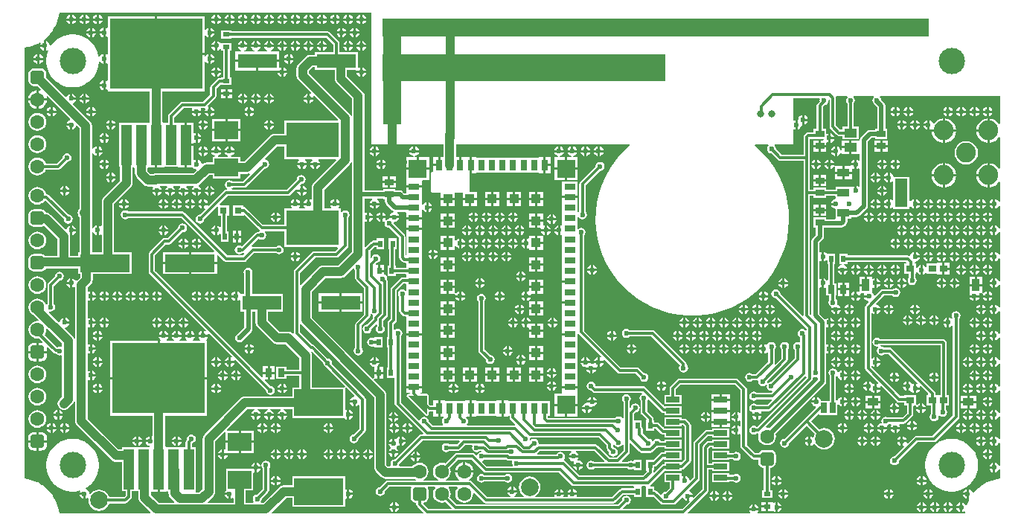
<source format=gtl>
G04*
G04 #@! TF.GenerationSoftware,Altium Limited,Altium Designer,22.8.2 (66)*
G04*
G04 Layer_Physical_Order=1*
G04 Layer_Color=255*
%FSLAX44Y44*%
%MOMM*%
G71*
G04*
G04 #@! TF.SameCoordinates,4CF3C48C-3265-4FA0-8EEF-0F06EE1AF109*
G04*
G04*
G04 #@! TF.FilePolarity,Positive*
G04*
G01*
G75*
%ADD11C,0.5000*%
%ADD46R,1.4700X0.9900*%
%ADD47R,0.5000X0.8000*%
%ADD48R,0.9000X0.8000*%
%ADD49R,1.2000X0.9500*%
%ADD50R,0.9500X1.4000*%
%ADD51R,5.7000X2.0000*%
%ADD52R,0.6350X1.2700*%
%ADD53C,2.0000*%
%ADD54R,0.8000X1.3000*%
%ADD55R,1.3000X0.8000*%
%ADD56R,1.1000X1.1000*%
%ADD57R,2.1000X2.1000*%
%ADD58R,5.6000X3.1000*%
%ADD59R,1.5500X0.6500*%
%ADD60R,6.0000X4.0000*%
%ADD61R,0.7800X0.9800*%
%ADD62R,4.5000X1.6500*%
%ADD63R,0.9800X0.7800*%
%ADD64R,0.8000X0.5000*%
%ADD65R,1.4500X0.9500*%
%ADD66R,1.4500X3.2500*%
%ADD67R,2.7000X2.0500*%
%ADD68R,10.5000X8.0000*%
%ADD69R,1.2000X4.6000*%
%ADD70R,0.8000X0.8000*%
%ADD71R,2.0320X12.0650*%
%ADD72R,1.0160X13.7160*%
%ADD73C,1.0000*%
%ADD74C,0.3000*%
%ADD75C,0.5000*%
%ADD76R,62.1030X2.0320*%
%ADD77R,32.1310X3.0840*%
%ADD78C,1.6000*%
G04:AMPARAMS|DCode=79|XSize=1.6mm|YSize=1.6mm|CornerRadius=0.4mm|HoleSize=0mm|Usage=FLASHONLY|Rotation=180.000|XOffset=0mm|YOffset=0mm|HoleType=Round|Shape=RoundedRectangle|*
%AMROUNDEDRECTD79*
21,1,1.6000,0.8000,0,0,180.0*
21,1,0.8000,1.6000,0,0,180.0*
1,1,0.8000,-0.4000,0.4000*
1,1,0.8000,0.4000,0.4000*
1,1,0.8000,0.4000,-0.4000*
1,1,0.8000,-0.4000,-0.4000*
%
%ADD79ROUNDEDRECTD79*%
%ADD80C,3.0000*%
G04:AMPARAMS|DCode=81|XSize=1.6mm|YSize=1.6mm|CornerRadius=0.4mm|HoleSize=0mm|Usage=FLASHONLY|Rotation=90.000|XOffset=0mm|YOffset=0mm|HoleType=Round|Shape=RoundedRectangle|*
%AMROUNDEDRECTD81*
21,1,1.6000,0.8000,0,0,90.0*
21,1,0.8000,1.6000,0,0,90.0*
1,1,0.8000,0.4000,0.4000*
1,1,0.8000,0.4000,-0.4000*
1,1,0.8000,-0.4000,-0.4000*
1,1,0.8000,-0.4000,0.4000*
%
%ADD81ROUNDEDRECTD81*%
%ADD82C,0.8000*%
%ADD83C,2.2500*%
%ADD84C,0.6000*%
G36*
X400000Y425000D02*
X481941D01*
Y410540D01*
X478272D01*
Y401500D01*
X477002D01*
Y400230D01*
X470462D01*
Y394041D01*
X469549D01*
X468769Y393886D01*
X468107Y393444D01*
X467665Y392783D01*
X467510Y392002D01*
Y372002D01*
X467665Y371222D01*
X468107Y370560D01*
X468769Y370118D01*
X469549Y369963D01*
X478960D01*
Y364270D01*
X487000D01*
X495040D01*
Y369963D01*
X503960D01*
Y364270D01*
X512000D01*
X520040D01*
Y371040D01*
X512692D01*
X511588Y372002D01*
Y392002D01*
X511732Y392177D01*
Y401500D01*
Y410540D01*
X502272D01*
Y401500D01*
X499732D01*
Y410540D01*
X496062D01*
Y425000D01*
X693355D01*
X693797Y423809D01*
X691247Y421612D01*
X683884Y414298D01*
X677243Y406323D01*
X671383Y397757D01*
X666357Y388677D01*
X662208Y379164D01*
X658975Y369303D01*
X656685Y359180D01*
X655360Y348887D01*
X655010Y338515D01*
X655639Y328156D01*
X657242Y317903D01*
X659805Y307846D01*
X663303Y298075D01*
X667707Y288677D01*
X672976Y279737D01*
X679065Y271332D01*
X685919Y263540D01*
X693477Y256427D01*
X701671Y250059D01*
X710429Y244491D01*
X719673Y239773D01*
X729320Y235947D01*
X739285Y233048D01*
X749479Y231101D01*
X759811Y230123D01*
X770189D01*
X780521Y231101D01*
X790715Y233048D01*
X800680Y235947D01*
X810327Y239773D01*
X819571Y244491D01*
X828329Y250059D01*
X836523Y256427D01*
X844081Y263540D01*
X850935Y271332D01*
X857024Y279737D01*
X862293Y288677D01*
X866697Y298075D01*
X870195Y307846D01*
X872758Y317903D01*
X874361Y328156D01*
X874990Y338515D01*
X874640Y348887D01*
X873315Y359180D01*
X871025Y369303D01*
X867792Y379164D01*
X863643Y388677D01*
X858617Y397757D01*
X852757Y406323D01*
X846116Y414298D01*
X838753Y421612D01*
X836203Y423809D01*
X836645Y425000D01*
X851197D01*
X851582Y423730D01*
X851395Y423605D01*
X850290Y421951D01*
X849902Y420000D01*
X850290Y418049D01*
X851395Y416395D01*
X853049Y415290D01*
X855000Y414902D01*
X855043Y414911D01*
X862477Y407477D01*
X863634Y406703D01*
X865000Y406431D01*
X891431D01*
Y370000D01*
Y230411D01*
X890357Y229862D01*
X890204Y229843D01*
X865089Y254957D01*
X865098Y255000D01*
X864710Y256951D01*
X863605Y258605D01*
X861951Y259710D01*
X860000Y260098D01*
X858049Y259710D01*
X856395Y258605D01*
X855290Y256951D01*
X854902Y255000D01*
X855290Y253049D01*
X856395Y251395D01*
X858049Y250290D01*
X860000Y249902D01*
X860043Y249911D01*
X894862Y215091D01*
X894746Y214083D01*
X894114Y213819D01*
X893555Y213638D01*
X891951Y214710D01*
X890000Y215098D01*
X888049Y214710D01*
X886395Y213605D01*
X885290Y211951D01*
X884902Y210000D01*
X885290Y208049D01*
X886395Y206395D01*
X887931Y205369D01*
Y200466D01*
X886661Y199767D01*
X885000Y200098D01*
X883049Y199710D01*
X881395Y198605D01*
X880290Y196951D01*
X879902Y195000D01*
X880290Y193049D01*
X881395Y191395D01*
X881431Y191371D01*
Y181478D01*
X854739Y154786D01*
X854697Y154795D01*
X852746Y154407D01*
X851092Y153301D01*
X851039Y153223D01*
X849843Y153718D01*
X850098Y155000D01*
X850089Y155043D01*
X872523Y177477D01*
X873297Y178634D01*
X873569Y180000D01*
Y191371D01*
X873605Y191395D01*
X874710Y193049D01*
X875098Y195000D01*
X874710Y196951D01*
X873605Y198605D01*
X871951Y199710D01*
X870000Y200098D01*
X868049Y199710D01*
X866395Y198605D01*
X865290Y196951D01*
X864902Y195000D01*
X865290Y193049D01*
X866395Y191395D01*
X866431Y191371D01*
Y181478D01*
X859294Y174341D01*
X858297Y175134D01*
X858569Y176500D01*
Y191371D01*
X858605Y191395D01*
X859710Y193049D01*
X860098Y195000D01*
X859710Y196951D01*
X858605Y198605D01*
X856951Y199710D01*
X855000Y200098D01*
X853049Y199710D01*
X851395Y198605D01*
X850290Y196951D01*
X848992Y196935D01*
X848081Y197543D01*
X847189Y197721D01*
Y192325D01*
Y186929D01*
X848081Y187106D01*
X849914Y188331D01*
X850161Y188701D01*
X851431Y188316D01*
Y177978D01*
X837022Y163569D01*
X833629D01*
X833605Y163605D01*
X831951Y164710D01*
X830000Y165098D01*
X828049Y164710D01*
X826395Y163605D01*
X825290Y161951D01*
X824902Y160000D01*
X825290Y158049D01*
X826395Y156395D01*
X828049Y155290D01*
X830000Y154902D01*
X831951Y155290D01*
X833605Y156395D01*
X833629Y156431D01*
X838500D01*
X838908Y156513D01*
X839988Y155433D01*
X839902Y155000D01*
X840290Y153049D01*
X841395Y151395D01*
X843049Y150290D01*
X845000Y149902D01*
X846951Y150290D01*
X848605Y151395D01*
X848657Y151474D01*
X849854Y150978D01*
X849599Y149697D01*
X849987Y147746D01*
X851092Y146092D01*
X852746Y144987D01*
X854697Y144599D01*
X855350Y144729D01*
X855976Y143558D01*
X854486Y142069D01*
X838629D01*
X838605Y142105D01*
X836951Y143210D01*
X835000Y143598D01*
X833049Y143210D01*
X831395Y142105D01*
X830290Y140451D01*
X829902Y138500D01*
X830290Y136549D01*
X831395Y134895D01*
X833049Y133790D01*
X835000Y133402D01*
X836951Y133790D01*
X838605Y134895D01*
X838629Y134931D01*
X855160D01*
X855686Y133661D01*
X850593Y128569D01*
X838629D01*
X838605Y128605D01*
X836951Y129710D01*
X835000Y130098D01*
X833049Y129710D01*
X831395Y128605D01*
X830290Y126951D01*
X829902Y125000D01*
X830290Y123049D01*
X831395Y121395D01*
X833049Y120290D01*
X833101Y118985D01*
X833024Y118595D01*
X843815D01*
X843638Y119486D01*
X843187Y120161D01*
X843866Y121431D01*
X852071D01*
X853437Y121703D01*
X854594Y122477D01*
X893522Y161404D01*
X894687Y160954D01*
X894811Y159857D01*
X838577Y103624D01*
X836951Y104710D01*
X835000Y105098D01*
X833049Y104710D01*
X831395Y103605D01*
X830290Y101951D01*
X829902Y100000D01*
X830290Y98049D01*
X831395Y96395D01*
X833049Y95290D01*
X835000Y94902D01*
X836951Y95290D01*
X838605Y96395D01*
X839731Y95958D01*
X840205Y95375D01*
X840241Y95187D01*
X839914Y92700D01*
X840257Y90090D01*
X841265Y87657D01*
X842868Y85568D01*
X844957Y83965D01*
X847390Y82957D01*
X850000Y82614D01*
X852610Y82957D01*
X855043Y83965D01*
X857132Y85568D01*
X858735Y87657D01*
X859743Y90090D01*
X860086Y92700D01*
X859743Y95310D01*
X859554Y95765D01*
X915744Y151956D01*
X916739Y153444D01*
X917088Y155200D01*
Y186875D01*
X918208Y187474D01*
X918758Y187106D01*
X919650Y186929D01*
Y192325D01*
Y197721D01*
X918758Y197543D01*
X918208Y197176D01*
X917088Y197775D01*
Y216875D01*
X918208Y217474D01*
X918758Y217106D01*
X919650Y216929D01*
Y222325D01*
Y227721D01*
X918758Y227543D01*
X916925Y226319D01*
X916833Y226181D01*
X915306Y226182D01*
X909588Y231901D01*
Y261875D01*
X910708Y262474D01*
X911258Y262106D01*
X912150Y261929D01*
Y267325D01*
Y272721D01*
X911258Y272543D01*
X910708Y272176D01*
X909588Y272775D01*
Y291875D01*
X910708Y292474D01*
X911258Y292106D01*
X912150Y291929D01*
Y297325D01*
Y302721D01*
X911258Y302543D01*
X910708Y302176D01*
X909588Y302775D01*
Y313099D01*
X913244Y316756D01*
X914239Y318244D01*
X914588Y320000D01*
Y330100D01*
X916900D01*
Y330412D01*
X935000D01*
X936756Y330761D01*
X938244Y331756D01*
X940244Y333756D01*
X941239Y335244D01*
X941588Y337000D01*
Y340350D01*
X946250D01*
Y342512D01*
X952100D01*
X953856Y342861D01*
X955344Y343856D01*
X963244Y351756D01*
X964239Y353244D01*
X964588Y355000D01*
Y428100D01*
X968901Y432412D01*
X973100D01*
Y431100D01*
X986900D01*
Y442900D01*
X984588D01*
Y469393D01*
X984239Y471149D01*
X983244Y472638D01*
X979903Y475979D01*
X979710Y476951D01*
X978605Y478605D01*
X978417Y478730D01*
X978803Y480000D01*
X1114902D01*
Y448724D01*
X1113632Y448293D01*
X1111835Y450635D01*
X1108954Y452846D01*
X1105600Y454235D01*
X1103270Y454542D01*
Y440800D01*
Y427058D01*
X1105600Y427365D01*
X1108954Y428755D01*
X1111835Y430965D01*
X1113632Y433307D01*
X1114902Y432876D01*
Y397924D01*
X1113632Y397493D01*
X1111835Y399835D01*
X1108954Y402046D01*
X1105600Y403435D01*
X1103270Y403742D01*
Y390000D01*
X1102000D01*
D01*
X1103270D01*
Y376258D01*
X1105600Y376565D01*
X1108954Y377954D01*
X1111835Y380165D01*
X1113632Y382507D01*
X1114902Y382076D01*
Y359641D01*
X1113638Y359486D01*
X1112413Y361319D01*
X1110581Y362543D01*
X1109689Y362721D01*
Y357325D01*
Y351929D01*
X1110581Y352106D01*
X1112413Y353331D01*
X1113638Y355163D01*
X1114902Y355009D01*
Y329641D01*
X1113638Y329486D01*
X1112413Y331319D01*
X1110581Y332543D01*
X1109689Y332721D01*
Y327325D01*
Y321929D01*
X1110581Y322106D01*
X1112413Y323331D01*
X1113638Y325163D01*
X1114902Y325009D01*
Y299641D01*
X1113638Y299486D01*
X1112413Y301319D01*
X1110581Y302543D01*
X1109689Y302721D01*
Y297325D01*
Y291929D01*
X1110581Y292106D01*
X1112413Y293331D01*
X1113638Y295163D01*
X1114902Y295009D01*
Y269641D01*
X1113638Y269486D01*
X1112413Y271319D01*
X1110581Y272543D01*
X1109689Y272721D01*
Y267325D01*
Y261929D01*
X1110581Y262106D01*
X1112413Y263331D01*
X1113638Y265163D01*
X1114902Y265009D01*
Y239641D01*
X1113638Y239486D01*
X1112413Y241319D01*
X1110581Y242543D01*
X1109689Y242721D01*
Y237325D01*
Y231929D01*
X1110581Y232106D01*
X1112413Y233331D01*
X1113638Y235163D01*
X1114902Y235009D01*
Y209641D01*
X1113638Y209486D01*
X1112413Y211319D01*
X1110581Y212543D01*
X1109689Y212721D01*
Y207325D01*
Y201929D01*
X1110581Y202106D01*
X1112413Y203331D01*
X1113638Y205163D01*
X1114902Y205009D01*
Y179641D01*
X1113638Y179486D01*
X1112413Y181319D01*
X1110581Y182543D01*
X1109689Y182721D01*
Y177325D01*
Y171929D01*
X1110581Y172106D01*
X1112413Y173331D01*
X1113638Y175163D01*
X1114902Y175009D01*
Y149641D01*
X1113638Y149486D01*
X1112413Y151319D01*
X1110581Y152543D01*
X1109689Y152721D01*
Y147325D01*
Y141929D01*
X1110581Y142106D01*
X1112413Y143331D01*
X1113638Y145163D01*
X1114902Y145009D01*
Y119641D01*
X1113638Y119487D01*
X1112413Y121319D01*
X1110581Y122543D01*
X1109689Y122721D01*
Y117325D01*
Y111929D01*
X1110581Y112106D01*
X1112413Y113331D01*
X1113638Y115163D01*
X1114902Y115009D01*
Y89641D01*
X1113638Y89487D01*
X1112413Y91319D01*
X1110581Y92543D01*
X1109689Y92721D01*
Y87325D01*
Y81929D01*
X1110581Y82106D01*
X1112413Y83331D01*
X1113638Y85163D01*
X1114902Y85009D01*
Y59641D01*
X1113638Y59486D01*
X1112413Y61319D01*
X1110581Y62543D01*
X1109689Y62721D01*
Y57325D01*
Y51929D01*
X1110581Y52106D01*
X1112413Y53331D01*
X1113638Y55163D01*
X1114902Y55009D01*
Y44729D01*
X1111531Y44286D01*
X1111212Y44177D01*
X1110877Y44156D01*
X1105823Y42801D01*
X1105521Y42653D01*
X1105192Y42587D01*
X1100358Y40585D01*
X1100078Y40398D01*
X1099760Y40290D01*
X1095228Y37674D01*
X1094975Y37452D01*
X1094674Y37303D01*
X1090523Y34118D01*
X1090301Y33865D01*
X1090021Y33678D01*
X1086322Y29978D01*
X1086135Y29699D01*
X1085882Y29477D01*
X1085130Y28497D01*
X1083772Y28813D01*
X1083638Y29486D01*
X1082414Y31319D01*
X1080581Y32543D01*
X1079689Y32721D01*
Y27325D01*
Y21081D01*
X1079970Y20690D01*
X1079710Y20240D01*
X1079602Y19922D01*
X1079415Y19642D01*
X1077413Y14808D01*
X1077347Y14479D01*
X1077191Y14480D01*
X1076052Y14616D01*
X1074914Y16319D01*
X1073081Y17543D01*
X1072189Y17721D01*
Y12325D01*
Y6929D01*
X1073081Y7106D01*
X1074367Y7966D01*
X1075551Y7229D01*
X1075270Y5098D01*
X839747D01*
X839236Y6368D01*
X840219Y7838D01*
X840396Y8730D01*
X829604D01*
X829781Y7838D01*
X830764Y6368D01*
X830253Y5098D01*
X760304D01*
X759818Y6271D01*
X782523Y28977D01*
X783297Y30134D01*
X783569Y31500D01*
Y54681D01*
X787500D01*
Y53000D01*
X807000D01*
Y63500D01*
X787500D01*
Y61818D01*
X783569D01*
Y78522D01*
X785128Y80081D01*
X787500D01*
Y78400D01*
X807000D01*
Y88900D01*
X787500D01*
Y87219D01*
X783650D01*
X782284Y86947D01*
X781127Y86173D01*
X777477Y82523D01*
X776703Y81366D01*
X776431Y80000D01*
Y60000D01*
Y32978D01*
X766569Y23115D01*
X765418Y23730D01*
X761270D01*
Y19582D01*
X761885Y18432D01*
X753522Y10068D01*
X686775D01*
X686289Y11242D01*
X689957Y14911D01*
X690000Y14902D01*
X691951Y15290D01*
X693605Y16395D01*
X694710Y18049D01*
X695098Y20000D01*
X694710Y21951D01*
X693605Y23605D01*
X691951Y24710D01*
X690000Y25098D01*
X688049Y24710D01*
X686395Y23605D01*
X685290Y21951D01*
X684902Y20000D01*
X684911Y19957D01*
X680022Y15068D01*
X497276D01*
X489132Y23213D01*
X489743Y24688D01*
X490086Y27298D01*
X489743Y29909D01*
X488735Y32341D01*
X487493Y33960D01*
X488094Y35230D01*
X497306D01*
X497907Y33960D01*
X496665Y32341D01*
X495657Y29909D01*
X495314Y27298D01*
X495657Y24688D01*
X496665Y22255D01*
X498268Y20166D01*
X500357Y18563D01*
X502789Y17556D01*
X505400Y17212D01*
X508010Y17556D01*
X510443Y18563D01*
X512532Y20166D01*
X514135Y22255D01*
X515143Y24688D01*
X515486Y27298D01*
X515415Y27837D01*
X516554Y28399D01*
X527477Y17477D01*
X528634Y16703D01*
X530000Y16431D01*
X675000D01*
X676366Y16703D01*
X677523Y17477D01*
X686478Y26431D01*
X698500D01*
Y24000D01*
X707500D01*
Y36000D01*
X708591Y36431D01*
X711409D01*
X712500Y36000D01*
X712500Y35161D01*
Y24000D01*
X720953D01*
X728977Y15977D01*
X730134Y15203D01*
X731500Y14931D01*
X743500D01*
X744866Y15203D01*
X746023Y15977D01*
X753514Y23468D01*
X754730Y23099D01*
X754781Y22838D01*
X756006Y21006D01*
X757838Y19781D01*
X758730Y19604D01*
Y25000D01*
X760000D01*
Y26270D01*
X765396D01*
X765219Y27162D01*
X763994Y28994D01*
X762162Y30219D01*
X761901Y30270D01*
X761532Y31486D01*
X772523Y42477D01*
X773297Y43634D01*
X773569Y45000D01*
Y83522D01*
X782828Y92781D01*
X787500D01*
Y91100D01*
X807000D01*
Y101600D01*
X787500D01*
Y99918D01*
X781350D01*
X779984Y99647D01*
X778827Y98873D01*
X767477Y87523D01*
X766703Y86366D01*
X766431Y85000D01*
Y46478D01*
X762766Y42813D01*
X761388Y43231D01*
X761138Y44486D01*
X759914Y46319D01*
X758081Y47543D01*
X757189Y47721D01*
Y42325D01*
X754650D01*
Y47721D01*
X753758Y47543D01*
X753620Y47451D01*
X752500Y48050D01*
Y50800D01*
X733000D01*
Y40300D01*
X739181D01*
Y34228D01*
X735043Y30089D01*
X735000Y30098D01*
X733049Y29710D01*
X731395Y28605D01*
X730290Y26951D01*
X730189Y26442D01*
X728973Y26073D01*
X724455Y30591D01*
X723298Y31365D01*
X721932Y31637D01*
X721500D01*
Y36000D01*
X717599D01*
X717214Y37270D01*
X717523Y37477D01*
X733047Y53000D01*
X752500D01*
Y54681D01*
X753250D01*
X754616Y54953D01*
X755773Y55727D01*
X762523Y62477D01*
X763297Y63634D01*
X763569Y65000D01*
Y105000D01*
X763297Y106366D01*
X762523Y107523D01*
X758473Y111573D01*
X757316Y112347D01*
X755950Y112619D01*
X752500D01*
Y114300D01*
X733000D01*
Y105069D01*
X733000Y103843D01*
X732072Y102975D01*
X727523Y107523D01*
X726366Y108297D01*
X725000Y108569D01*
X721500D01*
Y111000D01*
X720569D01*
Y113000D01*
X720297Y114366D01*
X719523Y115523D01*
X713569Y121478D01*
Y132871D01*
X713605Y132895D01*
X714546Y134304D01*
X715938Y134708D01*
X730141Y120505D01*
X731299Y119731D01*
X732664Y119460D01*
X733000D01*
Y116500D01*
X752500D01*
Y127000D01*
X733739D01*
X732674Y128065D01*
X733335Y129200D01*
X734131Y129200D01*
X752500D01*
Y139700D01*
X746319D01*
Y146272D01*
X751478Y151431D01*
X813522D01*
X819931Y145022D01*
Y119703D01*
X818661Y119216D01*
X817162Y120219D01*
X816270Y120396D01*
Y115000D01*
Y109604D01*
X817162Y109781D01*
X818661Y110784D01*
X819931Y110297D01*
Y104703D01*
X818661Y104216D01*
X817162Y105219D01*
X816270Y105396D01*
Y100000D01*
Y94604D01*
X817162Y94781D01*
X818661Y95784D01*
X819931Y95297D01*
Y81500D01*
X820203Y80134D01*
X820977Y78977D01*
X832477Y67477D01*
X833634Y66703D01*
X835000Y66431D01*
X839883D01*
Y63300D01*
X840348Y60959D01*
X841674Y58974D01*
X843659Y57648D01*
X846000Y57182D01*
X846431D01*
Y31500D01*
X844000D01*
Y22500D01*
X856000D01*
Y31500D01*
X853569D01*
Y57182D01*
X854000D01*
X856341Y57648D01*
X858326Y58974D01*
X859652Y60959D01*
X860117Y63300D01*
Y71300D01*
X859652Y73641D01*
X858326Y75626D01*
X856341Y76952D01*
X854000Y77417D01*
X846000D01*
X843659Y76952D01*
X841674Y75626D01*
X840348Y73641D01*
X840334Y73569D01*
X836478D01*
X827069Y82978D01*
Y146500D01*
X826797Y147866D01*
X826023Y149023D01*
X817523Y157523D01*
X816366Y158297D01*
X815000Y158569D01*
X750000D01*
X748634Y158297D01*
X747477Y157523D01*
X740227Y150273D01*
X739453Y149116D01*
X739181Y147750D01*
Y139700D01*
X733000D01*
Y130420D01*
X733000Y129535D01*
X731865Y128874D01*
X712216Y148523D01*
X711058Y149297D01*
X709692Y149569D01*
X656241D01*
X655098Y150000D01*
X654710Y151951D01*
X653605Y153605D01*
X651951Y154710D01*
X650000Y155098D01*
X648049Y154710D01*
X646395Y153605D01*
X645290Y151951D01*
X644902Y150000D01*
X645290Y148049D01*
X646395Y146395D01*
X648049Y145290D01*
X650000Y144902D01*
X650043Y144911D01*
X651477Y143477D01*
X652634Y142703D01*
X654000Y142431D01*
X707140D01*
X707848Y141196D01*
X707804Y141046D01*
X706395Y140105D01*
X705290Y138451D01*
X704902Y136500D01*
X705290Y134549D01*
X706395Y132895D01*
X706431Y132871D01*
Y120000D01*
X706703Y118634D01*
X707477Y117477D01*
X712683Y112270D01*
X712500Y111000D01*
X712500D01*
Y99000D01*
X721500D01*
Y101431D01*
X723522D01*
X729377Y95577D01*
X730534Y94803D01*
X731900Y94531D01*
X733000D01*
Y91100D01*
X752500D01*
Y101600D01*
X741345D01*
X741000Y101669D01*
X733378D01*
X732175Y102872D01*
X733043Y103800D01*
X734252Y103800D01*
X752500D01*
Y105481D01*
X754472D01*
X756431Y103522D01*
Y66478D01*
X753174Y63221D01*
X752500Y63500D01*
Y63500D01*
X733000D01*
Y60887D01*
X732318D01*
X730952Y60615D01*
X729795Y59841D01*
X721796Y51843D01*
X721644Y51862D01*
X720569Y52411D01*
Y54000D01*
X721500D01*
Y58363D01*
X721932D01*
X723298Y58635D01*
X724455Y59409D01*
X731730Y66683D01*
X733000Y66157D01*
Y65700D01*
X752500D01*
Y76200D01*
X733000D01*
Y74518D01*
X730950D01*
X729584Y74247D01*
X728427Y73473D01*
X720953Y66000D01*
X712500D01*
Y54000D01*
X712500D01*
X712683Y52730D01*
X708522Y48569D01*
X636478D01*
X620523Y64523D01*
X619366Y65297D01*
X619274Y65315D01*
X619064Y65654D01*
X618810Y66702D01*
X619710Y68049D01*
X620098Y70000D01*
X619710Y71951D01*
X618605Y73605D01*
X616951Y74710D01*
X615000Y75098D01*
X613049Y74710D01*
X611395Y73605D01*
X610369Y72069D01*
X588911D01*
X588385Y73339D01*
X591478Y76431D01*
X627015D01*
X627765Y75254D01*
X627753Y75161D01*
X626006Y73994D01*
X624781Y72162D01*
X624604Y71270D01*
X635396D01*
X635219Y72162D01*
X633994Y73994D01*
X632247Y75161D01*
X632235Y75254D01*
X632985Y76431D01*
X653522D01*
X665211Y64742D01*
X664725Y63569D01*
X653629D01*
X653605Y63605D01*
X651951Y64710D01*
X650000Y65098D01*
X648049Y64710D01*
X646395Y63605D01*
X645290Y61951D01*
X644902Y60000D01*
X645290Y58049D01*
X646395Y56395D01*
X648049Y55290D01*
X650000Y54902D01*
X651951Y55290D01*
X653605Y56395D01*
X653629Y56431D01*
X691371D01*
X691395Y56395D01*
X693049Y55290D01*
X695000Y54902D01*
X696951Y55290D01*
X697380Y55577D01*
X698500Y54978D01*
Y54000D01*
X707500D01*
Y66000D01*
X698500D01*
Y65022D01*
X697380Y64423D01*
X696951Y64710D01*
X695000Y65098D01*
X693049Y64710D01*
X691395Y63605D01*
X691371Y63569D01*
X685275D01*
X684789Y64742D01*
X692523Y72477D01*
X693297Y73634D01*
X693569Y75000D01*
Y84725D01*
X694742Y85211D01*
X704902Y75052D01*
X706059Y74278D01*
X707425Y74006D01*
X717575D01*
X718941Y74278D01*
X720098Y75052D01*
X724957Y79911D01*
X725000Y79902D01*
X725902Y80081D01*
X733000D01*
Y78400D01*
X752500D01*
Y88900D01*
X733000D01*
Y87219D01*
X729531D01*
X728605Y88605D01*
X726951Y89710D01*
X725000Y90098D01*
X723049Y89710D01*
X721395Y88605D01*
X720764Y87660D01*
X719236D01*
X718605Y88605D01*
X716951Y89710D01*
X715000Y90098D01*
X714957Y90090D01*
X708569Y96478D01*
Y101500D01*
X708297Y102866D01*
X707523Y104023D01*
X707500Y104047D01*
Y111000D01*
X698569D01*
Y117915D01*
X700693Y120040D01*
X701951Y120290D01*
X703605Y121395D01*
X704710Y123049D01*
X705098Y125000D01*
X704710Y126951D01*
X703605Y128605D01*
X701951Y129710D01*
X700000Y130098D01*
X698049Y129710D01*
X696395Y128605D01*
X695290Y126951D01*
X694992Y125453D01*
X694839Y125341D01*
X693569Y125987D01*
Y132054D01*
X693605Y132078D01*
X694710Y133732D01*
X695098Y135683D01*
X694710Y137634D01*
X693605Y139288D01*
X691951Y140393D01*
X690000Y140781D01*
X688049Y140393D01*
X686395Y139288D01*
X685290Y137634D01*
X684902Y135683D01*
X685290Y133732D01*
X686395Y132078D01*
X686431Y132054D01*
Y113733D01*
X685161Y113348D01*
X684759Y113951D01*
X683105Y115056D01*
X681154Y115444D01*
X679203Y115056D01*
X677549Y113951D01*
X677293Y113569D01*
X601478D01*
X600569Y114478D01*
Y116000D01*
X603000D01*
Y133000D01*
X580270D01*
X579000Y133000D01*
Y133000D01*
X579000D01*
Y133000D01*
X568270D01*
X567000Y133000D01*
Y133000D01*
X567000D01*
Y133000D01*
X555540D01*
Y133540D01*
X550270D01*
Y124500D01*
Y115460D01*
X555540D01*
Y116000D01*
X557431D01*
Y114000D01*
X557703Y112634D01*
X558477Y111477D01*
X563657Y106296D01*
X563638Y106143D01*
X563089Y105069D01*
X508905D01*
X508520Y106339D01*
X508605Y106395D01*
X509710Y108049D01*
X510098Y110000D01*
X509710Y111951D01*
X508605Y113605D01*
X507729Y114190D01*
X508114Y115460D01*
X511730D01*
Y124500D01*
Y133540D01*
X506460D01*
Y133000D01*
X496270D01*
X495000Y133000D01*
Y133000D01*
X495000D01*
Y133000D01*
X483540D01*
Y133540D01*
X478270D01*
Y124500D01*
Y115460D01*
X481886D01*
X482271Y114190D01*
X481395Y113605D01*
X480290Y111951D01*
X479902Y110000D01*
X480290Y108049D01*
X481395Y106395D01*
X481480Y106339D01*
X481095Y105069D01*
X469978D01*
X465089Y109957D01*
X465098Y110000D01*
X464710Y111951D01*
X463605Y113605D01*
X461951Y114710D01*
X460000Y115098D01*
X458049Y114710D01*
X456395Y113605D01*
X455290Y111951D01*
X455189Y111442D01*
X453974Y111073D01*
X433569Y131478D01*
Y206371D01*
X433605Y206395D01*
X434710Y208049D01*
X435098Y210000D01*
X434710Y211951D01*
X433605Y213605D01*
X431951Y214710D01*
X430000Y215098D01*
X428049Y214710D01*
X426839Y213901D01*
X425569Y214480D01*
Y220522D01*
X427523Y222477D01*
X428297Y223634D01*
X428569Y225000D01*
Y258522D01*
X436478Y266431D01*
X439102D01*
X440000Y265533D01*
X440000Y263000D01*
X440000Y261730D01*
Y258803D01*
X438730Y258417D01*
X438605Y258605D01*
X436951Y259710D01*
X435000Y260098D01*
X433049Y259710D01*
X431395Y258605D01*
X430290Y256951D01*
X429902Y255000D01*
X430290Y253049D01*
X431395Y251395D01*
X431431Y251371D01*
Y235812D01*
X431703Y234446D01*
X432477Y233288D01*
X435288Y230477D01*
X436446Y229703D01*
X437812Y229431D01*
X439102D01*
X440000Y228533D01*
X440000Y227000D01*
X440000Y225730D01*
Y215540D01*
X439460D01*
Y210270D01*
X448500D01*
X457540D01*
Y215540D01*
X457000D01*
Y225730D01*
X457000Y227000D01*
X457000Y228270D01*
Y239000D01*
Y249730D01*
X457000Y251000D01*
X457000D01*
Y251000D01*
X457000D01*
Y261730D01*
X457000Y263000D01*
X457000Y264270D01*
Y273730D01*
X457000Y275000D01*
X457000Y276270D01*
Y285730D01*
X457000Y287000D01*
X457000Y288270D01*
Y297730D01*
X457000Y299000D01*
X457000Y300270D01*
Y309730D01*
X457000Y311000D01*
X457000Y312270D01*
Y322460D01*
X457540D01*
Y327730D01*
X448500D01*
X439460D01*
Y322460D01*
X440000D01*
Y312270D01*
X440000Y311000D01*
X440000Y309730D01*
Y300270D01*
X440000Y299000D01*
X439997Y298985D01*
X439839Y298951D01*
X438569Y299982D01*
Y320000D01*
X438297Y321366D01*
X437523Y322523D01*
X425352Y334695D01*
X425312Y335633D01*
X425920Y336676D01*
X428081Y337106D01*
X429914Y338331D01*
X431138Y340163D01*
X431315Y341055D01*
X420373D01*
X419441Y339987D01*
X418049Y339710D01*
X416809Y338881D01*
X415894Y339797D01*
X416138Y340163D01*
X416316Y341055D01*
X412190D01*
Y336929D01*
X413081Y337106D01*
X414500Y338054D01*
X415415Y337138D01*
X415290Y336951D01*
X414902Y335000D01*
X415290Y333049D01*
X416395Y331395D01*
X418049Y330290D01*
X420000Y329902D01*
X420043Y329911D01*
X431431Y318522D01*
Y296000D01*
X431703Y294634D01*
X432477Y293477D01*
X434234Y291719D01*
X435392Y290946D01*
X436757Y290674D01*
X439203D01*
X440000Y289718D01*
X440000Y287000D01*
X440000Y285467D01*
X439102Y284569D01*
X427500D01*
Y287000D01*
X427069D01*
Y306000D01*
X428500D01*
Y318000D01*
X419500D01*
Y306000D01*
X419931D01*
Y287000D01*
X418500D01*
Y275000D01*
X427500D01*
Y277431D01*
X439102D01*
X440000Y276533D01*
X440000Y274467D01*
X439102Y273569D01*
X435000D01*
X433634Y273297D01*
X432477Y272523D01*
X422477Y262523D01*
X421703Y261366D01*
X421431Y260000D01*
Y226478D01*
X419477Y224523D01*
X418703Y223366D01*
X418431Y222000D01*
Y206000D01*
X417500D01*
Y194000D01*
X418431D01*
Y171000D01*
X417500D01*
Y159000D01*
X426431D01*
Y130000D01*
X426703Y128634D01*
X427477Y127477D01*
X458711Y96242D01*
X458225Y95069D01*
X456500D01*
X455134Y94797D01*
X453977Y94023D01*
X426593Y66640D01*
X426550Y66648D01*
X424599Y66260D01*
X422945Y65155D01*
X421840Y63501D01*
X421452Y61550D01*
X421784Y59881D01*
X421090Y58611D01*
X418782D01*
X417060Y60333D01*
Y140000D01*
X416820Y141827D01*
X416115Y143530D01*
X414992Y144993D01*
X402678Y157307D01*
X403321Y158460D01*
X404081Y158460D01*
X406730D01*
Y163730D01*
X402960D01*
Y159671D01*
X402960Y158821D01*
X401807Y158178D01*
X332060Y227924D01*
Y249750D01*
Y257076D01*
X347924Y272940D01*
X365000D01*
X366827Y273180D01*
X368530Y273885D01*
X369992Y275008D01*
X378963Y283978D01*
X380179Y283610D01*
X380290Y283049D01*
X381395Y281395D01*
X381431Y281371D01*
Y272929D01*
X381703Y271563D01*
X382477Y270406D01*
X391431Y261451D01*
Y231478D01*
X382477Y222523D01*
X381703Y221366D01*
X381431Y220000D01*
Y193629D01*
X381395Y193605D01*
X380290Y191951D01*
X379902Y190000D01*
X380290Y188049D01*
X381395Y186395D01*
X383049Y185290D01*
X385000Y184902D01*
X386951Y185290D01*
X388605Y186395D01*
X389710Y188049D01*
X390098Y190000D01*
X389710Y191951D01*
X388605Y193605D01*
X388569Y193629D01*
Y218522D01*
X397523Y227477D01*
X398297Y228634D01*
X398569Y230000D01*
Y231860D01*
X399839Y232246D01*
X399895Y232161D01*
X401549Y231056D01*
X401875Y229696D01*
X401703Y229439D01*
X401431Y228073D01*
Y226478D01*
X395043Y220089D01*
X395000Y220098D01*
X393049Y219710D01*
X391395Y218605D01*
X390290Y216951D01*
X389902Y215000D01*
X390290Y213049D01*
X391395Y211395D01*
X393049Y210290D01*
X395000Y209902D01*
X396951Y210290D01*
X398605Y211395D01*
X399710Y213049D01*
X400098Y215000D01*
X400089Y215043D01*
X404950Y219903D01*
X406209Y219441D01*
X406360Y218552D01*
X405290Y216951D01*
X404902Y215000D01*
X405290Y213049D01*
X406395Y211395D01*
X408049Y210290D01*
X410000Y209902D01*
X411951Y210290D01*
X413605Y211395D01*
X414710Y213049D01*
X415098Y215000D01*
X414710Y216951D01*
X413605Y218605D01*
X413569Y218629D01*
Y224524D01*
X417523Y228479D01*
X418297Y229636D01*
X418569Y231002D01*
Y269188D01*
X418297Y270554D01*
X417833Y271248D01*
X418002Y272096D01*
X417614Y274047D01*
X416509Y275701D01*
X414855Y276806D01*
X414040Y276968D01*
Y279730D01*
X409000D01*
Y281000D01*
X407730D01*
Y287540D01*
X405195D01*
X404669Y288810D01*
X405949Y290091D01*
X406951Y290290D01*
X408605Y291395D01*
X409710Y293049D01*
X410098Y295000D01*
X409710Y296951D01*
X408605Y298605D01*
X406951Y299710D01*
X405000Y300098D01*
X403049Y299710D01*
X401395Y298605D01*
X400290Y296951D01*
X399954Y295264D01*
X399839Y295169D01*
X398569Y295773D01*
Y303522D01*
X403478Y308431D01*
X405500D01*
Y306000D01*
X414500D01*
Y318000D01*
X405500D01*
Y315569D01*
X402000D01*
X400634Y315297D01*
X399477Y314523D01*
X393330Y308377D01*
X392060Y308903D01*
Y336894D01*
X393180Y337492D01*
X393758Y337106D01*
X394650Y336929D01*
Y342325D01*
Y347721D01*
X393758Y347543D01*
X393180Y347157D01*
X392060Y347756D01*
Y363412D01*
X400272D01*
X400657Y362142D01*
X399426Y361319D01*
X398201Y359486D01*
X398024Y358595D01*
X408815D01*
X408638Y359486D01*
X407414Y361319D01*
X406182Y362142D01*
X406567Y363412D01*
X413100D01*
Y362100D01*
X415412D01*
Y360000D01*
X415761Y358244D01*
X416756Y356756D01*
X423756Y349756D01*
X424814Y349048D01*
X424555Y347702D01*
X423758Y347543D01*
X421926Y346319D01*
X420701Y344486D01*
X420524Y343595D01*
X431315D01*
X431138Y344486D01*
X429914Y346319D01*
X428682Y347142D01*
X429067Y348412D01*
X438551D01*
X439460Y347540D01*
Y342270D01*
X448500D01*
X457540D01*
Y347540D01*
X457000D01*
Y350439D01*
X457204Y350579D01*
X458929Y350248D01*
X459426Y349506D01*
X461258Y348281D01*
X462150Y348104D01*
Y353500D01*
Y358896D01*
X461258Y358719D01*
X459426Y357494D01*
X458929Y356752D01*
X457204Y356421D01*
X457000Y356561D01*
X457000Y359000D01*
X457000D01*
Y359000D01*
X457000D01*
Y370460D01*
X457540D01*
Y375730D01*
X448500D01*
X439460D01*
Y370460D01*
X438551Y369588D01*
X437424D01*
X435768Y371244D01*
X434279Y372239D01*
X432523Y372588D01*
X426900D01*
Y373900D01*
X413100D01*
Y372588D01*
X392060D01*
Y480000D01*
X391820Y481827D01*
X391115Y483530D01*
X389992Y484992D01*
X372060Y502924D01*
Y509750D01*
X381966D01*
X382907Y508595D01*
X387150D01*
Y512721D01*
X386258Y512543D01*
X385620Y512117D01*
X384500Y512716D01*
Y530250D01*
X363569D01*
Y540000D01*
X363297Y541366D01*
X362523Y542523D01*
X352523Y552523D01*
X351366Y553297D01*
X350000Y553569D01*
X241000D01*
Y554500D01*
X229000D01*
Y545500D01*
X241000D01*
Y546431D01*
X348522D01*
X356431Y538522D01*
Y530250D01*
X335500D01*
Y527060D01*
X330000D01*
X328173Y526820D01*
X326470Y526115D01*
X325008Y524992D01*
X316650Y516635D01*
X315528Y515172D01*
X314822Y513470D01*
X314582Y511642D01*
Y503358D01*
X314822Y501530D01*
X315528Y499828D01*
X316650Y498365D01*
X331676Y483339D01*
X330866Y482353D01*
X330581Y482543D01*
X329690Y482721D01*
Y478595D01*
X333816D01*
X333638Y479486D01*
X333448Y479771D01*
X334434Y480581D01*
X361745Y453270D01*
X361219Y452000D01*
X301000D01*
Y437060D01*
X290000D01*
X288173Y436820D01*
X286470Y436115D01*
X285008Y434992D01*
X255576Y405560D01*
X250500D01*
Y410750D01*
X240273D01*
X240148Y412020D01*
X240581Y412106D01*
X242414Y413331D01*
X243638Y415163D01*
X243816Y416055D01*
X233024D01*
X233201Y415163D01*
X234426Y413331D01*
X236258Y412106D01*
X236691Y412020D01*
X236566Y410750D01*
X225273D01*
X225148Y412020D01*
X225581Y412106D01*
X227414Y413331D01*
X228638Y415163D01*
X228816Y416055D01*
X218024D01*
X218201Y415163D01*
X219426Y413331D01*
X221258Y412106D01*
X221691Y412020D01*
X221566Y410750D01*
X219500D01*
Y404418D01*
X212358D01*
X210530Y404178D01*
X208828Y403472D01*
X207793Y402678D01*
X206590Y403015D01*
X206398Y403179D01*
X206138Y404486D01*
X204914Y406319D01*
X203081Y407543D01*
X202190Y407721D01*
Y402325D01*
X199650D01*
Y407721D01*
X198810Y407554D01*
X198585Y407532D01*
X197540Y408199D01*
Y423060D01*
X190270D01*
Y398790D01*
X196619D01*
X196926Y398331D01*
X198758Y397106D01*
X200065Y396846D01*
X200483Y395468D01*
X197076Y392060D01*
X155000D01*
X153173Y391820D01*
X151682Y391203D01*
X148782D01*
X145060Y394925D01*
Y398083D01*
X146330Y398857D01*
X146460Y398790D01*
X147046Y398790D01*
X153730D01*
Y424330D01*
X156270D01*
Y398790D01*
X163540Y398790D01*
X164586Y399330D01*
X164810Y399330D01*
X179414Y399330D01*
X180460Y398790D01*
X181046Y398790D01*
X187730D01*
Y424330D01*
Y449870D01*
X180460Y449870D01*
X179414Y449330D01*
X175569Y449330D01*
Y455522D01*
X186478Y466431D01*
X195473D01*
X196152Y465161D01*
X195701Y464486D01*
X195524Y463595D01*
X206316D01*
X206138Y464486D01*
X205687Y465161D01*
X206366Y466431D01*
X210000D01*
X210546Y466540D01*
X211310Y465397D01*
X210701Y464486D01*
X210524Y463595D01*
X214650D01*
Y467721D01*
X214542Y467699D01*
X213916Y468870D01*
X222523Y477477D01*
X223297Y478634D01*
X223569Y480000D01*
Y488522D01*
X227730Y492683D01*
X229000Y492500D01*
Y492500D01*
X241000D01*
Y501500D01*
X238569D01*
Y531500D01*
X241000D01*
Y540500D01*
X229000D01*
X229000Y540500D01*
Y540500D01*
X227782Y540768D01*
X227414Y541319D01*
X225581Y542543D01*
X224690Y542721D01*
Y537325D01*
Y531929D01*
X225581Y532106D01*
X227414Y533331D01*
X227730Y533804D01*
X229000Y533419D01*
Y531500D01*
X231431D01*
Y501500D01*
X229000D01*
Y500569D01*
X227000D01*
X225634Y500297D01*
X224477Y499523D01*
X217477Y492523D01*
X216703Y491366D01*
X216431Y490000D01*
Y481478D01*
X208522Y473569D01*
X185000D01*
X183634Y473297D01*
X182477Y472523D01*
X169477Y459523D01*
X168703Y458366D01*
X168431Y457000D01*
Y449330D01*
X164586Y449330D01*
X163540Y449870D01*
X163330D01*
X162060Y450770D01*
Y485460D01*
X210040D01*
Y518867D01*
X211310Y519252D01*
X211926Y518331D01*
X213758Y517106D01*
X214650Y516929D01*
Y522325D01*
Y527721D01*
X213758Y527543D01*
X211926Y526319D01*
X211310Y525397D01*
X210040Y525783D01*
Y526730D01*
X155000D01*
Y528000D01*
X153730D01*
Y570540D01*
X99960D01*
Y557815D01*
X98690Y557137D01*
X98081Y557543D01*
X97190Y557721D01*
Y552325D01*
Y546929D01*
X98081Y547106D01*
X98690Y547513D01*
X99960Y546834D01*
Y527815D01*
X98690Y527137D01*
X98081Y527543D01*
X97190Y527721D01*
Y522325D01*
Y516929D01*
X98081Y517106D01*
X98690Y517513D01*
X99960Y516834D01*
Y497815D01*
X98690Y497137D01*
X98081Y497543D01*
X97190Y497721D01*
Y492325D01*
Y486929D01*
X98081Y487106D01*
X98690Y487513D01*
X99960Y486834D01*
Y485460D01*
X147940D01*
Y450768D01*
X147042Y449870D01*
X146460D01*
X145414Y449330D01*
X145190Y449330D01*
X130270D01*
X130000Y449330D01*
X129000D01*
X128730Y449330D01*
X113000D01*
Y399330D01*
X113940D01*
Y383924D01*
X95008Y364992D01*
X93885Y363530D01*
X93180Y361827D01*
X92940Y360000D01*
Y332495D01*
X91670Y331816D01*
X90581Y332543D01*
X89690Y332721D01*
Y327325D01*
Y321929D01*
X90581Y322106D01*
X91670Y322833D01*
X92940Y322155D01*
Y302000D01*
X82060D01*
Y324758D01*
X82497Y324913D01*
X83330Y324970D01*
X84426Y323331D01*
X86258Y322106D01*
X87150Y321929D01*
Y327325D01*
Y332721D01*
X86258Y332543D01*
X84426Y331319D01*
X83330Y329680D01*
X82497Y329736D01*
X82060Y329891D01*
Y345000D01*
Y400000D01*
Y414758D01*
X82497Y414913D01*
X83330Y414970D01*
X84426Y413331D01*
X86258Y412106D01*
X87150Y411929D01*
Y417325D01*
Y422721D01*
X86258Y422543D01*
X84426Y421319D01*
X83330Y419680D01*
X82497Y419736D01*
X82060Y419891D01*
Y430000D01*
Y446200D01*
X81820Y448027D01*
X81115Y449730D01*
X79992Y451192D01*
X60306Y470879D01*
X60757Y472224D01*
X62414Y473331D01*
X63638Y475163D01*
X63816Y476055D01*
X58420D01*
Y477325D01*
X57150D01*
Y482721D01*
X56258Y482543D01*
X54426Y481319D01*
X53319Y479662D01*
X51974Y479211D01*
X30117Y501067D01*
Y505600D01*
X29652Y507941D01*
X28326Y509926D01*
X26341Y511252D01*
X24000Y511717D01*
X16000D01*
X13659Y511252D01*
X11674Y509926D01*
X10348Y507941D01*
X9883Y505600D01*
Y497600D01*
X10348Y495259D01*
X11674Y493274D01*
X13659Y491948D01*
X16000Y491483D01*
X19733D01*
X23810Y487405D01*
X23091Y486328D01*
X22752Y486469D01*
X21270Y486664D01*
Y477470D01*
X30464D01*
X30269Y478951D01*
X30128Y479291D01*
X31205Y480010D01*
X57319Y453896D01*
X56950Y452681D01*
X56258Y452543D01*
X54426Y451319D01*
X53201Y449486D01*
X53024Y448595D01*
X58420D01*
Y447325D01*
X59690D01*
Y441929D01*
X60581Y442106D01*
X62414Y443331D01*
X63638Y445163D01*
X63776Y445855D01*
X64991Y446224D01*
X67940Y443275D01*
Y430000D01*
Y400000D01*
Y352471D01*
X67708Y352292D01*
X66585Y350830D01*
X65880Y349127D01*
X65640Y347300D01*
X65880Y345473D01*
X66585Y343770D01*
X67708Y342308D01*
X67940Y342076D01*
Y302000D01*
X66000D01*
Y298210D01*
X57060D01*
Y320000D01*
X56972Y320669D01*
X57150Y320835D01*
Y327325D01*
Y332721D01*
X56258Y332543D01*
X54426Y331319D01*
X53201Y329486D01*
X53051Y328730D01*
X51673Y328312D01*
X34992Y344992D01*
X33530Y346115D01*
X31827Y346820D01*
X30000Y347060D01*
X29748D01*
X29652Y347541D01*
X28326Y349526D01*
X26341Y350852D01*
X24000Y351317D01*
X16000D01*
X13659Y350852D01*
X11674Y349526D01*
X10348Y347541D01*
X9883Y345200D01*
Y337200D01*
X10348Y334859D01*
X11674Y332874D01*
X13659Y331548D01*
X16000Y331082D01*
X24000D01*
X26341Y331548D01*
X27615Y332400D01*
X42940Y317076D01*
Y298210D01*
X28670D01*
X28326Y298726D01*
X26341Y300052D01*
X24000Y300518D01*
X16000D01*
X13659Y300052D01*
X11674Y298726D01*
X10348Y296741D01*
X9883Y294400D01*
Y286400D01*
X10348Y284059D01*
X11674Y282074D01*
X13659Y280748D01*
X16000Y280282D01*
X24000D01*
X26341Y280748D01*
X28326Y282074D01*
X29652Y284059D01*
X29658Y284090D01*
X66000D01*
Y278000D01*
X68833D01*
Y273818D01*
X65008Y269993D01*
X64849Y269786D01*
X64632Y269732D01*
X63350Y269918D01*
X62414Y271319D01*
X60581Y272543D01*
X59690Y272721D01*
Y267325D01*
Y261929D01*
X60581Y262106D01*
X61670Y262833D01*
X62940Y262155D01*
Y204142D01*
X61670Y203890D01*
X61115Y205230D01*
X59992Y206693D01*
X51240Y215445D01*
X51658Y216823D01*
X53081Y217106D01*
X54914Y218331D01*
X56138Y220163D01*
X56316Y221055D01*
X50920D01*
Y222325D01*
X49650D01*
Y227721D01*
X48758Y227543D01*
X46926Y226319D01*
X45701Y224486D01*
X45418Y223063D01*
X44040Y222645D01*
X33011Y233674D01*
X33043Y233996D01*
X34422Y235017D01*
X35000Y234902D01*
X36951Y235290D01*
X38605Y236395D01*
X39710Y238049D01*
X40098Y240000D01*
X39710Y241951D01*
X38605Y243605D01*
X38569Y243629D01*
Y263522D01*
X44957Y269911D01*
X45000Y269902D01*
X46951Y270290D01*
X48605Y271395D01*
X49710Y273049D01*
X50098Y275000D01*
X49710Y276951D01*
X48605Y278605D01*
X46951Y279710D01*
X45000Y280098D01*
X43049Y279710D01*
X41395Y278605D01*
X40290Y276951D01*
X39902Y275000D01*
X39911Y274957D01*
X32477Y267523D01*
X31703Y266366D01*
X31431Y265000D01*
Y243843D01*
X30607Y242982D01*
X29347Y243167D01*
X28735Y244643D01*
X27132Y246732D01*
X25043Y248335D01*
X22610Y249343D01*
X20000Y249686D01*
X17390Y249343D01*
X14957Y248335D01*
X12868Y246732D01*
X11265Y244643D01*
X10257Y242211D01*
X9914Y239600D01*
X10257Y236989D01*
X11265Y234557D01*
X12868Y232468D01*
X14957Y230865D01*
X16482Y230233D01*
X21322Y225393D01*
X20729Y224190D01*
X20000Y224286D01*
X17390Y223943D01*
X14957Y222935D01*
X12868Y221332D01*
X11265Y219243D01*
X10257Y216810D01*
X9914Y214200D01*
X10257Y211590D01*
X11265Y209157D01*
X12868Y207068D01*
X14957Y205465D01*
X17390Y204457D01*
X20000Y204114D01*
X21891Y204363D01*
X25815Y200438D01*
X25222Y199236D01*
X24000Y199396D01*
X21270D01*
Y190070D01*
X30596D01*
Y192800D01*
X30436Y194022D01*
X31639Y194615D01*
X38203Y188051D01*
X39360Y187277D01*
X40726Y187005D01*
X40988D01*
X41395Y186395D01*
X43049Y185290D01*
X45000Y184902D01*
X46670Y185234D01*
X47940Y184540D01*
Y137924D01*
X45008Y134992D01*
X43885Y133530D01*
X43180Y131827D01*
X42940Y130000D01*
X43180Y128173D01*
X43885Y126470D01*
X45008Y125007D01*
X46470Y123885D01*
X48173Y123180D01*
X50000Y122940D01*
X51827Y123180D01*
X53530Y123885D01*
X54992Y125007D01*
X59992Y130007D01*
X61115Y131470D01*
X61670Y132810D01*
X62940Y132557D01*
Y110000D01*
X63180Y108173D01*
X63885Y106470D01*
X65008Y105007D01*
X104236Y65779D01*
X105698Y64657D01*
X107401Y63952D01*
X109228Y63711D01*
X116000D01*
Y30330D01*
X120431D01*
Y25478D01*
X118522Y23569D01*
X101511D01*
X100482Y26052D01*
X98559Y28558D01*
X96052Y30482D01*
X93133Y31691D01*
X90000Y32104D01*
X86867Y31691D01*
X83948Y30482D01*
X81441Y28558D01*
X80312Y27087D01*
X79580Y27227D01*
X79032Y27505D01*
X78638Y29486D01*
X77414Y31319D01*
X75581Y32543D01*
X75137Y32632D01*
X74916Y33971D01*
X76703Y35002D01*
X79823Y37396D01*
X82604Y40177D01*
X84998Y43297D01*
X86964Y46703D01*
X88469Y50336D01*
X89487Y54135D01*
X90000Y58034D01*
Y61966D01*
X89487Y65865D01*
X88469Y69664D01*
X86964Y73297D01*
X84998Y76703D01*
X82604Y79823D01*
X79823Y82604D01*
X76703Y84998D01*
X73297Y86964D01*
X69664Y88469D01*
X65865Y89487D01*
X61966Y90000D01*
X58034D01*
X54135Y89487D01*
X50336Y88469D01*
X46703Y86964D01*
X43297Y84998D01*
X40177Y82604D01*
X37396Y79823D01*
X35002Y76703D01*
X33036Y73297D01*
X31531Y69664D01*
X30513Y65865D01*
X30000Y61966D01*
Y58034D01*
X30513Y54135D01*
X31531Y50336D01*
X33036Y46703D01*
X35002Y43297D01*
X37396Y40177D01*
X40177Y37396D01*
X43297Y35002D01*
X46703Y33036D01*
X50336Y31531D01*
X54135Y30513D01*
X58034Y30000D01*
X61966D01*
X65865Y30513D01*
X67686Y31001D01*
X68476Y29898D01*
X68201Y29486D01*
X68024Y28595D01*
X73420D01*
Y27325D01*
X74690D01*
Y21929D01*
X75581Y22106D01*
X77019Y23067D01*
X78215Y22417D01*
X77896Y20000D01*
X78309Y16867D01*
X79518Y13948D01*
X81441Y11442D01*
X83948Y9518D01*
X86867Y8309D01*
X90000Y7897D01*
X93133Y8309D01*
X96052Y9518D01*
X98559Y11442D01*
X100482Y13948D01*
X101511Y16431D01*
X120000D01*
X121366Y16703D01*
X122523Y17477D01*
X126523Y21477D01*
X127297Y22634D01*
X127569Y24000D01*
Y30330D01*
X131730D01*
X132000Y30330D01*
X133000D01*
X133270Y30330D01*
X134940D01*
Y23000D01*
X135180Y21173D01*
X135885Y19470D01*
X137008Y18008D01*
X148744Y6271D01*
X148258Y5098D01*
X44729D01*
X44286Y8469D01*
X44177Y8788D01*
X44156Y9123D01*
X42801Y14177D01*
X42653Y14479D01*
X42587Y14808D01*
X40585Y19642D01*
X40398Y19922D01*
X40290Y20240D01*
X37674Y24772D01*
X37452Y25024D01*
X37303Y25326D01*
X34118Y29477D01*
X33865Y29699D01*
X33678Y29978D01*
X29978Y33678D01*
X29699Y33865D01*
X29477Y34118D01*
X25326Y37303D01*
X25024Y37452D01*
X24772Y37674D01*
X20240Y40290D01*
X19922Y40398D01*
X19642Y40585D01*
X14808Y42587D01*
X14479Y42653D01*
X14177Y42801D01*
X9123Y44156D01*
X8788Y44177D01*
X8469Y44286D01*
X5098Y44729D01*
Y535271D01*
X8469Y535714D01*
X8788Y535822D01*
X9123Y535844D01*
X14177Y537199D01*
X14479Y537347D01*
X14808Y537413D01*
X19642Y539415D01*
X19922Y539602D01*
X20240Y539710D01*
X22818Y541198D01*
X23709Y540246D01*
X23201Y539486D01*
X23024Y538595D01*
X27150D01*
Y543674D01*
X27008Y543987D01*
X29477Y545882D01*
X29699Y546135D01*
X29978Y546322D01*
X33678Y550022D01*
X33865Y550301D01*
X34118Y550523D01*
X37303Y554674D01*
X37452Y554976D01*
X37674Y555228D01*
X40290Y559759D01*
X40398Y560078D01*
X40585Y560358D01*
X42587Y565192D01*
X42653Y565521D01*
X42801Y565823D01*
X44156Y570877D01*
X44177Y571213D01*
X44286Y571531D01*
X44729Y574902D01*
X400000D01*
Y425000D01*
D02*
G37*
G36*
X335500Y509750D02*
X357940D01*
Y500000D01*
X358180Y498173D01*
X358885Y496470D01*
X360008Y495008D01*
X377940Y477076D01*
Y457443D01*
X376670Y457190D01*
X376115Y458530D01*
X374992Y459992D01*
X328703Y506282D01*
Y508718D01*
X332924Y512940D01*
X335500D01*
Y509750D01*
D02*
G37*
G36*
X910232Y476661D02*
X909902Y475000D01*
X910011Y474451D01*
X907477Y471917D01*
X906703Y470759D01*
X906431Y469393D01*
Y442900D01*
X903100D01*
Y438569D01*
X896757D01*
X895392Y438297D01*
X894234Y437523D01*
X892477Y435766D01*
X891703Y434608D01*
X891431Y433243D01*
Y413569D01*
X866478D01*
X860089Y419957D01*
X860098Y420000D01*
X859710Y421951D01*
X858605Y423605D01*
X858417Y423730D01*
X858803Y425000D01*
X880000D01*
Y441600D01*
X881120Y442198D01*
X881258Y442106D01*
X882150Y441929D01*
Y447325D01*
Y452721D01*
X881258Y452543D01*
X881120Y452451D01*
X880000Y453050D01*
Y477931D01*
X909534D01*
X910232Y476661D01*
D02*
G37*
G36*
X941583Y478730D02*
X941395Y478605D01*
X940290Y476951D01*
X939902Y475000D01*
X940290Y473049D01*
X941395Y471395D01*
X941431Y471371D01*
Y445150D01*
X935650D01*
Y441769D01*
X933278D01*
X928569Y446478D01*
Y477985D01*
X928420Y478730D01*
X929274Y480000D01*
X941197D01*
X941583Y478730D01*
D02*
G37*
G36*
X971583D02*
X971395Y478605D01*
X970290Y476951D01*
X969902Y475000D01*
X970290Y473049D01*
X971395Y471395D01*
X971749Y471158D01*
X971756Y471149D01*
X975412Y467493D01*
Y442900D01*
X973100D01*
Y441588D01*
X967000D01*
X965244Y441239D01*
X963756Y440244D01*
X956756Y433244D01*
X955761Y431756D01*
X955475Y430318D01*
X955220Y429870D01*
X954362Y429290D01*
X954142Y429290D01*
X946270D01*
Y421800D01*
Y414310D01*
X954142D01*
X954890Y414310D01*
X955412Y413256D01*
Y407513D01*
X954142Y406834D01*
X953081Y407543D01*
X952189Y407721D01*
Y402325D01*
Y396929D01*
X953081Y397106D01*
X954142Y397815D01*
X955412Y397136D01*
Y377513D01*
X954142Y376835D01*
X953081Y377543D01*
X952189Y377721D01*
Y372325D01*
X949650D01*
Y377721D01*
X948758Y377543D01*
X947520Y376716D01*
X946250Y376750D01*
X946250Y376750D01*
X946250Y376750D01*
X927750D01*
Y373569D01*
X916900D01*
Y375900D01*
X903100D01*
Y373569D01*
X898569D01*
Y410000D01*
Y431431D01*
X903100D01*
Y431100D01*
X914333D01*
X914545Y430710D01*
X913791Y429440D01*
X911270D01*
Y424270D01*
X917440D01*
Y426640D01*
X918560Y427238D01*
X918758Y427106D01*
X919650Y426929D01*
Y432325D01*
Y437721D01*
X918758Y437543D01*
X918170Y437150D01*
X916900Y437829D01*
Y442900D01*
X913569D01*
Y467915D01*
X915693Y470040D01*
X916951Y470290D01*
X918605Y471395D01*
X919710Y473049D01*
X920098Y475000D01*
X920090Y475038D01*
X921226Y475838D01*
X921431Y475715D01*
Y445000D01*
X921703Y443634D01*
X922477Y442477D01*
X929277Y435677D01*
X930434Y434903D01*
X931800Y434631D01*
X935650D01*
Y431250D01*
X954350D01*
Y445150D01*
X948569D01*
Y471371D01*
X948605Y471395D01*
X949710Y473049D01*
X950098Y475000D01*
X949710Y476951D01*
X948605Y478605D01*
X948417Y478730D01*
X948803Y480000D01*
X971197D01*
X971583Y478730D01*
D02*
G37*
G36*
X301000Y408000D02*
X317156D01*
X317541Y406730D01*
X316926Y406319D01*
X315701Y404486D01*
X315524Y403595D01*
X326316D01*
X326138Y404486D01*
X324914Y406319D01*
X324299Y406730D01*
X324684Y408000D01*
X332156D01*
X332541Y406730D01*
X331926Y406319D01*
X330701Y404486D01*
X330524Y403595D01*
X341316D01*
X341138Y404486D01*
X339914Y406319D01*
X339299Y406730D01*
X339684Y408000D01*
X359255D01*
X359741Y406827D01*
X334150Y381235D01*
X333028Y379773D01*
X332322Y378070D01*
X332082Y376243D01*
Y362888D01*
X330962Y362289D01*
X330581Y362543D01*
X329690Y362721D01*
Y357325D01*
X328420D01*
Y356055D01*
X323024D01*
X323201Y355163D01*
X324426Y353331D01*
X324516Y353270D01*
X324131Y352000D01*
X317708D01*
X317323Y353270D01*
X317414Y353331D01*
X318638Y355163D01*
X318816Y356055D01*
X308024D01*
X308201Y355163D01*
X309426Y353331D01*
X309516Y353270D01*
X309131Y352000D01*
X301000D01*
Y333569D01*
X276478D01*
X257523Y352523D01*
X256366Y353297D01*
X255000Y353569D01*
X254250D01*
Y356000D01*
X242250D01*
Y344000D01*
X254250D01*
Y344044D01*
X255423Y344530D01*
X272477Y327477D01*
X272763Y327286D01*
X272785Y327224D01*
X272676Y325816D01*
X271519Y325043D01*
X271495Y325007D01*
X270235D01*
X268870Y324735D01*
X267712Y323962D01*
X252656Y308906D01*
X251516Y309668D01*
X249565Y310056D01*
X247614Y309668D01*
X245960Y308563D01*
X244855Y306909D01*
X244467Y304958D01*
X244855Y303007D01*
X245960Y301353D01*
X247614Y300248D01*
X249565Y299860D01*
X251516Y300248D01*
X253170Y301353D01*
X253194Y301390D01*
X253755D01*
X254743Y301586D01*
X255370Y300417D01*
X253522Y298569D01*
X236478D01*
X187523Y347523D01*
X186366Y348297D01*
X185000Y348569D01*
X123629D01*
X123605Y348605D01*
X121951Y349710D01*
X120000Y350098D01*
X118049Y349710D01*
X116395Y348605D01*
X115290Y346951D01*
X114902Y345000D01*
X115290Y343049D01*
X116395Y341395D01*
X118049Y340290D01*
X120000Y339902D01*
X121951Y340290D01*
X123605Y341395D01*
X123629Y341431D01*
X183522D01*
X221240Y303713D01*
X220754Y302540D01*
X194770D01*
Y291270D01*
X224540D01*
Y298754D01*
X225713Y299240D01*
X232477Y292477D01*
X233634Y291703D01*
X235000Y291431D01*
X255000D01*
X256366Y291703D01*
X257523Y292477D01*
X266478Y301431D01*
X291371D01*
X291395Y301395D01*
X293049Y300290D01*
X295000Y299902D01*
X296951Y300290D01*
X298605Y301395D01*
X299710Y303049D01*
X300098Y305000D01*
X299710Y306951D01*
X298605Y308605D01*
X296951Y309710D01*
X295000Y310098D01*
X293049Y309710D01*
X291395Y308605D01*
X291371Y308569D01*
X265000D01*
X264011Y308372D01*
X263385Y309541D01*
X271614Y317770D01*
X273173Y316729D01*
X275124Y316341D01*
X277075Y316729D01*
X278728Y317834D01*
X279834Y319488D01*
X280222Y321439D01*
X279834Y323390D01*
X278728Y325043D01*
X278552Y325161D01*
X278937Y326431D01*
X301000D01*
Y308000D01*
X361294D01*
X361780Y306827D01*
X358522Y303569D01*
X335000D01*
X333634Y303297D01*
X332477Y302523D01*
X312477Y282523D01*
X311703Y281366D01*
X311431Y280000D01*
Y210350D01*
X310816Y209882D01*
X310784Y209868D01*
X310187Y209746D01*
X308949Y210696D01*
X307246Y211401D01*
X305418Y211642D01*
X295567D01*
X282060Y225149D01*
Y234750D01*
X299500D01*
Y255250D01*
X264188D01*
Y277467D01*
X264310Y277649D01*
X264698Y279600D01*
X264310Y281551D01*
X263205Y283205D01*
X261551Y284310D01*
X259600Y284698D01*
X257649Y284310D01*
X255995Y283205D01*
X254890Y281551D01*
X254502Y279600D01*
X254890Y277649D01*
X255012Y277467D01*
Y255250D01*
X250628D01*
X249914Y256319D01*
X248081Y257543D01*
X247190Y257721D01*
Y252325D01*
Y246929D01*
X248081Y247106D01*
X249230Y247874D01*
X250500Y247195D01*
Y234750D01*
X255412D01*
Y216901D01*
X248264Y209753D01*
X248049Y209710D01*
X246395Y208605D01*
X245290Y206951D01*
X244902Y205000D01*
X245290Y203049D01*
X246395Y201395D01*
X248049Y200290D01*
X250000Y199902D01*
X251951Y200290D01*
X253605Y201395D01*
X254710Y203049D01*
X254753Y203264D01*
X263244Y211756D01*
X264239Y213244D01*
X264588Y215000D01*
Y234750D01*
X267940D01*
Y222224D01*
X268180Y220397D01*
X268885Y218694D01*
X270008Y217232D01*
X287650Y199589D01*
X289113Y198467D01*
X290816Y197762D01*
X292643Y197521D01*
X302494D01*
X317940Y182076D01*
Y168569D01*
X302900D01*
Y171900D01*
X291100D01*
Y158100D01*
X302900D01*
Y161431D01*
X317940D01*
Y148500D01*
X310000D01*
Y138060D01*
X256000D01*
X254173Y137820D01*
X252470Y137114D01*
X251007Y135992D01*
X210008Y94992D01*
X208885Y93530D01*
X208180Y91827D01*
X207940Y90000D01*
Y32924D01*
X204076Y29060D01*
X200001D01*
X200000Y30330D01*
X200000Y30330D01*
Y80330D01*
X195569D01*
Y84710D01*
X195949Y85091D01*
X196951Y85290D01*
X198605Y86395D01*
X199710Y88049D01*
X200098Y90000D01*
X199710Y91951D01*
X198605Y93605D01*
X196951Y94710D01*
X195000Y95098D01*
X193049Y94710D01*
X191395Y93605D01*
X190290Y91951D01*
X189902Y90000D01*
X190045Y89280D01*
X189477Y88712D01*
X188703Y87554D01*
X188431Y86188D01*
Y80330D01*
X184270D01*
X184000Y80330D01*
X183000D01*
X182730Y80330D01*
X167586Y80330D01*
X166540Y80870D01*
X166330D01*
X165060Y81770D01*
Y116460D01*
X213040D01*
Y157730D01*
X102960D01*
Y116460D01*
X150940D01*
Y93715D01*
X149690Y92740D01*
Y87325D01*
X148420D01*
Y86055D01*
X143024D01*
X143201Y85163D01*
X144426Y83331D01*
X146258Y82106D01*
X147643Y81831D01*
X147850Y81555D01*
X148036Y80857D01*
X147588Y80330D01*
X133270D01*
X133000Y80330D01*
X132000D01*
X131730Y80330D01*
X116000D01*
Y77832D01*
X112153D01*
X77060Y112924D01*
Y156894D01*
X78180Y157492D01*
X78758Y157106D01*
X79650Y156929D01*
Y162325D01*
Y167721D01*
X78758Y167543D01*
X78180Y167157D01*
X77060Y167756D01*
Y186894D01*
X78180Y187492D01*
X78758Y187106D01*
X79650Y186929D01*
Y192325D01*
Y197721D01*
X78758Y197543D01*
X78180Y197157D01*
X77060Y197756D01*
Y216894D01*
X78180Y217492D01*
X78758Y217106D01*
X79650Y216929D01*
Y222325D01*
Y227721D01*
X78758Y227543D01*
X78180Y227157D01*
X77060Y227756D01*
Y246894D01*
X78180Y247492D01*
X78758Y247106D01*
X79650Y246929D01*
Y252325D01*
Y257721D01*
X78758Y257543D01*
X78180Y257157D01*
X77060Y257756D01*
Y262076D01*
X80886Y265901D01*
X82008Y267363D01*
X82713Y269066D01*
X82954Y270893D01*
Y278000D01*
X127000D01*
Y302000D01*
X107060D01*
Y357076D01*
X125992Y376008D01*
X127114Y377470D01*
X127820Y379173D01*
X128060Y381000D01*
Y398432D01*
X128803Y399175D01*
X130159Y399162D01*
X130940Y398337D01*
Y392000D01*
X131180Y390173D01*
X131885Y388470D01*
X133007Y387008D01*
X140865Y379150D01*
X142328Y378028D01*
X144031Y377322D01*
X145858Y377082D01*
X150955D01*
X151587Y375812D01*
X150701Y374486D01*
X150524Y373595D01*
X161316D01*
X161138Y374486D01*
X159914Y376319D01*
X159389Y376670D01*
X159774Y377940D01*
X167065D01*
X167451Y376670D01*
X166926Y376319D01*
X165701Y374486D01*
X165524Y373595D01*
X176316D01*
X176138Y374486D01*
X174914Y376319D01*
X174389Y376670D01*
X174774Y377940D01*
X182065D01*
X182451Y376670D01*
X181926Y376319D01*
X180701Y374486D01*
X180524Y373595D01*
X191316D01*
X191138Y374486D01*
X189914Y376319D01*
X189389Y376670D01*
X189774Y377940D01*
X197065D01*
X197451Y376670D01*
X196926Y376319D01*
X195701Y374486D01*
X195524Y373595D01*
X206316D01*
X206138Y374486D01*
X204914Y376319D01*
X203283Y377408D01*
X203201Y378204D01*
X203307Y378793D01*
X203530Y378885D01*
X204992Y380008D01*
X215282Y390298D01*
X219500D01*
Y386250D01*
X250500D01*
Y391440D01*
X258500D01*
X260327Y391680D01*
X261174Y392031D01*
X261893Y390954D01*
X253663Y382724D01*
X242108D01*
X242083Y382760D01*
X240430Y383865D01*
X238479Y384253D01*
X236528Y383865D01*
X234874Y382760D01*
X233769Y381106D01*
X233381Y379155D01*
X233769Y377205D01*
X234874Y375551D01*
X235939Y374839D01*
X235554Y373569D01*
X235000D01*
X233634Y373297D01*
X232477Y372523D01*
X214888Y354934D01*
X213717Y355560D01*
X213816Y356055D01*
X209690D01*
Y351929D01*
X210184Y352027D01*
X210810Y350857D01*
X205043Y345089D01*
X205000Y345098D01*
X203049Y344710D01*
X201395Y343605D01*
X200290Y341951D01*
X199902Y340000D01*
X200290Y338049D01*
X201395Y336395D01*
X203049Y335290D01*
X205000Y334902D01*
X206951Y335290D01*
X208605Y336395D01*
X209710Y338049D01*
X210098Y340000D01*
X210089Y340043D01*
X224577Y354530D01*
X225750Y354044D01*
Y344000D01*
X228806D01*
Y331521D01*
X227536Y331135D01*
X227414Y331319D01*
X225581Y332543D01*
X224690Y332721D01*
Y327325D01*
Y321929D01*
X225581Y322106D01*
X227230Y323208D01*
X228500Y322844D01*
Y314000D01*
X237500D01*
Y326000D01*
X235944D01*
Y344000D01*
X237750D01*
Y356000D01*
X227706D01*
X227220Y357173D01*
X236478Y366431D01*
X305000D01*
X306366Y366703D01*
X307523Y367477D01*
X314375Y374328D01*
X315545Y373702D01*
X315524Y373595D01*
X319650D01*
Y377721D01*
X319542Y377699D01*
X318916Y378870D01*
X319957Y379911D01*
X320000Y379902D01*
X321951Y380290D01*
X323605Y381395D01*
X324710Y383049D01*
X325098Y385000D01*
X324710Y386951D01*
X323605Y388605D01*
X321951Y389710D01*
X320000Y390098D01*
X318049Y389710D01*
X316395Y388605D01*
X315290Y386951D01*
X314902Y385000D01*
X314911Y384957D01*
X303522Y373569D01*
X241403D01*
X241018Y374839D01*
X242083Y375551D01*
X242108Y375587D01*
X255141D01*
X256507Y375858D01*
X257665Y376632D01*
X278549Y397517D01*
X278592Y397508D01*
X280543Y397896D01*
X282197Y399002D01*
X283302Y400656D01*
X283690Y402606D01*
X283302Y404557D01*
X282197Y406211D01*
X280543Y407316D01*
X279337Y407556D01*
X278919Y408934D01*
X292924Y422940D01*
X301000D01*
Y408000D01*
D02*
G37*
G36*
X927750Y365533D02*
X927750Y363250D01*
X926733Y362638D01*
X926258Y362543D01*
X924425Y361319D01*
X923201Y359486D01*
X923024Y358595D01*
X928419D01*
Y356055D01*
X923024D01*
X923201Y355163D01*
X924425Y353331D01*
X926258Y352106D01*
X927750Y351809D01*
Y340350D01*
X926796Y339588D01*
X916900D01*
Y341900D01*
X903100D01*
Y330100D01*
X905412D01*
Y321900D01*
X901756Y318244D01*
X900761Y316756D01*
X900412Y315000D01*
Y232186D01*
X899142Y231556D01*
X898569Y231991D01*
Y366431D01*
X903100D01*
Y364100D01*
X916900D01*
Y366431D01*
X926852D01*
X927750Y365533D01*
D02*
G37*
G36*
X377940Y404658D02*
Y370000D01*
Y302924D01*
X362076Y287060D01*
X345000D01*
X343173Y286820D01*
X341470Y286115D01*
X340008Y284992D01*
X320008Y264992D01*
X319839Y264772D01*
X318569Y265203D01*
Y278522D01*
X336478Y296431D01*
X360000D01*
X361366Y296703D01*
X362523Y297477D01*
X372523Y307477D01*
X373297Y308634D01*
X373569Y310000D01*
Y341371D01*
X373605Y341395D01*
X374710Y343049D01*
X375098Y345000D01*
X374710Y346951D01*
X373605Y348605D01*
X371951Y349710D01*
X370000Y350098D01*
X368049Y349710D01*
X366395Y348605D01*
X366270Y348417D01*
X365000Y348803D01*
Y352000D01*
X362708D01*
X362323Y353270D01*
X362414Y353331D01*
X363638Y355163D01*
X363816Y356055D01*
X353024D01*
X353201Y355163D01*
X354426Y353331D01*
X354516Y353270D01*
X354131Y352000D01*
X346203D01*
Y373318D01*
X374992Y402108D01*
X376115Y403570D01*
X376670Y404911D01*
X377940Y404658D01*
D02*
G37*
G36*
X47940Y198776D02*
Y195460D01*
X46670Y194766D01*
X45000Y195098D01*
X43049Y194710D01*
X42203Y194144D01*
X28064Y208283D01*
X28735Y209157D01*
X29743Y211590D01*
X30086Y214200D01*
X29990Y214929D01*
X31193Y215522D01*
X47940Y198776D01*
D02*
G37*
G36*
X344911Y176543D02*
X344902Y176500D01*
X345290Y174549D01*
X346395Y172895D01*
X348049Y171790D01*
X348191Y171762D01*
X370313Y149640D01*
X369657Y148500D01*
X332060D01*
Y163250D01*
Y185000D01*
X331820Y186827D01*
X331115Y188530D01*
X331073Y188584D01*
X332030Y189423D01*
X344911Y176543D01*
D02*
G37*
G36*
X905000Y159902D02*
X906642Y160229D01*
X907912Y159521D01*
Y157100D01*
X853065Y102254D01*
X852610Y102443D01*
X850000Y102786D01*
X849463Y102716D01*
X848901Y103855D01*
X901023Y155977D01*
X901797Y157134D01*
X902069Y158500D01*
Y159534D01*
X903339Y160233D01*
X905000Y159902D01*
D02*
G37*
G36*
X320008Y220008D02*
X402940Y137076D01*
Y57408D01*
X403180Y55581D01*
X403885Y53878D01*
X405008Y52416D01*
X410865Y46558D01*
X412328Y45436D01*
X414030Y44730D01*
X415858Y44490D01*
X448871D01*
X449557Y43963D01*
X450345Y43637D01*
X450092Y42367D01*
X418798D01*
X417433Y42095D01*
X416275Y41322D01*
X410043Y35089D01*
X410000Y35098D01*
X408049Y34710D01*
X406395Y33605D01*
X405290Y31951D01*
X404902Y30000D01*
X405290Y28049D01*
X406395Y26395D01*
X408049Y25290D01*
X410000Y24902D01*
X411951Y25290D01*
X413605Y26395D01*
X414710Y28049D01*
X415098Y30000D01*
X415089Y30043D01*
X420276Y35230D01*
X444664D01*
X445262Y34110D01*
X444948Y33639D01*
X444482Y31298D01*
Y23298D01*
X444948Y20957D01*
X446274Y18973D01*
X448259Y17646D01*
X450600Y17181D01*
X451031D01*
Y15400D01*
X451303Y14035D01*
X452076Y12877D01*
X458682Y6271D01*
X458196Y5098D01*
X286742D01*
X286256Y6271D01*
X302924Y22940D01*
X310000D01*
Y12500D01*
X370000D01*
Y21600D01*
X371120Y22199D01*
X371258Y22106D01*
X372150Y21929D01*
Y27325D01*
Y32721D01*
X371258Y32543D01*
X371120Y32451D01*
X370000Y33050D01*
Y47500D01*
X310000D01*
Y37060D01*
X300000D01*
X298173Y36820D01*
X296470Y36114D01*
X295007Y34992D01*
X277076Y17060D01*
X274467D01*
X273896Y18330D01*
X274710Y19549D01*
X275098Y21500D01*
X275089Y21543D01*
X282523Y28977D01*
X283297Y30134D01*
X283569Y31500D01*
Y56371D01*
X283605Y56395D01*
X284710Y58049D01*
X285098Y60000D01*
X284710Y61951D01*
X283605Y63605D01*
X281951Y64710D01*
X280000Y65098D01*
X278049Y64710D01*
X276395Y63605D01*
X275290Y61951D01*
X274902Y60000D01*
X275290Y58049D01*
X276395Y56395D01*
X276431Y56371D01*
Y32978D01*
X270043Y26589D01*
X270000Y26598D01*
X268049Y26210D01*
X266395Y25105D01*
X265290Y23451D01*
X264902Y21500D01*
X265290Y19549D01*
X266104Y18330D01*
X265533Y17060D01*
X257060D01*
Y31250D01*
X265500D01*
Y51202D01*
X266770Y52004D01*
X267150Y51929D01*
Y56055D01*
X262334D01*
X262083Y55750D01*
X234500D01*
Y31369D01*
X234426Y31319D01*
X233201Y29486D01*
X233024Y28595D01*
X238420D01*
Y27325D01*
X239690D01*
Y21929D01*
X240581Y22106D01*
X241670Y22833D01*
X242940Y22155D01*
Y17060D01*
X213705D01*
X213219Y18234D01*
X219992Y25008D01*
X221115Y26470D01*
X221820Y28173D01*
X222060Y30000D01*
Y87076D01*
X232787Y97802D01*
X233960Y97316D01*
Y87770D01*
X248730D01*
Y99290D01*
X235934D01*
X235448Y100463D01*
X258925Y123940D01*
X266768D01*
X266893Y122670D01*
X266258Y122543D01*
X264426Y121319D01*
X263201Y119486D01*
X263024Y118595D01*
X273816D01*
X273638Y119486D01*
X272414Y121319D01*
X270581Y122543D01*
X269947Y122670D01*
X270072Y123940D01*
X281768D01*
X281893Y122670D01*
X281258Y122543D01*
X279426Y121319D01*
X278201Y119486D01*
X278024Y118595D01*
X288816D01*
X288638Y119486D01*
X287414Y121319D01*
X285581Y122543D01*
X284947Y122670D01*
X285072Y123940D01*
X296768D01*
X296893Y122670D01*
X296258Y122543D01*
X294426Y121319D01*
X293201Y119486D01*
X293024Y118595D01*
X303816D01*
X303638Y119486D01*
X302414Y121319D01*
X300581Y122543D01*
X299947Y122670D01*
X300072Y123940D01*
X310000D01*
Y113500D01*
X369312D01*
X369426Y113331D01*
X371258Y112106D01*
X372150Y111929D01*
Y117325D01*
Y122721D01*
X371258Y122543D01*
X371120Y122451D01*
X370000Y123050D01*
Y148157D01*
X371140Y148813D01*
X380750Y139204D01*
X380306Y137851D01*
X378758Y137543D01*
X376926Y136319D01*
X375701Y134486D01*
X375524Y133595D01*
X380920D01*
Y132325D01*
X382190D01*
Y126929D01*
X383081Y127106D01*
X384914Y128331D01*
X385161Y128701D01*
X386431Y128316D01*
Y101478D01*
X380043Y95089D01*
X380000Y95098D01*
X378049Y94710D01*
X376395Y93605D01*
X375290Y91951D01*
X374902Y90000D01*
X375290Y88049D01*
X376395Y86395D01*
X378049Y85290D01*
X380000Y84902D01*
X381951Y85290D01*
X383605Y86395D01*
X384710Y88049D01*
X385098Y90000D01*
X385089Y90043D01*
X392523Y97477D01*
X393297Y98634D01*
X393569Y100000D01*
Y135000D01*
X393297Y136366D01*
X392523Y137523D01*
X354841Y175206D01*
X355098Y176500D01*
X354710Y178451D01*
X353605Y180105D01*
X351951Y181210D01*
X350000Y181598D01*
X349957Y181589D01*
X335486Y196060D01*
X334329Y196834D01*
X332963Y197106D01*
X332941D01*
X318569Y211478D01*
Y219797D01*
X319839Y220228D01*
X320008Y220008D01*
D02*
G37*
G36*
X500214Y86758D02*
X497024Y83569D01*
X488629D01*
X488605Y83605D01*
X486951Y84710D01*
X485000Y85098D01*
X483049Y84710D01*
X481395Y83605D01*
X480290Y81951D01*
X479902Y80000D01*
X480290Y78049D01*
X481395Y76395D01*
X483049Y75290D01*
X485000Y74902D01*
X486951Y75290D01*
X488605Y76395D01*
X488629Y76431D01*
X498502D01*
X499868Y76703D01*
X501026Y77477D01*
X506480Y82931D01*
X514130D01*
X514829Y81661D01*
X514498Y80000D01*
X514886Y78049D01*
X515991Y76395D01*
X517645Y75290D01*
X519596Y74902D01*
X521547Y75290D01*
X523201Y76395D01*
X523225Y76431D01*
X525031D01*
X525101Y76314D01*
X525092Y76203D01*
X524419Y74982D01*
X523049Y74710D01*
X521395Y73605D01*
X520290Y71951D01*
X520189Y71442D01*
X518974Y71073D01*
X517523Y72523D01*
X516366Y73297D01*
X515000Y73569D01*
X497302D01*
X495936Y73297D01*
X494778Y72523D01*
X484085Y61830D01*
X482610Y62441D01*
X480000Y62785D01*
X477389Y62441D01*
X474957Y61433D01*
X472868Y59830D01*
X471265Y57741D01*
X470257Y55309D01*
X469914Y52698D01*
X470257Y50088D01*
X471265Y47655D01*
X472868Y45566D01*
X474957Y43963D01*
X475745Y43637D01*
X475492Y42367D01*
X459108D01*
X458855Y43637D01*
X459643Y43963D01*
X461732Y45566D01*
X463335Y47655D01*
X464342Y50088D01*
X464686Y52698D01*
X464342Y55309D01*
X463335Y57741D01*
X461732Y59830D01*
X459643Y61433D01*
X457210Y62441D01*
X454600Y62785D01*
X451989Y62441D01*
X449557Y61433D01*
X447468Y59830D01*
X446532Y58611D01*
X432011D01*
X431316Y59881D01*
X431648Y61550D01*
X431640Y61593D01*
X457978Y87931D01*
X499727D01*
X500214Y86758D01*
D02*
G37*
G36*
X667567Y82386D02*
Y79676D01*
X667839Y78310D01*
X668613Y77152D01*
X670045Y75720D01*
X669902Y75000D01*
X670290Y73049D01*
X671395Y71395D01*
X673049Y70290D01*
X675000Y69902D01*
X676951Y70290D01*
X678605Y71395D01*
X679710Y73049D01*
X680098Y75000D01*
X679710Y76951D01*
X678605Y78605D01*
X676951Y79710D01*
X675949Y79909D01*
X674705Y81154D01*
Y83453D01*
X675947Y83706D01*
X677052Y82052D01*
X678706Y80947D01*
X680657Y80559D01*
X682608Y80947D01*
X684262Y82052D01*
X685161Y83399D01*
X686431Y83044D01*
Y76478D01*
X678522Y68569D01*
X671478D01*
X657523Y82523D01*
X656366Y83297D01*
X655000Y83569D01*
X591108D01*
X590066Y84839D01*
X590098Y85000D01*
X589710Y86951D01*
X588605Y88605D01*
X586951Y89710D01*
X585000Y90098D01*
X583049Y89710D01*
X581395Y88605D01*
X580997Y88008D01*
X579800Y88504D01*
X580098Y90000D01*
X580066Y90161D01*
X581108Y91431D01*
X658522D01*
X667567Y82386D01*
D02*
G37*
G36*
X553493Y65977D02*
X554651Y65203D01*
X556016Y64931D01*
X559534D01*
X560233Y63661D01*
X559902Y62000D01*
X560290Y60049D01*
X560531Y59689D01*
X559932Y58569D01*
X531478D01*
X526073Y63973D01*
X526442Y65189D01*
X526951Y65290D01*
X528605Y66395D01*
X528629Y66431D01*
X553038D01*
X553493Y65977D01*
D02*
G37*
G36*
X159270Y29790D02*
X166540Y29790D01*
X167586Y30330D01*
X168041Y30330D01*
X168940Y29432D01*
Y27858D01*
X169180Y26030D01*
X169886Y24328D01*
X171007Y22865D01*
X175639Y18234D01*
X175153Y17060D01*
X157924D01*
X149060Y25924D01*
Y28686D01*
X149460Y29790D01*
X150330Y29790D01*
X156730D01*
Y55330D01*
X159270D01*
Y29790D01*
D02*
G37*
G36*
X527477Y52477D02*
X528634Y51703D01*
X530000Y51431D01*
X613522D01*
X627477Y37477D01*
X628634Y36703D01*
X630000Y36431D01*
X697409D01*
X698500Y36000D01*
Y33569D01*
X685000D01*
X683634Y33297D01*
X682477Y32523D01*
X673522Y23569D01*
X633920D01*
X633321Y24689D01*
X633638Y25163D01*
X633815Y26055D01*
X623024D01*
X623201Y25163D01*
X623518Y24689D01*
X622920Y23569D01*
X618920D01*
X618321Y24689D01*
X618638Y25163D01*
X618815Y26055D01*
X608024D01*
X608201Y25163D01*
X608518Y24689D01*
X607920Y23569D01*
X586901D01*
X586470Y24839D01*
X588559Y26442D01*
X590482Y28948D01*
X591691Y31867D01*
X592104Y35000D01*
X591691Y38133D01*
X590482Y41052D01*
X588559Y43559D01*
X586052Y45482D01*
X583133Y46691D01*
X580000Y47104D01*
X576867Y46691D01*
X573948Y45482D01*
X571441Y43559D01*
X569518Y41052D01*
X568309Y38133D01*
X567896Y35000D01*
X568309Y31867D01*
X569518Y28948D01*
X571441Y26442D01*
X573531Y24839D01*
X573099Y23569D01*
X562985D01*
X562235Y24746D01*
X562247Y24839D01*
X563994Y26006D01*
X565219Y27838D01*
X565396Y28730D01*
X554604D01*
X554781Y27838D01*
X556006Y26006D01*
X557753Y24839D01*
X557765Y24746D01*
X557015Y23569D01*
X531478D01*
X513725Y41322D01*
X512567Y42095D01*
X511242Y42359D01*
X511106Y42587D01*
X510996Y42842D01*
X510905Y43637D01*
X512917Y45181D01*
X514607Y47383D01*
X515669Y49947D01*
X515864Y51428D01*
X505400D01*
X494936D01*
X495131Y49947D01*
X496193Y47383D01*
X497883Y45181D01*
X499895Y43637D01*
X499812Y42919D01*
X499550Y42367D01*
X484507D01*
X484255Y43637D01*
X485043Y43963D01*
X487132Y45566D01*
X488735Y47655D01*
X489743Y50088D01*
X490086Y52698D01*
X489743Y55309D01*
X489132Y56783D01*
X498780Y66431D01*
X513522D01*
X527477Y52477D01*
D02*
G37*
G36*
X472507Y33960D02*
X471265Y32341D01*
X470257Y29909D01*
X469914Y27298D01*
X470257Y24688D01*
X471265Y22255D01*
X472868Y20166D01*
X474957Y18563D01*
X477389Y17556D01*
X480000Y17212D01*
X482610Y17556D01*
X484085Y18167D01*
X491010Y11242D01*
X490524Y10068D01*
X464978D01*
X459068Y15979D01*
X459486Y17357D01*
X460941Y17646D01*
X462926Y18973D01*
X464252Y20957D01*
X464717Y23298D01*
Y31298D01*
X464252Y33639D01*
X463937Y34110D01*
X464536Y35230D01*
X471906D01*
X472507Y33960D01*
D02*
G37*
%LPC*%
G36*
X389690Y572721D02*
Y568595D01*
X393815D01*
X393638Y569486D01*
X392414Y571319D01*
X390581Y572543D01*
X389690Y572721D01*
D02*
G37*
G36*
X387150D02*
X386258Y572543D01*
X384426Y571319D01*
X383201Y569486D01*
X383024Y568595D01*
X387150D01*
Y572721D01*
D02*
G37*
G36*
X374690D02*
Y568595D01*
X378815D01*
X378638Y569486D01*
X377414Y571319D01*
X375581Y572543D01*
X374690Y572721D01*
D02*
G37*
G36*
X372150D02*
X371258Y572543D01*
X369426Y571319D01*
X368201Y569486D01*
X368024Y568595D01*
X372150D01*
Y572721D01*
D02*
G37*
G36*
X359690D02*
Y568595D01*
X363816D01*
X363638Y569486D01*
X362414Y571319D01*
X360581Y572543D01*
X359690Y572721D01*
D02*
G37*
G36*
X357150D02*
X356258Y572543D01*
X354426Y571319D01*
X353201Y569486D01*
X353024Y568595D01*
X357150D01*
Y572721D01*
D02*
G37*
G36*
X344690D02*
Y568595D01*
X348816D01*
X348638Y569486D01*
X347414Y571319D01*
X345581Y572543D01*
X344690Y572721D01*
D02*
G37*
G36*
X342150D02*
X341258Y572543D01*
X339426Y571319D01*
X338201Y569486D01*
X338024Y568595D01*
X342150D01*
Y572721D01*
D02*
G37*
G36*
X329690D02*
Y568595D01*
X333816D01*
X333638Y569486D01*
X332414Y571319D01*
X330581Y572543D01*
X329690Y572721D01*
D02*
G37*
G36*
X327150D02*
X326258Y572543D01*
X324426Y571319D01*
X323201Y569486D01*
X323024Y568595D01*
X327150D01*
Y572721D01*
D02*
G37*
G36*
X314690D02*
Y568595D01*
X318816D01*
X318638Y569486D01*
X317414Y571319D01*
X315581Y572543D01*
X314690Y572721D01*
D02*
G37*
G36*
X312150D02*
X311258Y572543D01*
X309426Y571319D01*
X308201Y569486D01*
X308024Y568595D01*
X312150D01*
Y572721D01*
D02*
G37*
G36*
X299690D02*
Y568595D01*
X303816D01*
X303638Y569486D01*
X302414Y571319D01*
X300581Y572543D01*
X299690Y572721D01*
D02*
G37*
G36*
X297150D02*
X296258Y572543D01*
X294426Y571319D01*
X293201Y569486D01*
X293024Y568595D01*
X297150D01*
Y572721D01*
D02*
G37*
G36*
X284690D02*
Y568595D01*
X288816D01*
X288638Y569486D01*
X287414Y571319D01*
X285581Y572543D01*
X284690Y572721D01*
D02*
G37*
G36*
X282150D02*
X281258Y572543D01*
X279426Y571319D01*
X278201Y569486D01*
X278024Y568595D01*
X282150D01*
Y572721D01*
D02*
G37*
G36*
X269690D02*
Y568595D01*
X273816D01*
X273638Y569486D01*
X272414Y571319D01*
X270581Y572543D01*
X269690Y572721D01*
D02*
G37*
G36*
X267150D02*
X266258Y572543D01*
X264426Y571319D01*
X263201Y569486D01*
X263024Y568595D01*
X267150D01*
Y572721D01*
D02*
G37*
G36*
X254690D02*
Y568595D01*
X258816D01*
X258638Y569486D01*
X257414Y571319D01*
X255581Y572543D01*
X254690Y572721D01*
D02*
G37*
G36*
X252150D02*
X251258Y572543D01*
X249426Y571319D01*
X248201Y569486D01*
X248024Y568595D01*
X252150D01*
Y572721D01*
D02*
G37*
G36*
X239690D02*
Y568595D01*
X243816D01*
X243638Y569486D01*
X242414Y571319D01*
X240581Y572543D01*
X239690Y572721D01*
D02*
G37*
G36*
X237150D02*
X236258Y572543D01*
X234426Y571319D01*
X233201Y569486D01*
X233024Y568595D01*
X237150D01*
Y572721D01*
D02*
G37*
G36*
X224690D02*
Y568595D01*
X228816D01*
X228638Y569486D01*
X227414Y571319D01*
X225581Y572543D01*
X224690Y572721D01*
D02*
G37*
G36*
X222150D02*
X221258Y572543D01*
X219426Y571319D01*
X218201Y569486D01*
X218024Y568595D01*
X222150D01*
Y572721D01*
D02*
G37*
G36*
X89690D02*
Y568595D01*
X93816D01*
X93638Y569486D01*
X92414Y571319D01*
X90581Y572543D01*
X89690Y572721D01*
D02*
G37*
G36*
X87150D02*
X86258Y572543D01*
X84426Y571319D01*
X83201Y569486D01*
X83024Y568595D01*
X87150D01*
Y572721D01*
D02*
G37*
G36*
X74690D02*
Y568595D01*
X78816D01*
X78638Y569486D01*
X77414Y571319D01*
X75581Y572543D01*
X74690Y572721D01*
D02*
G37*
G36*
X72150D02*
X71258Y572543D01*
X69426Y571319D01*
X68201Y569486D01*
X68024Y568595D01*
X72150D01*
Y572721D01*
D02*
G37*
G36*
X59690D02*
Y568595D01*
X63816D01*
X63638Y569486D01*
X62414Y571319D01*
X60581Y572543D01*
X59690Y572721D01*
D02*
G37*
G36*
X57150D02*
X56258Y572543D01*
X54426Y571319D01*
X53201Y569486D01*
X53024Y568595D01*
X57150D01*
Y572721D01*
D02*
G37*
G36*
X393815Y566055D02*
X389690D01*
Y561929D01*
X390581Y562106D01*
X392414Y563331D01*
X393638Y565163D01*
X393815Y566055D01*
D02*
G37*
G36*
X387150D02*
X383024D01*
X383201Y565163D01*
X384426Y563331D01*
X386258Y562106D01*
X387150Y561929D01*
Y566055D01*
D02*
G37*
G36*
X378815D02*
X374690D01*
Y561929D01*
X375581Y562106D01*
X377414Y563331D01*
X378638Y565163D01*
X378815Y566055D01*
D02*
G37*
G36*
X372150D02*
X368024D01*
X368201Y565163D01*
X369426Y563331D01*
X371258Y562106D01*
X372150Y561929D01*
Y566055D01*
D02*
G37*
G36*
X363816D02*
X359690D01*
Y561929D01*
X360581Y562106D01*
X362414Y563331D01*
X363638Y565163D01*
X363816Y566055D01*
D02*
G37*
G36*
X357150D02*
X353024D01*
X353201Y565163D01*
X354426Y563331D01*
X356258Y562106D01*
X357150Y561929D01*
Y566055D01*
D02*
G37*
G36*
X348816D02*
X344690D01*
Y561929D01*
X345581Y562106D01*
X347414Y563331D01*
X348638Y565163D01*
X348816Y566055D01*
D02*
G37*
G36*
X342150D02*
X338024D01*
X338201Y565163D01*
X339426Y563331D01*
X341258Y562106D01*
X342150Y561929D01*
Y566055D01*
D02*
G37*
G36*
X333816D02*
X329690D01*
Y561929D01*
X330581Y562106D01*
X332414Y563331D01*
X333638Y565163D01*
X333816Y566055D01*
D02*
G37*
G36*
X327150D02*
X323024D01*
X323201Y565163D01*
X324426Y563331D01*
X326258Y562106D01*
X327150Y561929D01*
Y566055D01*
D02*
G37*
G36*
X318816D02*
X314690D01*
Y561929D01*
X315581Y562106D01*
X317414Y563331D01*
X318638Y565163D01*
X318816Y566055D01*
D02*
G37*
G36*
X312150D02*
X308024D01*
X308201Y565163D01*
X309426Y563331D01*
X311258Y562106D01*
X312150Y561929D01*
Y566055D01*
D02*
G37*
G36*
X303816D02*
X299690D01*
Y561929D01*
X300581Y562106D01*
X302414Y563331D01*
X303638Y565163D01*
X303816Y566055D01*
D02*
G37*
G36*
X297150D02*
X293024D01*
X293201Y565163D01*
X294426Y563331D01*
X296258Y562106D01*
X297150Y561929D01*
Y566055D01*
D02*
G37*
G36*
X288816D02*
X284690D01*
Y561929D01*
X285581Y562106D01*
X287414Y563331D01*
X288638Y565163D01*
X288816Y566055D01*
D02*
G37*
G36*
X282150D02*
X278024D01*
X278201Y565163D01*
X279426Y563331D01*
X281258Y562106D01*
X282150Y561929D01*
Y566055D01*
D02*
G37*
G36*
X273816D02*
X269690D01*
Y561929D01*
X270581Y562106D01*
X272414Y563331D01*
X273638Y565163D01*
X273816Y566055D01*
D02*
G37*
G36*
X267150D02*
X263024D01*
X263201Y565163D01*
X264426Y563331D01*
X266258Y562106D01*
X267150Y561929D01*
Y566055D01*
D02*
G37*
G36*
X258816D02*
X254690D01*
Y561929D01*
X255581Y562106D01*
X257414Y563331D01*
X258638Y565163D01*
X258816Y566055D01*
D02*
G37*
G36*
X252150D02*
X248024D01*
X248201Y565163D01*
X249426Y563331D01*
X251258Y562106D01*
X252150Y561929D01*
Y566055D01*
D02*
G37*
G36*
X243816D02*
X239690D01*
Y561929D01*
X240581Y562106D01*
X242414Y563331D01*
X243638Y565163D01*
X243816Y566055D01*
D02*
G37*
G36*
X237150D02*
X233024D01*
X233201Y565163D01*
X234426Y563331D01*
X236258Y562106D01*
X237150Y561929D01*
Y566055D01*
D02*
G37*
G36*
X228816D02*
X224690D01*
Y561929D01*
X225581Y562106D01*
X227414Y563331D01*
X228638Y565163D01*
X228816Y566055D01*
D02*
G37*
G36*
X222150D02*
X218024D01*
X218201Y565163D01*
X219426Y563331D01*
X221258Y562106D01*
X222150Y561929D01*
Y566055D01*
D02*
G37*
G36*
X93816D02*
X89690D01*
Y561929D01*
X90581Y562106D01*
X92414Y563331D01*
X93638Y565163D01*
X93816Y566055D01*
D02*
G37*
G36*
X87150D02*
X83024D01*
X83201Y565163D01*
X84426Y563331D01*
X86258Y562106D01*
X87150Y561929D01*
Y566055D01*
D02*
G37*
G36*
X78816D02*
X74690D01*
Y561929D01*
X75581Y562106D01*
X77414Y563331D01*
X78638Y565163D01*
X78816Y566055D01*
D02*
G37*
G36*
X72150D02*
X68024D01*
X68201Y565163D01*
X69426Y563331D01*
X71258Y562106D01*
X72150Y561929D01*
Y566055D01*
D02*
G37*
G36*
X63816D02*
X59690D01*
Y561929D01*
X60581Y562106D01*
X62414Y563331D01*
X63638Y565163D01*
X63816Y566055D01*
D02*
G37*
G36*
X57150D02*
X53024D01*
X53201Y565163D01*
X54426Y563331D01*
X56258Y562106D01*
X57150Y561929D01*
Y566055D01*
D02*
G37*
G36*
X382190Y557721D02*
Y553595D01*
X386316D01*
X386138Y554486D01*
X384914Y556319D01*
X383081Y557543D01*
X382190Y557721D01*
D02*
G37*
G36*
X379650D02*
X378758Y557543D01*
X376926Y556319D01*
X375701Y554486D01*
X375524Y553595D01*
X379650D01*
Y557721D01*
D02*
G37*
G36*
X367190D02*
Y553595D01*
X371316D01*
X371138Y554486D01*
X369914Y556319D01*
X368081Y557543D01*
X367190Y557721D01*
D02*
G37*
G36*
X364650D02*
X363758Y557543D01*
X361926Y556319D01*
X360701Y554486D01*
X360524Y553595D01*
X364650D01*
Y557721D01*
D02*
G37*
G36*
X217190D02*
Y553595D01*
X221316D01*
X221138Y554486D01*
X219914Y556319D01*
X218081Y557543D01*
X217190Y557721D01*
D02*
G37*
G36*
X94650D02*
X93758Y557543D01*
X91926Y556319D01*
X90701Y554486D01*
X90524Y553595D01*
X94650D01*
Y557721D01*
D02*
G37*
G36*
X82190D02*
Y553595D01*
X86316D01*
X86138Y554486D01*
X84914Y556319D01*
X83081Y557543D01*
X82190Y557721D01*
D02*
G37*
G36*
X79650D02*
X78758Y557543D01*
X76926Y556319D01*
X75701Y554486D01*
X75524Y553595D01*
X79650D01*
Y557721D01*
D02*
G37*
G36*
X386316Y551055D02*
X382190D01*
Y546929D01*
X383081Y547106D01*
X384914Y548331D01*
X386138Y550163D01*
X386316Y551055D01*
D02*
G37*
G36*
X379650D02*
X375524D01*
X375701Y550163D01*
X376926Y548331D01*
X378758Y547106D01*
X379650Y546929D01*
Y551055D01*
D02*
G37*
G36*
X371316D02*
X367190D01*
Y546929D01*
X368081Y547106D01*
X369914Y548331D01*
X371138Y550163D01*
X371316Y551055D01*
D02*
G37*
G36*
X364650D02*
X360524D01*
X360701Y550163D01*
X361926Y548331D01*
X363758Y547106D01*
X364650Y546929D01*
Y551055D01*
D02*
G37*
G36*
X221316D02*
X217190D01*
Y546929D01*
X218081Y547106D01*
X219914Y548331D01*
X221138Y550163D01*
X221316Y551055D01*
D02*
G37*
G36*
X210040Y570540D02*
X156270D01*
Y529270D01*
X210040D01*
Y548867D01*
X211310Y549252D01*
X211926Y548331D01*
X213758Y547106D01*
X214650Y546929D01*
Y552325D01*
Y557721D01*
X213758Y557543D01*
X211926Y556319D01*
X211310Y555397D01*
X210040Y555783D01*
Y570540D01*
D02*
G37*
G36*
X94650Y551055D02*
X90524D01*
X90701Y550163D01*
X91926Y548331D01*
X93758Y547106D01*
X94650Y546929D01*
Y551055D01*
D02*
G37*
G36*
X86316D02*
X82190D01*
Y546929D01*
X83081Y547106D01*
X84914Y548331D01*
X86138Y550163D01*
X86316Y551055D01*
D02*
G37*
G36*
X79650D02*
X75524D01*
X75701Y550163D01*
X76926Y548331D01*
X78758Y547106D01*
X79650Y546929D01*
Y551055D01*
D02*
G37*
G36*
X389690Y542721D02*
Y538595D01*
X393815D01*
X393638Y539486D01*
X392414Y541319D01*
X390581Y542543D01*
X389690Y542721D01*
D02*
G37*
G36*
X387150D02*
X386258Y542543D01*
X384426Y541319D01*
X383201Y539486D01*
X383024Y538595D01*
X387150D01*
Y542721D01*
D02*
G37*
G36*
X374690D02*
Y538595D01*
X378815D01*
X378638Y539486D01*
X377414Y541319D01*
X375581Y542543D01*
X374690Y542721D01*
D02*
G37*
G36*
X372150D02*
X371258Y542543D01*
X369426Y541319D01*
X368201Y539486D01*
X368024Y538595D01*
X372150D01*
Y542721D01*
D02*
G37*
G36*
X344690D02*
Y538595D01*
X348816D01*
X348638Y539486D01*
X347414Y541319D01*
X345581Y542543D01*
X344690Y542721D01*
D02*
G37*
G36*
X342150D02*
X341258Y542543D01*
X339426Y541319D01*
X338201Y539486D01*
X338024Y538595D01*
X342150D01*
Y542721D01*
D02*
G37*
G36*
X329690D02*
Y538595D01*
X333816D01*
X333638Y539486D01*
X332414Y541319D01*
X330581Y542543D01*
X329690Y542721D01*
D02*
G37*
G36*
X327150D02*
X326258Y542543D01*
X324426Y541319D01*
X323201Y539486D01*
X323024Y538595D01*
X327150D01*
Y542721D01*
D02*
G37*
G36*
X314690D02*
Y538595D01*
X318816D01*
X318638Y539486D01*
X317414Y541319D01*
X315581Y542543D01*
X314690Y542721D01*
D02*
G37*
G36*
X312150D02*
X311258Y542543D01*
X309426Y541319D01*
X308201Y539486D01*
X308024Y538595D01*
X312150D01*
Y542721D01*
D02*
G37*
G36*
X299690D02*
Y538595D01*
X303816D01*
X303638Y539486D01*
X302414Y541319D01*
X300581Y542543D01*
X299690Y542721D01*
D02*
G37*
G36*
X297150D02*
X296258Y542543D01*
X294426Y541319D01*
X293201Y539486D01*
X293024Y538595D01*
X297150D01*
Y542721D01*
D02*
G37*
G36*
X284690D02*
Y538595D01*
X288816D01*
X288638Y539486D01*
X287414Y541319D01*
X285581Y542543D01*
X284690Y542721D01*
D02*
G37*
G36*
X282150D02*
X281258Y542543D01*
X279426Y541319D01*
X278201Y539486D01*
X278024Y538595D01*
X282150D01*
Y542721D01*
D02*
G37*
G36*
X269690D02*
Y538595D01*
X273816D01*
X273638Y539486D01*
X272414Y541319D01*
X270581Y542543D01*
X269690Y542721D01*
D02*
G37*
G36*
X267150D02*
X266258Y542543D01*
X264426Y541319D01*
X263201Y539486D01*
X263024Y538595D01*
X267150D01*
Y542721D01*
D02*
G37*
G36*
X254690D02*
Y538595D01*
X258816D01*
X258638Y539486D01*
X257414Y541319D01*
X255581Y542543D01*
X254690Y542721D01*
D02*
G37*
G36*
X252150D02*
X251258Y542543D01*
X249426Y541319D01*
X248201Y539486D01*
X248024Y538595D01*
X252150D01*
Y542721D01*
D02*
G37*
G36*
X222150D02*
X221258Y542543D01*
X219426Y541319D01*
X218201Y539486D01*
X218024Y538595D01*
X222150D01*
Y542721D01*
D02*
G37*
G36*
X61966Y550000D02*
X58034D01*
X54135Y549487D01*
X50336Y548469D01*
X46703Y546964D01*
X43297Y544998D01*
X40177Y542604D01*
X37396Y539823D01*
X35309Y537102D01*
X34628Y537224D01*
X34029Y537521D01*
X33638Y539486D01*
X32414Y541319D01*
X30581Y542543D01*
X29690Y542721D01*
Y537325D01*
Y531929D01*
X30581Y532106D01*
X31393Y532648D01*
X32419Y531806D01*
X31531Y529664D01*
X30513Y525865D01*
X30000Y521966D01*
Y518034D01*
X30513Y514135D01*
X31531Y510336D01*
X33036Y506703D01*
X35002Y503297D01*
X37396Y500177D01*
X40177Y497396D01*
X43297Y495002D01*
X46703Y493036D01*
X50336Y491531D01*
X54135Y490513D01*
X58034Y490000D01*
X61966D01*
X65865Y490513D01*
X69664Y491531D01*
X73297Y493036D01*
X76703Y495002D01*
X79823Y497396D01*
X82604Y500177D01*
X84998Y503297D01*
X86964Y506703D01*
X88469Y510336D01*
X89487Y514135D01*
X90000Y518034D01*
Y518927D01*
X91270Y519312D01*
X91926Y518331D01*
X93758Y517106D01*
X94650Y516929D01*
Y522325D01*
Y527721D01*
X93758Y527543D01*
X91926Y526319D01*
X90908Y524796D01*
X89603Y524981D01*
X89487Y525865D01*
X88469Y529664D01*
X86964Y533297D01*
X84998Y536703D01*
X82604Y539823D01*
X79823Y542604D01*
X76703Y544998D01*
X73297Y546964D01*
X69664Y548469D01*
X65865Y549487D01*
X61966Y550000D01*
D02*
G37*
G36*
X393815Y536055D02*
X389690D01*
Y531929D01*
X390581Y532106D01*
X392414Y533331D01*
X393638Y535163D01*
X393815Y536055D01*
D02*
G37*
G36*
X387150D02*
X383024D01*
X383201Y535163D01*
X384426Y533331D01*
X386258Y532106D01*
X387150Y531929D01*
Y536055D01*
D02*
G37*
G36*
X378815D02*
X374690D01*
Y531929D01*
X375581Y532106D01*
X377414Y533331D01*
X378638Y535163D01*
X378815Y536055D01*
D02*
G37*
G36*
X372150D02*
X368024D01*
X368201Y535163D01*
X369426Y533331D01*
X371258Y532106D01*
X372150Y531929D01*
Y536055D01*
D02*
G37*
G36*
X348816D02*
X344690D01*
Y531929D01*
X345581Y532106D01*
X347414Y533331D01*
X348638Y535163D01*
X348816Y536055D01*
D02*
G37*
G36*
X342150D02*
X338024D01*
X338201Y535163D01*
X339426Y533331D01*
X341258Y532106D01*
X342150Y531929D01*
Y536055D01*
D02*
G37*
G36*
X333816D02*
X329690D01*
Y531929D01*
X330581Y532106D01*
X332414Y533331D01*
X333638Y535163D01*
X333816Y536055D01*
D02*
G37*
G36*
X327150D02*
X323024D01*
X323201Y535163D01*
X324426Y533331D01*
X326258Y532106D01*
X327150Y531929D01*
Y536055D01*
D02*
G37*
G36*
X318816D02*
X314690D01*
Y531929D01*
X315581Y532106D01*
X317414Y533331D01*
X318638Y535163D01*
X318816Y536055D01*
D02*
G37*
G36*
X312150D02*
X308024D01*
X308201Y535163D01*
X309426Y533331D01*
X311258Y532106D01*
X312150Y531929D01*
Y536055D01*
D02*
G37*
G36*
X303816D02*
X299690D01*
Y531929D01*
X300581Y532106D01*
X302414Y533331D01*
X303638Y535163D01*
X303816Y536055D01*
D02*
G37*
G36*
X297150D02*
X293024D01*
X293201Y535163D01*
X294426Y533331D01*
X296258Y532106D01*
X297150Y531929D01*
Y536055D01*
D02*
G37*
G36*
X222150D02*
X218024D01*
X218201Y535163D01*
X219426Y533331D01*
X221258Y532106D01*
X222150Y531929D01*
Y536055D01*
D02*
G37*
G36*
X27150D02*
X23024D01*
X23201Y535163D01*
X24426Y533331D01*
X26258Y532106D01*
X27150Y531929D01*
Y536055D01*
D02*
G37*
G36*
X288816D02*
X278024D01*
X278201Y535163D01*
X279426Y533331D01*
X281258Y532106D01*
X281490Y532060D01*
X281365Y530790D01*
X270474D01*
X270349Y532060D01*
X270581Y532106D01*
X272414Y533331D01*
X273638Y535163D01*
X273816Y536055D01*
X263024D01*
X263201Y535163D01*
X264426Y533331D01*
X266258Y532106D01*
X266490Y532060D01*
X266365Y530790D01*
X255474D01*
X255349Y532060D01*
X255581Y532106D01*
X257414Y533331D01*
X258638Y535163D01*
X258816Y536055D01*
X248024D01*
X248201Y535163D01*
X249426Y533331D01*
X251258Y532106D01*
X251490Y532060D01*
X251365Y530790D01*
X244960D01*
Y521270D01*
X270000D01*
Y520000D01*
D01*
Y521270D01*
X295040D01*
Y530790D01*
X285474D01*
X285349Y532060D01*
X285581Y532106D01*
X287414Y533331D01*
X288638Y535163D01*
X288816Y536055D01*
D02*
G37*
G36*
X307190Y527721D02*
Y523595D01*
X311316D01*
X311138Y524486D01*
X309914Y526319D01*
X308081Y527543D01*
X307190Y527721D01*
D02*
G37*
G36*
X304650D02*
X303758Y527543D01*
X301926Y526319D01*
X300701Y524486D01*
X300524Y523595D01*
X304650D01*
Y527721D01*
D02*
G37*
G36*
X217190D02*
Y523595D01*
X221316D01*
X221138Y524486D01*
X219914Y526319D01*
X218081Y527543D01*
X217190Y527721D01*
D02*
G37*
G36*
X22190D02*
Y523595D01*
X26316D01*
X26138Y524486D01*
X24914Y526319D01*
X23081Y527543D01*
X22190Y527721D01*
D02*
G37*
G36*
X19650D02*
X18758Y527543D01*
X16926Y526319D01*
X15701Y524486D01*
X15524Y523595D01*
X19650D01*
Y527721D01*
D02*
G37*
G36*
X311316Y521055D02*
X307190D01*
Y516929D01*
X308081Y517106D01*
X309914Y518331D01*
X311138Y520163D01*
X311316Y521055D01*
D02*
G37*
G36*
X304650D02*
X300524D01*
X300701Y520163D01*
X301926Y518331D01*
X303758Y517106D01*
X304650Y516929D01*
Y521055D01*
D02*
G37*
G36*
X221316D02*
X217190D01*
Y516929D01*
X218081Y517106D01*
X219914Y518331D01*
X221138Y520163D01*
X221316Y521055D01*
D02*
G37*
G36*
X26316D02*
X22190D01*
Y516929D01*
X23081Y517106D01*
X24914Y518331D01*
X26138Y520163D01*
X26316Y521055D01*
D02*
G37*
G36*
X19650D02*
X15524D01*
X15701Y520163D01*
X16926Y518331D01*
X18758Y517106D01*
X19650Y516929D01*
Y521055D01*
D02*
G37*
G36*
X268730Y518730D02*
X244960D01*
Y509210D01*
X268730D01*
Y518730D01*
D02*
G37*
G36*
X389690Y512721D02*
Y508595D01*
X393815D01*
X393638Y509486D01*
X392414Y511319D01*
X390581Y512543D01*
X389690Y512721D01*
D02*
G37*
G36*
X299690D02*
Y508595D01*
X303816D01*
X303638Y509486D01*
X302414Y511319D01*
X300581Y512543D01*
X299690Y512721D01*
D02*
G37*
G36*
X295040Y518730D02*
X271270D01*
Y509210D01*
X292145D01*
X292650Y508595D01*
X297150D01*
Y512721D01*
X296310Y512554D01*
X296085Y512532D01*
X295040Y513198D01*
Y518730D01*
D02*
G37*
G36*
X224690Y512721D02*
Y508595D01*
X228816D01*
X228638Y509486D01*
X227414Y511319D01*
X225581Y512543D01*
X224690Y512721D01*
D02*
G37*
G36*
X222150D02*
X221258Y512543D01*
X219426Y511319D01*
X218201Y509486D01*
X218024Y508595D01*
X222150D01*
Y512721D01*
D02*
G37*
G36*
X393815Y506055D02*
X389690D01*
Y501929D01*
X390581Y502106D01*
X392414Y503331D01*
X393638Y505163D01*
X393815Y506055D01*
D02*
G37*
G36*
X387150D02*
X383024D01*
X383201Y505163D01*
X384426Y503331D01*
X386258Y502106D01*
X387150Y501929D01*
Y506055D01*
D02*
G37*
G36*
X303816D02*
X299690D01*
Y501929D01*
X300581Y502106D01*
X302414Y503331D01*
X303638Y505163D01*
X303816Y506055D01*
D02*
G37*
G36*
X297150D02*
X293024D01*
X293201Y505163D01*
X294426Y503331D01*
X296258Y502106D01*
X297150Y501929D01*
Y506055D01*
D02*
G37*
G36*
X228816D02*
X224690D01*
Y501929D01*
X225581Y502106D01*
X227414Y503331D01*
X228638Y505163D01*
X228816Y506055D01*
D02*
G37*
G36*
X222150D02*
X218024D01*
X218201Y505163D01*
X219426Y503331D01*
X221258Y502106D01*
X222150Y501929D01*
Y506055D01*
D02*
G37*
G36*
X94650Y497721D02*
X93758Y497543D01*
X91926Y496319D01*
X90701Y494486D01*
X90524Y493595D01*
X94650D01*
Y497721D01*
D02*
G37*
G36*
Y491055D02*
X90524D01*
X90701Y490163D01*
X91926Y488331D01*
X93758Y487106D01*
X94650Y486929D01*
Y491055D01*
D02*
G37*
G36*
X241540Y488040D02*
X236270D01*
Y484270D01*
X241540D01*
Y488040D01*
D02*
G37*
G36*
X233730D02*
X228460D01*
Y484270D01*
X233730D01*
Y488040D01*
D02*
G37*
G36*
X327150Y482721D02*
X326258Y482543D01*
X324426Y481319D01*
X323201Y479486D01*
X323024Y478595D01*
X327150D01*
Y482721D01*
D02*
G37*
G36*
X284690D02*
Y478595D01*
X288816D01*
X288638Y479486D01*
X287414Y481319D01*
X285581Y482543D01*
X284690Y482721D01*
D02*
G37*
G36*
X282150D02*
X281258Y482543D01*
X279426Y481319D01*
X278201Y479486D01*
X278024Y478595D01*
X282150D01*
Y482721D01*
D02*
G37*
G36*
X269690D02*
Y478595D01*
X273816D01*
X273638Y479486D01*
X272414Y481319D01*
X270581Y482543D01*
X269690Y482721D01*
D02*
G37*
G36*
X267150D02*
X266258Y482543D01*
X264426Y481319D01*
X263201Y479486D01*
X263024Y478595D01*
X267150D01*
Y482721D01*
D02*
G37*
G36*
X254690D02*
Y478595D01*
X258816D01*
X258638Y479486D01*
X257414Y481319D01*
X255581Y482543D01*
X254690Y482721D01*
D02*
G37*
G36*
X252150D02*
X251258Y482543D01*
X249426Y481319D01*
X248201Y479486D01*
X248024Y478595D01*
X252150D01*
Y482721D01*
D02*
G37*
G36*
X74690D02*
Y478595D01*
X78816D01*
X78638Y479486D01*
X77414Y481319D01*
X75581Y482543D01*
X74690Y482721D01*
D02*
G37*
G36*
X72150D02*
X71258Y482543D01*
X69426Y481319D01*
X68201Y479486D01*
X68024Y478595D01*
X72150D01*
Y482721D01*
D02*
G37*
G36*
X59690D02*
Y478595D01*
X63816D01*
X63638Y479486D01*
X62414Y481319D01*
X60581Y482543D01*
X59690Y482721D01*
D02*
G37*
G36*
X241540Y481730D02*
X236270D01*
Y477960D01*
X241540D01*
Y481730D01*
D02*
G37*
G36*
X233730D02*
X228460D01*
Y477960D01*
X233730D01*
Y481730D01*
D02*
G37*
G36*
X18730Y486664D02*
X17249Y486469D01*
X14685Y485407D01*
X12483Y483717D01*
X10793Y481516D01*
X9731Y478951D01*
X9536Y477470D01*
X18730D01*
Y486664D01*
D02*
G37*
G36*
X333816Y476055D02*
X329690D01*
Y471929D01*
X330581Y472106D01*
X332414Y473331D01*
X333638Y475163D01*
X333816Y476055D01*
D02*
G37*
G36*
X327150D02*
X323024D01*
X323201Y475163D01*
X324426Y473331D01*
X326258Y472106D01*
X327150Y471929D01*
Y476055D01*
D02*
G37*
G36*
X288816D02*
X284690D01*
Y471929D01*
X285581Y472106D01*
X287414Y473331D01*
X288638Y475163D01*
X288816Y476055D01*
D02*
G37*
G36*
X282150D02*
X278024D01*
X278201Y475163D01*
X279426Y473331D01*
X281258Y472106D01*
X282150Y471929D01*
Y476055D01*
D02*
G37*
G36*
X273816D02*
X269690D01*
Y471929D01*
X270581Y472106D01*
X272414Y473331D01*
X273638Y475163D01*
X273816Y476055D01*
D02*
G37*
G36*
X267150D02*
X263024D01*
X263201Y475163D01*
X264426Y473331D01*
X266258Y472106D01*
X267150Y471929D01*
Y476055D01*
D02*
G37*
G36*
X258816D02*
X254690D01*
Y471929D01*
X255581Y472106D01*
X257414Y473331D01*
X258638Y475163D01*
X258816Y476055D01*
D02*
G37*
G36*
X252150D02*
X248024D01*
X248201Y475163D01*
X249426Y473331D01*
X251258Y472106D01*
X252150Y471929D01*
Y476055D01*
D02*
G37*
G36*
X78816D02*
X74690D01*
Y471929D01*
X75581Y472106D01*
X77414Y473331D01*
X78638Y475163D01*
X78816Y476055D01*
D02*
G37*
G36*
X72150D02*
X68024D01*
X68201Y475163D01*
X69426Y473331D01*
X71258Y472106D01*
X72150Y471929D01*
Y476055D01*
D02*
G37*
G36*
X30464Y474930D02*
X21270D01*
Y465736D01*
X22752Y465931D01*
X25315Y466993D01*
X27517Y468683D01*
X29207Y470885D01*
X30269Y473448D01*
X30464Y474930D01*
D02*
G37*
G36*
X18730D02*
X9536D01*
X9731Y473448D01*
X10793Y470885D01*
X12483Y468683D01*
X14685Y466993D01*
X17249Y465931D01*
X18730Y465736D01*
Y474930D01*
D02*
G37*
G36*
X1102189Y467721D02*
Y463595D01*
X1106315D01*
X1106138Y464486D01*
X1104914Y466319D01*
X1103081Y467543D01*
X1102189Y467721D01*
D02*
G37*
G36*
X1099649D02*
X1098758Y467543D01*
X1096925Y466319D01*
X1095701Y464486D01*
X1095524Y463595D01*
X1099649D01*
Y467721D01*
D02*
G37*
G36*
X1087189D02*
Y463595D01*
X1091315D01*
X1091138Y464486D01*
X1089914Y466319D01*
X1088081Y467543D01*
X1087189Y467721D01*
D02*
G37*
G36*
X1084649D02*
X1083758Y467543D01*
X1081925Y466319D01*
X1080701Y464486D01*
X1080524Y463595D01*
X1084649D01*
Y467721D01*
D02*
G37*
G36*
X1072189D02*
Y463595D01*
X1076315D01*
X1076138Y464486D01*
X1074914Y466319D01*
X1073081Y467543D01*
X1072189Y467721D01*
D02*
G37*
G36*
X1069649D02*
X1068758Y467543D01*
X1066925Y466319D01*
X1065701Y464486D01*
X1065524Y463595D01*
X1069649D01*
Y467721D01*
D02*
G37*
G36*
X1057189D02*
Y463595D01*
X1061315D01*
X1061138Y464486D01*
X1059914Y466319D01*
X1058081Y467543D01*
X1057189Y467721D01*
D02*
G37*
G36*
X1054650D02*
X1053758Y467543D01*
X1051925Y466319D01*
X1050701Y464486D01*
X1050524Y463595D01*
X1054650D01*
Y467721D01*
D02*
G37*
G36*
X1012189D02*
Y463595D01*
X1016315D01*
X1016138Y464486D01*
X1014914Y466319D01*
X1013081Y467543D01*
X1012189Y467721D01*
D02*
G37*
G36*
X1009650D02*
X1008758Y467543D01*
X1006925Y466319D01*
X1005701Y464486D01*
X1005524Y463595D01*
X1009650D01*
Y467721D01*
D02*
G37*
G36*
X997189D02*
Y463595D01*
X1001315D01*
X1001138Y464486D01*
X999914Y466319D01*
X998081Y467543D01*
X997189Y467721D01*
D02*
G37*
G36*
X994650D02*
X993758Y467543D01*
X991925Y466319D01*
X990701Y464486D01*
X990524Y463595D01*
X994650D01*
Y467721D01*
D02*
G37*
G36*
X262190D02*
Y463595D01*
X266316D01*
X266138Y464486D01*
X264914Y466319D01*
X263081Y467543D01*
X262190Y467721D01*
D02*
G37*
G36*
X259650D02*
X258758Y467543D01*
X256926Y466319D01*
X255701Y464486D01*
X255524Y463595D01*
X259650D01*
Y467721D01*
D02*
G37*
G36*
X217190D02*
Y463595D01*
X221316D01*
X221138Y464486D01*
X219914Y466319D01*
X218081Y467543D01*
X217190Y467721D01*
D02*
G37*
G36*
X82190D02*
Y463595D01*
X86316D01*
X86138Y464486D01*
X84914Y466319D01*
X83081Y467543D01*
X82190Y467721D01*
D02*
G37*
G36*
X79650D02*
X78758Y467543D01*
X76926Y466319D01*
X75701Y464486D01*
X75524Y463595D01*
X79650D01*
Y467721D01*
D02*
G37*
G36*
X37190D02*
Y463595D01*
X41316D01*
X41138Y464486D01*
X39914Y466319D01*
X38081Y467543D01*
X37190Y467721D01*
D02*
G37*
G36*
X34650D02*
X33758Y467543D01*
X31926Y466319D01*
X30701Y464486D01*
X30524Y463595D01*
X34650D01*
Y467721D01*
D02*
G37*
G36*
X1106315Y461055D02*
X1102189D01*
Y456929D01*
X1103081Y457106D01*
X1104914Y458331D01*
X1106138Y460163D01*
X1106315Y461055D01*
D02*
G37*
G36*
X1099649D02*
X1095524D01*
X1095701Y460163D01*
X1096925Y458331D01*
X1098758Y457106D01*
X1099649Y456929D01*
Y461055D01*
D02*
G37*
G36*
X1091315D02*
X1087189D01*
Y456929D01*
X1088081Y457106D01*
X1089914Y458331D01*
X1091138Y460163D01*
X1091315Y461055D01*
D02*
G37*
G36*
X1084649D02*
X1080524D01*
X1080701Y460163D01*
X1081925Y458331D01*
X1083758Y457106D01*
X1084649Y456929D01*
Y461055D01*
D02*
G37*
G36*
X1076315D02*
X1072189D01*
Y456929D01*
X1073081Y457106D01*
X1074914Y458331D01*
X1076138Y460163D01*
X1076315Y461055D01*
D02*
G37*
G36*
X1069649D02*
X1065524D01*
X1065701Y460163D01*
X1066925Y458331D01*
X1068758Y457106D01*
X1069649Y456929D01*
Y461055D01*
D02*
G37*
G36*
X1061315D02*
X1057189D01*
Y456929D01*
X1058081Y457106D01*
X1059914Y458331D01*
X1061138Y460163D01*
X1061315Y461055D01*
D02*
G37*
G36*
X1054650D02*
X1050524D01*
X1050701Y460163D01*
X1051925Y458331D01*
X1053758Y457106D01*
X1054650Y456929D01*
Y461055D01*
D02*
G37*
G36*
X1016315D02*
X1012189D01*
Y456929D01*
X1013081Y457106D01*
X1014914Y458331D01*
X1016138Y460163D01*
X1016315Y461055D01*
D02*
G37*
G36*
X1009650D02*
X1005524D01*
X1005701Y460163D01*
X1006925Y458331D01*
X1008758Y457106D01*
X1009650Y456929D01*
Y461055D01*
D02*
G37*
G36*
X1001315D02*
X997189D01*
Y456929D01*
X998081Y457106D01*
X999914Y458331D01*
X1001138Y460163D01*
X1001315Y461055D01*
D02*
G37*
G36*
X994650D02*
X990524D01*
X990701Y460163D01*
X991925Y458331D01*
X993758Y457106D01*
X994650Y456929D01*
Y461055D01*
D02*
G37*
G36*
X266316D02*
X262190D01*
Y456929D01*
X263081Y457106D01*
X264914Y458331D01*
X266138Y460163D01*
X266316Y461055D01*
D02*
G37*
G36*
X259650D02*
X255524D01*
X255701Y460163D01*
X256926Y458331D01*
X258758Y457106D01*
X259650Y456929D01*
Y461055D01*
D02*
G37*
G36*
X221316D02*
X217190D01*
Y456929D01*
X218081Y457106D01*
X219914Y458331D01*
X221138Y460163D01*
X221316Y461055D01*
D02*
G37*
G36*
X214650D02*
X210524D01*
X210701Y460163D01*
X211926Y458331D01*
X213758Y457106D01*
X214650Y456929D01*
Y461055D01*
D02*
G37*
G36*
X206316D02*
X202190D01*
Y456929D01*
X203081Y457106D01*
X204914Y458331D01*
X206138Y460163D01*
X206316Y461055D01*
D02*
G37*
G36*
X199650D02*
X195524D01*
X195701Y460163D01*
X196926Y458331D01*
X198758Y457106D01*
X199650Y456929D01*
Y461055D01*
D02*
G37*
G36*
X86316D02*
X82190D01*
Y456929D01*
X83081Y457106D01*
X84914Y458331D01*
X86138Y460163D01*
X86316Y461055D01*
D02*
G37*
G36*
X79650D02*
X75524D01*
X75701Y460163D01*
X76926Y458331D01*
X78758Y457106D01*
X79650Y456929D01*
Y461055D01*
D02*
G37*
G36*
X41316D02*
X37190D01*
Y456929D01*
X38081Y457106D01*
X39914Y458331D01*
X41138Y460163D01*
X41316Y461055D01*
D02*
G37*
G36*
X34650D02*
X30524D01*
X30701Y460163D01*
X31926Y458331D01*
X33758Y457106D01*
X34650Y456929D01*
Y461055D01*
D02*
G37*
G36*
X1049930Y454542D02*
X1047600Y454235D01*
X1044246Y452846D01*
X1041365Y450635D01*
X1040046Y448917D01*
X1038688Y449233D01*
X1038638Y449486D01*
X1037414Y451319D01*
X1035581Y452543D01*
X1034689Y452721D01*
Y447325D01*
Y441929D01*
X1035581Y442106D01*
X1036240Y442547D01*
X1037006Y442070D01*
X1049930D01*
Y454542D01*
D02*
G37*
G36*
X1032149Y452721D02*
X1031258Y452543D01*
X1029425Y451319D01*
X1028201Y449486D01*
X1028024Y448595D01*
X1032149D01*
Y452721D01*
D02*
G37*
G36*
X1019689D02*
Y448595D01*
X1023815D01*
X1023638Y449486D01*
X1022414Y451319D01*
X1020581Y452543D01*
X1019689Y452721D01*
D02*
G37*
G36*
X1017150D02*
X1016258Y452543D01*
X1014425Y451319D01*
X1013201Y449486D01*
X1013024Y448595D01*
X1017150D01*
Y452721D01*
D02*
G37*
G36*
X1004689D02*
Y448595D01*
X1008815D01*
X1008638Y449486D01*
X1007414Y451319D01*
X1005581Y452543D01*
X1004689Y452721D01*
D02*
G37*
G36*
X1002150D02*
X1001258Y452543D01*
X999425Y451319D01*
X998201Y449486D01*
X998024Y448595D01*
X1002150D01*
Y452721D01*
D02*
G37*
G36*
X284690D02*
Y448595D01*
X288816D01*
X288638Y449486D01*
X287414Y451319D01*
X285581Y452543D01*
X284690Y452721D01*
D02*
G37*
G36*
X282150D02*
X281258Y452543D01*
X279426Y451319D01*
X278201Y449486D01*
X278024Y448595D01*
X282150D01*
Y452721D01*
D02*
G37*
G36*
X209690D02*
Y448595D01*
X213816D01*
X213638Y449486D01*
X212414Y451319D01*
X210581Y452543D01*
X209690Y452721D01*
D02*
G37*
G36*
X207150D02*
X206258Y452543D01*
X204426Y451319D01*
X203201Y449486D01*
X203024Y448595D01*
X207150D01*
Y452721D01*
D02*
G37*
G36*
X104690D02*
Y448595D01*
X108816D01*
X108638Y449486D01*
X107414Y451319D01*
X105581Y452543D01*
X104690Y452721D01*
D02*
G37*
G36*
X102150D02*
X101258Y452543D01*
X99426Y451319D01*
X98201Y449486D01*
X98024Y448595D01*
X102150D01*
Y452721D01*
D02*
G37*
G36*
X251040Y454290D02*
X236270D01*
Y442770D01*
X251040D01*
Y454290D01*
D02*
G37*
G36*
X233730D02*
X218960D01*
Y442770D01*
X233730D01*
Y454290D01*
D02*
G37*
G36*
X1052470Y454542D02*
Y442070D01*
X1064942D01*
X1064635Y444400D01*
X1063245Y447755D01*
X1061035Y450635D01*
X1058155Y452846D01*
X1054800Y454235D01*
X1052470Y454542D01*
D02*
G37*
G36*
X1100730Y454542D02*
X1098400Y454235D01*
X1095045Y452846D01*
X1092165Y450635D01*
X1089955Y447755D01*
X1088565Y444400D01*
X1088258Y442070D01*
X1100730D01*
Y454542D01*
D02*
G37*
G36*
X288816Y446055D02*
X284690D01*
Y441929D01*
X285581Y442106D01*
X287414Y443331D01*
X288638Y445163D01*
X288816Y446055D01*
D02*
G37*
G36*
X282150D02*
X278024D01*
X278201Y445163D01*
X279426Y443331D01*
X281258Y442106D01*
X282150Y441929D01*
Y446055D01*
D02*
G37*
G36*
X213816D02*
X209690D01*
Y441929D01*
X210581Y442106D01*
X212414Y443331D01*
X213638Y445163D01*
X213816Y446055D01*
D02*
G37*
G36*
X207150D02*
X203024D01*
X203201Y445163D01*
X204426Y443331D01*
X206258Y442106D01*
X207150Y441929D01*
Y446055D01*
D02*
G37*
G36*
X1032149D02*
X1028024D01*
X1028201Y445163D01*
X1029425Y443331D01*
X1031258Y442106D01*
X1032149Y441929D01*
Y446055D01*
D02*
G37*
G36*
X1023815D02*
X1019689D01*
Y441929D01*
X1020581Y442106D01*
X1022414Y443331D01*
X1023638Y445163D01*
X1023815Y446055D01*
D02*
G37*
G36*
X1017150D02*
X1013024D01*
X1013201Y445163D01*
X1014425Y443331D01*
X1016258Y442106D01*
X1017150Y441929D01*
Y446055D01*
D02*
G37*
G36*
X1008815D02*
X1004689D01*
Y441929D01*
X1005581Y442106D01*
X1007414Y443331D01*
X1008638Y445163D01*
X1008815Y446055D01*
D02*
G37*
G36*
X1002150D02*
X998024D01*
X998201Y445163D01*
X999425Y443331D01*
X1001258Y442106D01*
X1002150Y441929D01*
Y446055D01*
D02*
G37*
G36*
X108816D02*
X104690D01*
Y441929D01*
X105581Y442106D01*
X107414Y443331D01*
X108638Y445163D01*
X108816Y446055D01*
D02*
G37*
G36*
X102150D02*
X98024D01*
X98201Y445163D01*
X99426Y443331D01*
X101258Y442106D01*
X102150Y441929D01*
Y446055D01*
D02*
G37*
G36*
X57150D02*
X53024D01*
X53201Y445163D01*
X54426Y443331D01*
X56258Y442106D01*
X57150Y441929D01*
Y446055D01*
D02*
G37*
G36*
X20000Y460886D02*
X17390Y460543D01*
X14957Y459535D01*
X12868Y457932D01*
X11265Y455843D01*
X10257Y453410D01*
X9914Y450800D01*
X10257Y448190D01*
X11265Y445757D01*
X12868Y443668D01*
X14957Y442065D01*
X17390Y441057D01*
X20000Y440714D01*
X22610Y441057D01*
X25043Y442065D01*
X27132Y443668D01*
X28735Y445757D01*
X29743Y448190D01*
X30086Y450800D01*
X29743Y453410D01*
X28735Y455843D01*
X27132Y457932D01*
X25043Y459535D01*
X22610Y460543D01*
X20000Y460886D01*
D02*
G37*
G36*
X202190Y437721D02*
Y433595D01*
X206316D01*
X206138Y434486D01*
X204914Y436319D01*
X203081Y437543D01*
X202190Y437721D01*
D02*
G37*
G36*
X97190D02*
Y433595D01*
X101316D01*
X101138Y434486D01*
X99914Y436319D01*
X98081Y437543D01*
X97190Y437721D01*
D02*
G37*
G36*
X94650D02*
X93758Y437543D01*
X91926Y436319D01*
X90701Y434486D01*
X90524Y433595D01*
X94650D01*
Y437721D01*
D02*
G37*
G36*
X251040Y440230D02*
X236270D01*
Y428710D01*
X251040D01*
Y440230D01*
D02*
G37*
G36*
X233730D02*
X218960D01*
Y428710D01*
X233730D01*
Y440230D01*
D02*
G37*
G36*
X1100730Y439530D02*
X1088258D01*
X1088565Y437200D01*
X1089955Y433845D01*
X1092165Y430965D01*
X1095045Y428755D01*
X1098400Y427365D01*
X1100730Y427058D01*
Y439530D01*
D02*
G37*
G36*
X1049930D02*
X1037458D01*
X1037765Y437200D01*
X1039155Y433845D01*
X1041365Y430965D01*
X1044246Y428755D01*
X1047600Y427365D01*
X1049930Y427058D01*
Y439530D01*
D02*
G37*
G36*
X1064942D02*
X1052470D01*
Y427058D01*
X1054800Y427365D01*
X1058155Y428755D01*
X1061035Y430965D01*
X1063245Y433845D01*
X1064635Y437200D01*
X1064942Y439530D01*
D02*
G37*
G36*
X206316Y431055D02*
X202190D01*
Y426929D01*
X203081Y427106D01*
X204914Y428331D01*
X206138Y430163D01*
X206316Y431055D01*
D02*
G37*
G36*
X190270Y449870D02*
Y425600D01*
X197540D01*
Y426451D01*
X198585Y427117D01*
X198810Y427096D01*
X199650Y426929D01*
Y432325D01*
Y437721D01*
X198810Y437554D01*
X198585Y437532D01*
X197540Y438199D01*
Y449870D01*
X190270D01*
D02*
G37*
G36*
X101316Y431055D02*
X97190D01*
Y426929D01*
X98081Y427106D01*
X99914Y428331D01*
X101138Y430163D01*
X101316Y431055D01*
D02*
G37*
G36*
X94650D02*
X90524D01*
X90701Y430163D01*
X91926Y428331D01*
X93758Y427106D01*
X94650Y426929D01*
Y431055D01*
D02*
G37*
G36*
X987440Y429440D02*
X981270D01*
Y424270D01*
X987440D01*
Y429440D01*
D02*
G37*
G36*
X978730D02*
X972560D01*
Y424270D01*
X978730D01*
Y429440D01*
D02*
G37*
G36*
X659690Y422721D02*
Y418595D01*
X663816D01*
X663638Y419486D01*
X662414Y421319D01*
X660581Y422543D01*
X659690Y422721D01*
D02*
G37*
G36*
X657150D02*
X656258Y422543D01*
X654425Y421319D01*
X653201Y419486D01*
X653024Y418595D01*
X657150D01*
Y422721D01*
D02*
G37*
G36*
X644690D02*
Y418595D01*
X648816D01*
X648638Y419486D01*
X647414Y421319D01*
X645581Y422543D01*
X644690Y422721D01*
D02*
G37*
G36*
X642150D02*
X641258Y422543D01*
X639425Y421319D01*
X638201Y419486D01*
X638024Y418595D01*
X642150D01*
Y422721D01*
D02*
G37*
G36*
X629690D02*
Y418595D01*
X633815D01*
X633638Y419486D01*
X632414Y421319D01*
X630581Y422543D01*
X629690Y422721D01*
D02*
G37*
G36*
X627150D02*
X626258Y422543D01*
X624425Y421319D01*
X623201Y419486D01*
X623024Y418595D01*
X627150D01*
Y422721D01*
D02*
G37*
G36*
X614690D02*
Y418595D01*
X618815D01*
X618638Y419486D01*
X617414Y421319D01*
X615581Y422543D01*
X614690Y422721D01*
D02*
G37*
G36*
X612150D02*
X611258Y422543D01*
X609426Y421319D01*
X608201Y419486D01*
X608024Y418595D01*
X612150D01*
Y422721D01*
D02*
G37*
G36*
X449690D02*
Y418595D01*
X453815D01*
X453638Y419486D01*
X452414Y421319D01*
X450581Y422543D01*
X449690Y422721D01*
D02*
G37*
G36*
X447150D02*
X446258Y422543D01*
X444426Y421319D01*
X443201Y419486D01*
X443024Y418595D01*
X447150D01*
Y422721D01*
D02*
G37*
G36*
X404690D02*
Y418595D01*
X408815D01*
X408638Y419486D01*
X407414Y421319D01*
X405581Y422543D01*
X404690Y422721D01*
D02*
G37*
G36*
X402150D02*
X401258Y422543D01*
X399426Y421319D01*
X398201Y419486D01*
X398024Y418595D01*
X402150D01*
Y422721D01*
D02*
G37*
G36*
X239690D02*
Y418595D01*
X243816D01*
X243638Y419486D01*
X242414Y421319D01*
X240581Y422543D01*
X239690Y422721D01*
D02*
G37*
G36*
X237150D02*
X236258Y422543D01*
X234426Y421319D01*
X233201Y419486D01*
X233024Y418595D01*
X237150D01*
Y422721D01*
D02*
G37*
G36*
X224690D02*
Y418595D01*
X228816D01*
X228638Y419486D01*
X227414Y421319D01*
X225581Y422543D01*
X224690Y422721D01*
D02*
G37*
G36*
X222150D02*
X221258Y422543D01*
X219426Y421319D01*
X218201Y419486D01*
X218024Y418595D01*
X222150D01*
Y422721D01*
D02*
G37*
G36*
X209690D02*
Y418595D01*
X213816D01*
X213638Y419486D01*
X212414Y421319D01*
X210581Y422543D01*
X209690Y422721D01*
D02*
G37*
G36*
X207150D02*
X206258Y422543D01*
X204426Y421319D01*
X203201Y419486D01*
X203024Y418595D01*
X207150D01*
Y422721D01*
D02*
G37*
G36*
X89690D02*
Y418595D01*
X93816D01*
X93638Y419486D01*
X92414Y421319D01*
X90581Y422543D01*
X89690Y422721D01*
D02*
G37*
G36*
X987440Y421730D02*
X981270D01*
Y416560D01*
X987440D01*
Y421730D01*
D02*
G37*
G36*
X978730D02*
X972560D01*
Y416560D01*
X978730D01*
Y421730D01*
D02*
G37*
G36*
X20000Y435486D02*
X17390Y435143D01*
X14957Y434135D01*
X12868Y432532D01*
X11265Y430443D01*
X10257Y428010D01*
X9914Y425400D01*
X10257Y422789D01*
X11265Y420357D01*
X12868Y418268D01*
X14957Y416665D01*
X17390Y415657D01*
X20000Y415314D01*
X22610Y415657D01*
X25043Y416665D01*
X27132Y418268D01*
X28735Y420357D01*
X29743Y422789D01*
X30086Y425400D01*
X29743Y428010D01*
X28735Y430443D01*
X27132Y432532D01*
X25043Y434135D01*
X22610Y435143D01*
X20000Y435486D01*
D02*
G37*
G36*
X663816Y416055D02*
X659690D01*
Y411929D01*
X660581Y412106D01*
X662414Y413331D01*
X663638Y415163D01*
X663816Y416055D01*
D02*
G37*
G36*
X657150D02*
X653024D01*
X653201Y415163D01*
X654425Y413331D01*
X656258Y412106D01*
X657150Y411929D01*
Y416055D01*
D02*
G37*
G36*
X648816D02*
X644690D01*
Y411929D01*
X645581Y412106D01*
X647414Y413331D01*
X648638Y415163D01*
X648816Y416055D01*
D02*
G37*
G36*
X642150D02*
X638024D01*
X638201Y415163D01*
X639425Y413331D01*
X641258Y412106D01*
X642150Y411929D01*
Y416055D01*
D02*
G37*
G36*
X408815D02*
X404690D01*
Y411929D01*
X405581Y412106D01*
X407414Y413331D01*
X408638Y415163D01*
X408815Y416055D01*
D02*
G37*
G36*
X402150D02*
X398024D01*
X398201Y415163D01*
X399426Y413331D01*
X401258Y412106D01*
X402150Y411929D01*
Y416055D01*
D02*
G37*
G36*
X213816D02*
X209690D01*
Y411929D01*
X210581Y412106D01*
X212414Y413331D01*
X213638Y415163D01*
X213816Y416055D01*
D02*
G37*
G36*
X207150D02*
X203024D01*
X203201Y415163D01*
X204426Y413331D01*
X206258Y412106D01*
X207150Y411929D01*
Y416055D01*
D02*
G37*
G36*
X93816D02*
X89690D01*
Y411929D01*
X90581Y412106D01*
X92414Y413331D01*
X93638Y415163D01*
X93816Y416055D01*
D02*
G37*
G36*
X595732Y410540D02*
X590462D01*
Y410000D01*
X580272D01*
X579002Y410000D01*
X577732Y410000D01*
X568272D01*
X567002Y410000D01*
X565732Y410000D01*
X556272D01*
X555002Y410000D01*
X553732Y410000D01*
X544272D01*
X543002Y410000D01*
X541732Y410000D01*
X532272D01*
X531002Y410000D01*
X529732Y410000D01*
X519542D01*
Y410540D01*
X514272D01*
Y401500D01*
Y392460D01*
X519542D01*
Y393000D01*
X529732D01*
X531002Y393000D01*
X532272Y393000D01*
X541732D01*
X543002Y393000D01*
X544272Y393000D01*
X553732D01*
X555002Y393000D01*
X556272Y393000D01*
X565732D01*
X567002Y393000D01*
X568272Y393000D01*
X577732D01*
X579002Y393000D01*
X580272Y393000D01*
X590462D01*
Y392460D01*
X595732D01*
Y401500D01*
Y410540D01*
D02*
G37*
G36*
X997189Y407721D02*
Y403595D01*
X1001315D01*
X1001138Y404486D01*
X999914Y406319D01*
X998081Y407543D01*
X997189Y407721D01*
D02*
G37*
G36*
X994650D02*
X993758Y407543D01*
X991925Y406319D01*
X990701Y404486D01*
X990524Y403595D01*
X994650D01*
Y407721D01*
D02*
G37*
G36*
X982189D02*
Y403595D01*
X986315D01*
X986138Y404486D01*
X984914Y406319D01*
X983081Y407543D01*
X982189Y407721D01*
D02*
G37*
G36*
X979650D02*
X978758Y407543D01*
X976925Y406319D01*
X975701Y404486D01*
X975524Y403595D01*
X979650D01*
Y407721D01*
D02*
G37*
G36*
X412190D02*
Y403595D01*
X416316D01*
X416138Y404486D01*
X414914Y406319D01*
X413081Y407543D01*
X412190Y407721D01*
D02*
G37*
G36*
X409650D02*
X408758Y407543D01*
X406926Y406319D01*
X405701Y404486D01*
X405524Y403595D01*
X409650D01*
Y407721D01*
D02*
G37*
G36*
X97190D02*
Y403595D01*
X101316D01*
X101138Y404486D01*
X99914Y406319D01*
X98081Y407543D01*
X97190Y407721D01*
D02*
G37*
G36*
X94650D02*
X93758Y407543D01*
X91926Y406319D01*
X90701Y404486D01*
X90524Y403595D01*
X94650D01*
Y407721D01*
D02*
G37*
G36*
X53500Y415098D02*
X51549Y414710D01*
X49895Y413605D01*
X48790Y411951D01*
X48402Y410000D01*
X48411Y409957D01*
X41622Y403169D01*
X29511D01*
X28735Y405043D01*
X27132Y407132D01*
X25043Y408735D01*
X22610Y409743D01*
X20000Y410086D01*
X17390Y409743D01*
X14957Y408735D01*
X12868Y407132D01*
X11265Y405043D01*
X10257Y402611D01*
X9914Y400000D01*
X10257Y397389D01*
X11265Y394957D01*
X12868Y392868D01*
X14957Y391265D01*
X17390Y390257D01*
X20000Y389914D01*
X22610Y390257D01*
X25043Y391265D01*
X27132Y392868D01*
X28735Y394957D01*
X29180Y396031D01*
X43100D01*
X44466Y396303D01*
X45623Y397077D01*
X53457Y404911D01*
X53500Y404902D01*
X55451Y405290D01*
X57105Y406395D01*
X58210Y408049D01*
X58598Y410000D01*
X58210Y411951D01*
X57105Y413605D01*
X55451Y414710D01*
X53500Y415098D01*
D02*
G37*
G36*
X603541Y410540D02*
X598272D01*
Y402770D01*
X603541D01*
Y410540D01*
D02*
G37*
G36*
X475732D02*
X470462D01*
Y402770D01*
X475732D01*
Y410540D01*
D02*
G37*
G36*
X1076600Y428764D02*
X1073141Y428309D01*
X1069918Y426974D01*
X1067150Y424850D01*
X1065026Y422082D01*
X1063691Y418859D01*
X1063236Y415400D01*
X1063691Y411941D01*
X1065026Y408718D01*
X1067150Y405950D01*
X1069918Y403826D01*
X1073141Y402491D01*
X1076600Y402036D01*
X1080059Y402491D01*
X1083282Y403826D01*
X1086050Y405950D01*
X1088174Y408718D01*
X1089509Y411941D01*
X1089964Y415400D01*
X1089509Y418859D01*
X1088174Y422082D01*
X1086050Y424850D01*
X1083282Y426974D01*
X1080059Y428309D01*
X1076600Y428764D01*
D02*
G37*
G36*
X633815Y416055D02*
X623024D01*
X623201Y415163D01*
X624425Y413331D01*
X626258Y412106D01*
X627747Y411810D01*
X627622Y410540D01*
X622770D01*
Y398770D01*
X634540D01*
Y410540D01*
X629217D01*
X629092Y411810D01*
X630581Y412106D01*
X632414Y413331D01*
X633638Y415163D01*
X633815Y416055D01*
D02*
G37*
G36*
X618815D02*
X608024D01*
X608201Y415163D01*
X609426Y413331D01*
X611258Y412106D01*
X612747Y411810D01*
X612622Y410540D01*
X608460D01*
Y398770D01*
X620230D01*
Y410540D01*
X614217D01*
X614092Y411810D01*
X615581Y412106D01*
X617414Y413331D01*
X618638Y415163D01*
X618815Y416055D01*
D02*
G37*
G36*
X465540Y410540D02*
X453770D01*
Y398770D01*
X465540D01*
Y410540D01*
D02*
G37*
G36*
X453815Y416055D02*
X443024D01*
X443201Y415163D01*
X444426Y413331D01*
X446258Y412106D01*
X447747Y411810D01*
X447622Y410540D01*
X439460D01*
Y398770D01*
X451230D01*
Y410540D01*
X449217D01*
X449092Y411810D01*
X450581Y412106D01*
X452414Y413331D01*
X453638Y415163D01*
X453815Y416055D01*
D02*
G37*
G36*
X1001315Y401055D02*
X997189D01*
Y396929D01*
X998081Y397106D01*
X999914Y398331D01*
X1001138Y400163D01*
X1001315Y401055D01*
D02*
G37*
G36*
X994650D02*
X990524D01*
X990701Y400163D01*
X991925Y398331D01*
X993758Y397106D01*
X994650Y396929D01*
Y401055D01*
D02*
G37*
G36*
X986315D02*
X982189D01*
Y396929D01*
X983081Y397106D01*
X984914Y398331D01*
X986138Y400163D01*
X986315Y401055D01*
D02*
G37*
G36*
X979650D02*
X975524D01*
X975701Y400163D01*
X976925Y398331D01*
X978758Y397106D01*
X979650Y396929D01*
Y401055D01*
D02*
G37*
G36*
X416316D02*
X412190D01*
Y396929D01*
X413081Y397106D01*
X414914Y398331D01*
X416138Y400163D01*
X416316Y401055D01*
D02*
G37*
G36*
X409650D02*
X405524D01*
X405701Y400163D01*
X406926Y398331D01*
X408758Y397106D01*
X409650Y396929D01*
Y401055D01*
D02*
G37*
G36*
X101316D02*
X97190D01*
Y396929D01*
X98081Y397106D01*
X99914Y398331D01*
X101138Y400163D01*
X101316Y401055D01*
D02*
G37*
G36*
X94650D02*
X90524D01*
X90701Y400163D01*
X91926Y398331D01*
X93758Y397106D01*
X94650Y396929D01*
Y401055D01*
D02*
G37*
G36*
X660000Y405098D02*
X658049Y404710D01*
X656395Y403605D01*
X655290Y401951D01*
X654902Y400000D01*
X654911Y399957D01*
X637477Y382523D01*
X636703Y381366D01*
X636431Y380000D01*
Y348629D01*
X636395Y348605D01*
X635290Y346951D01*
X635270Y346850D01*
X634000Y346975D01*
X634000Y348270D01*
Y358460D01*
X634540D01*
Y363730D01*
X625500D01*
X616460D01*
Y358460D01*
X617000D01*
Y348270D01*
X617000Y347000D01*
X617000Y345730D01*
Y336270D01*
X617000Y335000D01*
X617000Y332942D01*
X615880Y332344D01*
X615581Y332543D01*
X614690Y332721D01*
Y327325D01*
Y321929D01*
X615581Y322106D01*
X615730Y322206D01*
X617000Y321527D01*
Y312270D01*
X617000Y311000D01*
X617000Y309730D01*
Y300270D01*
X617000Y299000D01*
X617000Y297730D01*
Y288270D01*
X617000Y287000D01*
X617000Y285730D01*
Y275540D01*
X616460D01*
Y270270D01*
X625500D01*
Y267730D01*
X616460D01*
Y262460D01*
X617000D01*
Y251540D01*
X616460D01*
Y246270D01*
X625500D01*
Y243730D01*
X616460D01*
Y238460D01*
X617000D01*
Y228270D01*
X617000Y227000D01*
X617000Y225730D01*
Y215540D01*
X616460D01*
Y210270D01*
X625500D01*
Y207730D01*
X616460D01*
Y202460D01*
X617000D01*
Y192270D01*
X617000Y191000D01*
X617000Y189730D01*
Y180270D01*
X617000Y179000D01*
X617000Y177730D01*
Y168270D01*
X617000Y167000D01*
X617000Y165730D01*
Y155540D01*
X616460D01*
Y150270D01*
X625500D01*
X634540D01*
Y155540D01*
X634000D01*
Y165730D01*
X634000Y167000D01*
X634000Y168270D01*
Y177730D01*
X634000Y179000D01*
X634000Y180270D01*
Y189730D01*
X634000Y191000D01*
X634000Y192270D01*
Y202460D01*
X634540D01*
Y208841D01*
X635810Y209226D01*
X635977Y208977D01*
X661489Y183464D01*
X660680Y182477D01*
X660581Y182543D01*
X659690Y182721D01*
Y178595D01*
X663816D01*
X663638Y179486D01*
X663572Y179585D01*
X664559Y180395D01*
X679690Y165264D01*
X680847Y164490D01*
X682213Y164218D01*
X700735D01*
X704911Y160043D01*
X704902Y160000D01*
X705290Y158049D01*
X706395Y156395D01*
X708049Y155290D01*
X710000Y154902D01*
X711951Y155290D01*
X713605Y156395D01*
X714710Y158049D01*
X715098Y160000D01*
X714710Y161951D01*
X713605Y163605D01*
X711951Y164710D01*
X710000Y165098D01*
X709957Y165089D01*
X704736Y170310D01*
X703579Y171084D01*
X702213Y171356D01*
X683691D01*
X642069Y212978D01*
Y321371D01*
X642105Y321395D01*
X643210Y323049D01*
X643598Y325000D01*
X643210Y326951D01*
X642105Y328605D01*
X640451Y329710D01*
X638500Y330098D01*
X636549Y329710D01*
X635270Y328855D01*
X634000Y329377D01*
X634000Y335000D01*
X634000Y336270D01*
Y343025D01*
X635270Y343150D01*
X635290Y343049D01*
X636395Y341395D01*
X638049Y340290D01*
X640000Y339902D01*
X641951Y340290D01*
X643605Y341395D01*
X644710Y343049D01*
X645098Y345000D01*
X644710Y346951D01*
X643605Y348605D01*
X643569Y348629D01*
Y378522D01*
X659957Y394911D01*
X660000Y394902D01*
X661951Y395290D01*
X663605Y396395D01*
X664710Y398049D01*
X665098Y400000D01*
X664710Y401951D01*
X663605Y403605D01*
X661951Y404710D01*
X660000Y405098D01*
D02*
G37*
G36*
X603541Y400230D02*
X598272D01*
Y392460D01*
X603541D01*
Y400230D01*
D02*
G37*
G36*
X1052470Y403742D02*
Y391270D01*
X1064942D01*
X1064635Y393600D01*
X1063245Y396954D01*
X1061035Y399835D01*
X1058155Y402046D01*
X1054800Y403435D01*
X1052470Y403742D01*
D02*
G37*
G36*
X1100730Y403742D02*
X1098400Y403435D01*
X1095045Y402046D01*
X1092165Y399835D01*
X1089955Y396954D01*
X1088565Y393600D01*
X1088258Y391270D01*
X1100730D01*
Y403742D01*
D02*
G37*
G36*
X1049930D02*
X1047600Y403435D01*
X1044246Y402046D01*
X1041365Y399835D01*
X1039155Y396954D01*
X1037765Y393600D01*
X1037458Y391270D01*
X1049930D01*
Y403742D01*
D02*
G37*
G36*
X987150Y392721D02*
X986258Y392543D01*
X984425Y391319D01*
X983201Y389486D01*
X983024Y388595D01*
X987150D01*
Y392721D01*
D02*
G37*
G36*
X974689D02*
Y388595D01*
X978815D01*
X978638Y389486D01*
X977414Y391319D01*
X975581Y392543D01*
X974689Y392721D01*
D02*
G37*
G36*
X972150D02*
X971258Y392543D01*
X969425Y391319D01*
X968201Y389486D01*
X968024Y388595D01*
X972150D01*
Y392721D01*
D02*
G37*
G36*
X104690D02*
Y388595D01*
X108816D01*
X108638Y389486D01*
X107414Y391319D01*
X105581Y392543D01*
X104690Y392721D01*
D02*
G37*
G36*
X102150D02*
X101258Y392543D01*
X99426Y391319D01*
X98201Y389486D01*
X98024Y388595D01*
X102150D01*
Y392721D01*
D02*
G37*
G36*
X634540Y396230D02*
X622770D01*
Y384460D01*
X634540D01*
Y396230D01*
D02*
G37*
G36*
X620230D02*
X608460D01*
Y384460D01*
X620230D01*
Y396230D01*
D02*
G37*
G36*
X427440Y388440D02*
X421270D01*
Y383270D01*
X427440D01*
Y388440D01*
D02*
G37*
G36*
X418730D02*
X412560D01*
Y383270D01*
X418730D01*
Y388440D01*
D02*
G37*
G36*
X987150Y386055D02*
X983024D01*
X983201Y385163D01*
X984425Y383331D01*
X986258Y382106D01*
X987150Y381929D01*
Y386055D01*
D02*
G37*
G36*
X978815D02*
X974689D01*
Y381929D01*
X975581Y382106D01*
X977414Y383331D01*
X978638Y385163D01*
X978815Y386055D01*
D02*
G37*
G36*
X972150D02*
X968024D01*
X968201Y385163D01*
X969425Y383331D01*
X971258Y382106D01*
X972150Y381929D01*
Y386055D01*
D02*
G37*
G36*
X108816D02*
X104690D01*
Y381929D01*
X105581Y382106D01*
X107414Y383331D01*
X108638Y385163D01*
X108816Y386055D01*
D02*
G37*
G36*
X102150D02*
X98024D01*
X98201Y385163D01*
X99426Y383331D01*
X101258Y382106D01*
X102150Y381929D01*
Y386055D01*
D02*
G37*
G36*
X465540Y396230D02*
X452500D01*
X439460D01*
Y384810D01*
X439460Y384460D01*
X439460Y383190D01*
Y378270D01*
X448500D01*
X457540D01*
Y383190D01*
X457540Y383540D01*
X458385Y384460D01*
X465540D01*
Y396230D01*
D02*
G37*
G36*
X1100730Y388730D02*
X1088258D01*
X1088565Y386400D01*
X1089955Y383046D01*
X1092165Y380165D01*
X1095045Y377954D01*
X1098400Y376565D01*
X1100730Y376258D01*
Y388730D01*
D02*
G37*
G36*
X1049930D02*
X1037458D01*
X1037765Y386400D01*
X1039155Y383046D01*
X1041365Y380165D01*
X1044246Y377954D01*
X1047600Y376565D01*
X1049930Y376258D01*
Y388730D01*
D02*
G37*
G36*
X1064942D02*
X1052470D01*
Y376258D01*
X1054800Y376565D01*
X1058155Y377954D01*
X1061035Y380165D01*
X1063245Y383046D01*
X1064635Y386400D01*
X1064942Y388730D01*
D02*
G37*
G36*
X427440Y380730D02*
X421270D01*
Y375560D01*
X427440D01*
Y380730D01*
D02*
G37*
G36*
X418730D02*
X412560D01*
Y375560D01*
X418730D01*
Y380730D01*
D02*
G37*
G36*
X982189Y377721D02*
Y373595D01*
X986315D01*
X986138Y374486D01*
X984914Y376319D01*
X983081Y377543D01*
X982189Y377721D01*
D02*
G37*
G36*
X979650D02*
X978758Y377543D01*
X976925Y376319D01*
X975701Y374486D01*
X975524Y373595D01*
X979650D01*
Y377721D01*
D02*
G37*
G36*
X52190D02*
Y373595D01*
X56316D01*
X56138Y374486D01*
X54914Y376319D01*
X53081Y377543D01*
X52190Y377721D01*
D02*
G37*
G36*
X49650D02*
X48758Y377543D01*
X46926Y376319D01*
X45701Y374486D01*
X45524Y373595D01*
X49650D01*
Y377721D01*
D02*
G37*
G36*
X986315Y371055D02*
X982189D01*
Y366929D01*
X983081Y367106D01*
X984914Y368331D01*
X986138Y370163D01*
X986315Y371055D01*
D02*
G37*
G36*
X979650D02*
X975524D01*
X975701Y370163D01*
X976925Y368331D01*
X978758Y367106D01*
X979650Y366929D01*
Y371055D01*
D02*
G37*
G36*
X56316D02*
X52190D01*
Y366929D01*
X53081Y367106D01*
X54914Y368331D01*
X56138Y370163D01*
X56316Y371055D01*
D02*
G37*
G36*
X49650D02*
X45524D01*
X45701Y370163D01*
X46926Y368331D01*
X48758Y367106D01*
X49650Y366929D01*
Y371055D01*
D02*
G37*
G36*
X634000Y383000D02*
X617000D01*
Y371540D01*
X616460D01*
Y366270D01*
X625500D01*
X634540D01*
Y371540D01*
X634000D01*
Y383000D01*
D02*
G37*
G36*
X595040Y371040D02*
X588270D01*
Y364270D01*
X595040D01*
Y371040D01*
D02*
G37*
G36*
X570040D02*
X563270D01*
Y364270D01*
X570040D01*
Y371040D01*
D02*
G37*
G36*
X585730D02*
X578960D01*
Y364270D01*
X585730D01*
Y371040D01*
D02*
G37*
G36*
X560730D02*
X553960D01*
Y364270D01*
X560730D01*
Y371040D01*
D02*
G37*
G36*
X545042D02*
X538271D01*
Y364270D01*
X545042D01*
Y371040D01*
D02*
G37*
G36*
X535732D02*
X528962D01*
Y364270D01*
X535732D01*
Y371040D01*
D02*
G37*
G36*
X989689Y392721D02*
Y387325D01*
Y381929D01*
X990581Y382106D01*
X992414Y383331D01*
X992480Y383430D01*
X993750Y383045D01*
Y361605D01*
X992480Y361219D01*
X992414Y361319D01*
X990581Y362543D01*
X989689Y362721D01*
Y357325D01*
Y351929D01*
X990581Y352106D01*
X992414Y353331D01*
X992480Y353430D01*
X993750Y353045D01*
Y351750D01*
X1012250D01*
Y354300D01*
X1013520Y354686D01*
X1014425Y353331D01*
X1016258Y352106D01*
X1017150Y351929D01*
Y357325D01*
Y362721D01*
X1016258Y362543D01*
X1014425Y361319D01*
X1013520Y359964D01*
X1012250Y360349D01*
Y388250D01*
X993884D01*
X993638Y389486D01*
X992414Y391319D01*
X990581Y392543D01*
X989689Y392721D01*
D02*
G37*
G36*
X1107149Y362721D02*
X1106258Y362543D01*
X1104425Y361319D01*
X1103201Y359486D01*
X1103024Y358595D01*
X1107149D01*
Y362721D01*
D02*
G37*
G36*
X1094689D02*
Y358595D01*
X1098815D01*
X1098638Y359486D01*
X1097414Y361319D01*
X1095581Y362543D01*
X1094689Y362721D01*
D02*
G37*
G36*
X1092149D02*
X1091258Y362543D01*
X1089425Y361319D01*
X1088201Y359486D01*
X1088024Y358595D01*
X1092149D01*
Y362721D01*
D02*
G37*
G36*
X1079689D02*
Y358595D01*
X1083815D01*
X1083638Y359486D01*
X1082414Y361319D01*
X1080581Y362543D01*
X1079689Y362721D01*
D02*
G37*
G36*
X1077149D02*
X1076258Y362543D01*
X1074425Y361319D01*
X1073201Y359486D01*
X1073024Y358595D01*
X1077149D01*
Y362721D01*
D02*
G37*
G36*
X1064689D02*
Y358595D01*
X1068815D01*
X1068638Y359486D01*
X1067414Y361319D01*
X1065581Y362543D01*
X1064689Y362721D01*
D02*
G37*
G36*
X1062149D02*
X1061258Y362543D01*
X1059425Y361319D01*
X1058201Y359486D01*
X1058024Y358595D01*
X1062149D01*
Y362721D01*
D02*
G37*
G36*
X1049689D02*
Y358595D01*
X1053815D01*
X1053638Y359486D01*
X1052414Y361319D01*
X1050581Y362543D01*
X1049689Y362721D01*
D02*
G37*
G36*
X1047149D02*
X1046258Y362543D01*
X1044425Y361319D01*
X1043201Y359486D01*
X1043024Y358595D01*
X1047149D01*
Y362721D01*
D02*
G37*
G36*
X1034689D02*
Y358595D01*
X1038815D01*
X1038638Y359486D01*
X1037414Y361319D01*
X1035581Y362543D01*
X1034689Y362721D01*
D02*
G37*
G36*
X1032149D02*
X1031258Y362543D01*
X1029425Y361319D01*
X1028201Y359486D01*
X1028024Y358595D01*
X1032149D01*
Y362721D01*
D02*
G37*
G36*
X1019689D02*
Y358595D01*
X1023815D01*
X1023638Y359486D01*
X1022414Y361319D01*
X1020581Y362543D01*
X1019689Y362721D01*
D02*
G37*
G36*
X987150D02*
X986258Y362543D01*
X984425Y361319D01*
X983201Y359486D01*
X983024Y358595D01*
X987150D01*
Y362721D01*
D02*
G37*
G36*
X974689D02*
Y358595D01*
X978815D01*
X978638Y359486D01*
X977414Y361319D01*
X975581Y362543D01*
X974689Y362721D01*
D02*
G37*
G36*
X972150D02*
X971258Y362543D01*
X969425Y361319D01*
X968201Y359486D01*
X968024Y358595D01*
X972150D01*
Y362721D01*
D02*
G37*
G36*
X595040Y361730D02*
X588270D01*
Y354960D01*
X595040D01*
Y361730D01*
D02*
G37*
G36*
X585730D02*
X578960D01*
Y354960D01*
X585730D01*
Y361730D01*
D02*
G37*
G36*
X570040D02*
X563270D01*
Y354960D01*
X570040D01*
Y361730D01*
D02*
G37*
G36*
X560730D02*
X553960D01*
Y354960D01*
X560730D01*
Y361730D01*
D02*
G37*
G36*
X545042Y361730D02*
X538271D01*
Y354960D01*
X545042D01*
Y361730D01*
D02*
G37*
G36*
X535732D02*
X528962D01*
Y354960D01*
X535732D01*
Y361730D01*
D02*
G37*
G36*
X520040Y361730D02*
X513270D01*
Y354960D01*
X520040D01*
Y361730D01*
D02*
G37*
G36*
X510730D02*
X503960D01*
Y354960D01*
X510730D01*
Y361730D01*
D02*
G37*
G36*
X495040D02*
X488270D01*
Y354960D01*
X495040D01*
Y361730D01*
D02*
G37*
G36*
X485730D02*
X478960D01*
Y354960D01*
X485730D01*
Y361730D01*
D02*
G37*
G36*
X464690Y358896D02*
Y354770D01*
X468815D01*
X468638Y355662D01*
X467414Y357494D01*
X465581Y358719D01*
X464690Y358896D01*
D02*
G37*
G36*
X1107149Y356055D02*
X1103024D01*
X1103201Y355163D01*
X1104425Y353331D01*
X1106258Y352106D01*
X1107149Y351929D01*
Y356055D01*
D02*
G37*
G36*
X1098815D02*
X1094689D01*
Y351929D01*
X1095581Y352106D01*
X1097414Y353331D01*
X1098638Y355163D01*
X1098815Y356055D01*
D02*
G37*
G36*
X1092149D02*
X1088024D01*
X1088201Y355163D01*
X1089425Y353331D01*
X1091258Y352106D01*
X1092149Y351929D01*
Y356055D01*
D02*
G37*
G36*
X1083815D02*
X1079689D01*
Y351929D01*
X1080581Y352106D01*
X1082414Y353331D01*
X1083638Y355163D01*
X1083815Y356055D01*
D02*
G37*
G36*
X1077149D02*
X1073024D01*
X1073201Y355163D01*
X1074425Y353331D01*
X1076258Y352106D01*
X1077149Y351929D01*
Y356055D01*
D02*
G37*
G36*
X1068815D02*
X1064689D01*
Y351929D01*
X1065581Y352106D01*
X1067414Y353331D01*
X1068638Y355163D01*
X1068815Y356055D01*
D02*
G37*
G36*
X1062149D02*
X1058024D01*
X1058201Y355163D01*
X1059425Y353331D01*
X1061258Y352106D01*
X1062149Y351929D01*
Y356055D01*
D02*
G37*
G36*
X1053815D02*
X1049689D01*
Y351929D01*
X1050581Y352106D01*
X1052414Y353331D01*
X1053638Y355163D01*
X1053815Y356055D01*
D02*
G37*
G36*
X1047149D02*
X1043024D01*
X1043201Y355163D01*
X1044425Y353331D01*
X1046258Y352106D01*
X1047149Y351929D01*
Y356055D01*
D02*
G37*
G36*
X1038815D02*
X1034689D01*
Y351929D01*
X1035581Y352106D01*
X1037414Y353331D01*
X1038638Y355163D01*
X1038815Y356055D01*
D02*
G37*
G36*
X1032149D02*
X1028024D01*
X1028201Y355163D01*
X1029425Y353331D01*
X1031258Y352106D01*
X1032149Y351929D01*
Y356055D01*
D02*
G37*
G36*
X1023815D02*
X1019689D01*
Y351929D01*
X1020581Y352106D01*
X1022414Y353331D01*
X1023638Y355163D01*
X1023815Y356055D01*
D02*
G37*
G36*
X987150D02*
X983024D01*
X983201Y355163D01*
X984425Y353331D01*
X986258Y352106D01*
X987150Y351929D01*
Y356055D01*
D02*
G37*
G36*
X978815D02*
X974689D01*
Y351929D01*
X975581Y352106D01*
X977414Y353331D01*
X978638Y355163D01*
X978815Y356055D01*
D02*
G37*
G36*
X972150D02*
X968024D01*
X968201Y355163D01*
X969425Y353331D01*
X971258Y352106D01*
X972150Y351929D01*
Y356055D01*
D02*
G37*
G36*
X408815D02*
X404690D01*
Y351929D01*
X405581Y352106D01*
X407414Y353331D01*
X408638Y355163D01*
X408815Y356055D01*
D02*
G37*
G36*
X402150D02*
X398024D01*
X398201Y355163D01*
X399426Y353331D01*
X401258Y352106D01*
X402150Y351929D01*
Y356055D01*
D02*
G37*
G36*
X468815Y352230D02*
X464690D01*
Y348104D01*
X465581Y348281D01*
X467414Y349506D01*
X468638Y351338D01*
X468815Y352230D01*
D02*
G37*
G36*
X1102189Y347721D02*
Y343595D01*
X1106315D01*
X1106138Y344486D01*
X1104914Y346319D01*
X1103081Y347543D01*
X1102189Y347721D01*
D02*
G37*
G36*
X1099649D02*
X1098758Y347543D01*
X1096925Y346319D01*
X1095701Y344486D01*
X1095524Y343595D01*
X1099649D01*
Y347721D01*
D02*
G37*
G36*
X1087189D02*
Y343595D01*
X1091315D01*
X1091138Y344486D01*
X1089914Y346319D01*
X1088081Y347543D01*
X1087189Y347721D01*
D02*
G37*
G36*
X1084649D02*
X1083758Y347543D01*
X1081925Y346319D01*
X1080701Y344486D01*
X1080524Y343595D01*
X1084649D01*
Y347721D01*
D02*
G37*
G36*
X1072189D02*
Y343595D01*
X1076315D01*
X1076138Y344486D01*
X1074914Y346319D01*
X1073081Y347543D01*
X1072189Y347721D01*
D02*
G37*
G36*
X1069649D02*
X1068758Y347543D01*
X1066925Y346319D01*
X1065701Y344486D01*
X1065524Y343595D01*
X1069649D01*
Y347721D01*
D02*
G37*
G36*
X1057189D02*
Y343595D01*
X1061315D01*
X1061138Y344486D01*
X1059914Y346319D01*
X1058081Y347543D01*
X1057189Y347721D01*
D02*
G37*
G36*
X1054650D02*
X1053758Y347543D01*
X1051925Y346319D01*
X1050701Y344486D01*
X1050524Y343595D01*
X1054650D01*
Y347721D01*
D02*
G37*
G36*
X1042189D02*
Y343595D01*
X1046315D01*
X1046138Y344486D01*
X1044914Y346319D01*
X1043081Y347543D01*
X1042189Y347721D01*
D02*
G37*
G36*
X1039650D02*
X1038758Y347543D01*
X1036925Y346319D01*
X1035701Y344486D01*
X1035524Y343595D01*
X1039650D01*
Y347721D01*
D02*
G37*
G36*
X1027189D02*
Y343595D01*
X1031315D01*
X1031138Y344486D01*
X1029914Y346319D01*
X1028081Y347543D01*
X1027189Y347721D01*
D02*
G37*
G36*
X1024650D02*
X1023758Y347543D01*
X1021925Y346319D01*
X1020701Y344486D01*
X1020524Y343595D01*
X1024650D01*
Y347721D01*
D02*
G37*
G36*
X1012189D02*
Y343595D01*
X1016315D01*
X1016138Y344486D01*
X1014914Y346319D01*
X1013081Y347543D01*
X1012189Y347721D01*
D02*
G37*
G36*
X1009650D02*
X1008758Y347543D01*
X1006925Y346319D01*
X1005701Y344486D01*
X1005524Y343595D01*
X1009650D01*
Y347721D01*
D02*
G37*
G36*
X997189D02*
Y343595D01*
X1001315D01*
X1001138Y344486D01*
X999914Y346319D01*
X998081Y347543D01*
X997189Y347721D01*
D02*
G37*
G36*
X994650D02*
X993758Y347543D01*
X991925Y346319D01*
X990701Y344486D01*
X990524Y343595D01*
X994650D01*
Y347721D01*
D02*
G37*
G36*
X982189D02*
Y343595D01*
X986315D01*
X986138Y344486D01*
X984914Y346319D01*
X983081Y347543D01*
X982189Y347721D01*
D02*
G37*
G36*
X979650D02*
X978758Y347543D01*
X976925Y346319D01*
X975701Y344486D01*
X975524Y343595D01*
X979650D01*
Y347721D01*
D02*
G37*
G36*
X967189D02*
Y343595D01*
X971315D01*
X971138Y344486D01*
X969914Y346319D01*
X968081Y347543D01*
X967189Y347721D01*
D02*
G37*
G36*
X964650D02*
X963758Y347543D01*
X961925Y346319D01*
X960701Y344486D01*
X960524Y343595D01*
X964650D01*
Y347721D01*
D02*
G37*
G36*
X562190D02*
Y343595D01*
X566315D01*
X566138Y344486D01*
X564914Y346319D01*
X563081Y347543D01*
X562190Y347721D01*
D02*
G37*
G36*
X559650D02*
X558758Y347543D01*
X556926Y346319D01*
X555701Y344486D01*
X555524Y343595D01*
X559650D01*
Y347721D01*
D02*
G37*
G36*
X547190D02*
Y343595D01*
X551315D01*
X551138Y344486D01*
X549914Y346319D01*
X548081Y347543D01*
X547190Y347721D01*
D02*
G37*
G36*
X544650D02*
X543758Y347543D01*
X541926Y346319D01*
X540701Y344486D01*
X540524Y343595D01*
X544650D01*
Y347721D01*
D02*
G37*
G36*
X532190D02*
Y343595D01*
X536315D01*
X536138Y344486D01*
X534914Y346319D01*
X533081Y347543D01*
X532190Y347721D01*
D02*
G37*
G36*
X529650D02*
X528758Y347543D01*
X526926Y346319D01*
X525701Y344486D01*
X525524Y343595D01*
X529650D01*
Y347721D01*
D02*
G37*
G36*
X517190D02*
Y343595D01*
X521315D01*
X521138Y344486D01*
X519914Y346319D01*
X518081Y347543D01*
X517190Y347721D01*
D02*
G37*
G36*
X514650D02*
X513758Y347543D01*
X511926Y346319D01*
X510701Y344486D01*
X510524Y343595D01*
X514650D01*
Y347721D01*
D02*
G37*
G36*
X412190D02*
Y343595D01*
X416316D01*
X416138Y344486D01*
X414914Y346319D01*
X413081Y347543D01*
X412190Y347721D01*
D02*
G37*
G36*
X409650D02*
X408758Y347543D01*
X406926Y346319D01*
X405701Y344486D01*
X405524Y343595D01*
X409650D01*
Y347721D01*
D02*
G37*
G36*
X397190D02*
Y343595D01*
X401316D01*
X401138Y344486D01*
X399914Y346319D01*
X398081Y347543D01*
X397190Y347721D01*
D02*
G37*
G36*
X606270Y345396D02*
Y341270D01*
X610396D01*
X610219Y342162D01*
X608994Y343994D01*
X607162Y345219D01*
X606270Y345396D01*
D02*
G37*
G36*
X603730D02*
X602838Y345219D01*
X601006Y343994D01*
X599781Y342162D01*
X599604Y341270D01*
X603730D01*
Y345396D01*
D02*
G37*
G36*
X595043Y346040D02*
X588273D01*
Y339270D01*
X595043D01*
Y346040D01*
D02*
G37*
G36*
X495040D02*
X488270D01*
Y339270D01*
X495040D01*
Y346040D01*
D02*
G37*
G36*
X585733D02*
X578963D01*
Y339270D01*
X585733D01*
Y346040D01*
D02*
G37*
G36*
X485730D02*
X478960D01*
Y339270D01*
X485730D01*
Y346040D01*
D02*
G37*
G36*
X1106315Y341055D02*
X1102189D01*
Y336929D01*
X1103081Y337106D01*
X1104914Y338331D01*
X1106138Y340163D01*
X1106315Y341055D01*
D02*
G37*
G36*
X1099649D02*
X1095524D01*
X1095701Y340163D01*
X1096925Y338331D01*
X1098758Y337106D01*
X1099649Y336929D01*
Y341055D01*
D02*
G37*
G36*
X1091315D02*
X1087189D01*
Y336929D01*
X1088081Y337106D01*
X1089914Y338331D01*
X1091138Y340163D01*
X1091315Y341055D01*
D02*
G37*
G36*
X1084649D02*
X1080524D01*
X1080701Y340163D01*
X1081925Y338331D01*
X1083758Y337106D01*
X1084649Y336929D01*
Y341055D01*
D02*
G37*
G36*
X1076315D02*
X1072189D01*
Y336929D01*
X1073081Y337106D01*
X1074914Y338331D01*
X1076138Y340163D01*
X1076315Y341055D01*
D02*
G37*
G36*
X1069649D02*
X1065524D01*
X1065701Y340163D01*
X1066925Y338331D01*
X1068758Y337106D01*
X1069649Y336929D01*
Y341055D01*
D02*
G37*
G36*
X1061315D02*
X1057189D01*
Y336929D01*
X1058081Y337106D01*
X1059914Y338331D01*
X1061138Y340163D01*
X1061315Y341055D01*
D02*
G37*
G36*
X1054650D02*
X1050524D01*
X1050701Y340163D01*
X1051925Y338331D01*
X1053758Y337106D01*
X1054650Y336929D01*
Y341055D01*
D02*
G37*
G36*
X1046315D02*
X1042189D01*
Y336929D01*
X1043081Y337106D01*
X1044914Y338331D01*
X1046138Y340163D01*
X1046315Y341055D01*
D02*
G37*
G36*
X1039650D02*
X1035524D01*
X1035701Y340163D01*
X1036925Y338331D01*
X1038758Y337106D01*
X1039650Y336929D01*
Y341055D01*
D02*
G37*
G36*
X1031315D02*
X1027189D01*
Y336929D01*
X1028081Y337106D01*
X1029914Y338331D01*
X1031138Y340163D01*
X1031315Y341055D01*
D02*
G37*
G36*
X1024650D02*
X1020524D01*
X1020701Y340163D01*
X1021925Y338331D01*
X1023758Y337106D01*
X1024650Y336929D01*
Y341055D01*
D02*
G37*
G36*
X1016315D02*
X1012189D01*
Y336929D01*
X1013081Y337106D01*
X1014914Y338331D01*
X1016138Y340163D01*
X1016315Y341055D01*
D02*
G37*
G36*
X1009650D02*
X1005524D01*
X1005701Y340163D01*
X1006925Y338331D01*
X1008758Y337106D01*
X1009650Y336929D01*
Y341055D01*
D02*
G37*
G36*
X1001315D02*
X997189D01*
Y336929D01*
X998081Y337106D01*
X999914Y338331D01*
X1001138Y340163D01*
X1001315Y341055D01*
D02*
G37*
G36*
X994650D02*
X990524D01*
X990701Y340163D01*
X991925Y338331D01*
X993758Y337106D01*
X994650Y336929D01*
Y341055D01*
D02*
G37*
G36*
X986315D02*
X982189D01*
Y336929D01*
X983081Y337106D01*
X984914Y338331D01*
X986138Y340163D01*
X986315Y341055D01*
D02*
G37*
G36*
X979650D02*
X975524D01*
X975701Y340163D01*
X976925Y338331D01*
X978758Y337106D01*
X979650Y336929D01*
Y341055D01*
D02*
G37*
G36*
X971315D02*
X967189D01*
Y336929D01*
X968081Y337106D01*
X969914Y338331D01*
X971138Y340163D01*
X971315Y341055D01*
D02*
G37*
G36*
X964650D02*
X960524D01*
X960701Y340163D01*
X961925Y338331D01*
X963758Y337106D01*
X964650Y336929D01*
Y341055D01*
D02*
G37*
G36*
X566315D02*
X562190D01*
Y336929D01*
X563081Y337106D01*
X564914Y338331D01*
X566138Y340163D01*
X566315Y341055D01*
D02*
G37*
G36*
X559650D02*
X555524D01*
X555701Y340163D01*
X556926Y338331D01*
X558758Y337106D01*
X559650Y336929D01*
Y341055D01*
D02*
G37*
G36*
X551315D02*
X547190D01*
Y336929D01*
X548081Y337106D01*
X549914Y338331D01*
X551138Y340163D01*
X551315Y341055D01*
D02*
G37*
G36*
X544650D02*
X540524D01*
X540701Y340163D01*
X541926Y338331D01*
X543758Y337106D01*
X544650Y336929D01*
Y341055D01*
D02*
G37*
G36*
X536315D02*
X532190D01*
Y336929D01*
X533081Y337106D01*
X534914Y338331D01*
X536138Y340163D01*
X536315Y341055D01*
D02*
G37*
G36*
X529650D02*
X525524D01*
X525701Y340163D01*
X526926Y338331D01*
X528758Y337106D01*
X529650Y336929D01*
Y341055D01*
D02*
G37*
G36*
X521315D02*
X517190D01*
Y336929D01*
X518081Y337106D01*
X519914Y338331D01*
X521138Y340163D01*
X521315Y341055D01*
D02*
G37*
G36*
X514650D02*
X510524D01*
X510701Y340163D01*
X511926Y338331D01*
X513758Y337106D01*
X514650Y336929D01*
Y341055D01*
D02*
G37*
G36*
X409650D02*
X405524D01*
X405701Y340163D01*
X406926Y338331D01*
X408758Y337106D01*
X409650Y336929D01*
Y341055D01*
D02*
G37*
G36*
X401316D02*
X397190D01*
Y336929D01*
X398081Y337106D01*
X399914Y338331D01*
X401138Y340163D01*
X401316Y341055D01*
D02*
G37*
G36*
X20000Y376686D02*
X17390Y376343D01*
X14957Y375335D01*
X12868Y373732D01*
X11265Y371643D01*
X10257Y369211D01*
X9914Y366600D01*
X10257Y363989D01*
X11265Y361557D01*
X12868Y359468D01*
X14957Y357865D01*
X17390Y356857D01*
X20000Y356514D01*
X22610Y356857D01*
X25043Y357865D01*
X27132Y359468D01*
X28002Y360601D01*
X29269Y360684D01*
X49910Y340043D01*
X49902Y340000D01*
X50290Y338049D01*
X51395Y336395D01*
X53049Y335290D01*
X55000Y334902D01*
X56951Y335290D01*
X58605Y336395D01*
X59710Y338049D01*
X60098Y340000D01*
X59710Y341951D01*
X58605Y343605D01*
X56951Y344710D01*
X55000Y345098D01*
X54957Y345089D01*
X32523Y367523D01*
X31366Y368297D01*
X30000Y368569D01*
X29827D01*
X29743Y369211D01*
X28735Y371643D01*
X27132Y373732D01*
X25043Y375335D01*
X22610Y376343D01*
X20000Y376686D01*
D02*
G37*
G36*
X610396Y338730D02*
X606270D01*
Y334604D01*
X607162Y334781D01*
X608994Y336006D01*
X610219Y337838D01*
X610396Y338730D01*
D02*
G37*
G36*
X603730D02*
X599604D01*
X599781Y337838D01*
X601006Y336006D01*
X602838Y334781D01*
X603730Y334604D01*
Y338730D01*
D02*
G37*
G36*
X457540Y339730D02*
X448500D01*
X439460D01*
Y334460D01*
Y330270D01*
X448500D01*
X457540D01*
Y334460D01*
Y339730D01*
D02*
G37*
G36*
X585733Y336730D02*
X578963D01*
Y329960D01*
X585733D01*
Y336730D01*
D02*
G37*
G36*
X495040D02*
X488270D01*
Y329960D01*
X495040D01*
Y336730D01*
D02*
G37*
G36*
X485730D02*
X478960D01*
Y329960D01*
X485730D01*
Y336730D01*
D02*
G37*
G36*
X1107149Y332721D02*
X1106258Y332543D01*
X1104425Y331319D01*
X1103201Y329486D01*
X1103024Y328595D01*
X1107149D01*
Y332721D01*
D02*
G37*
G36*
X1094689D02*
Y328595D01*
X1098815D01*
X1098638Y329486D01*
X1097414Y331319D01*
X1095581Y332543D01*
X1094689Y332721D01*
D02*
G37*
G36*
X1092149D02*
X1091258Y332543D01*
X1089425Y331319D01*
X1088201Y329486D01*
X1088024Y328595D01*
X1092149D01*
Y332721D01*
D02*
G37*
G36*
X1079689D02*
Y328595D01*
X1083815D01*
X1083638Y329486D01*
X1082414Y331319D01*
X1080581Y332543D01*
X1079689Y332721D01*
D02*
G37*
G36*
X1077149D02*
X1076258Y332543D01*
X1074425Y331319D01*
X1073201Y329486D01*
X1073024Y328595D01*
X1077149D01*
Y332721D01*
D02*
G37*
G36*
X1064689D02*
Y328595D01*
X1068815D01*
X1068638Y329486D01*
X1067414Y331319D01*
X1065581Y332543D01*
X1064689Y332721D01*
D02*
G37*
G36*
X1062149D02*
X1061258Y332543D01*
X1059425Y331319D01*
X1058201Y329486D01*
X1058024Y328595D01*
X1062149D01*
Y332721D01*
D02*
G37*
G36*
X1049689D02*
Y328595D01*
X1053815D01*
X1053638Y329486D01*
X1052414Y331319D01*
X1050581Y332543D01*
X1049689Y332721D01*
D02*
G37*
G36*
X1047149D02*
X1046258Y332543D01*
X1044425Y331319D01*
X1043201Y329486D01*
X1043024Y328595D01*
X1047149D01*
Y332721D01*
D02*
G37*
G36*
X1034689D02*
Y328595D01*
X1038815D01*
X1038638Y329486D01*
X1037414Y331319D01*
X1035581Y332543D01*
X1034689Y332721D01*
D02*
G37*
G36*
X1032149D02*
X1031258Y332543D01*
X1029425Y331319D01*
X1028201Y329486D01*
X1028024Y328595D01*
X1032149D01*
Y332721D01*
D02*
G37*
G36*
X1019689D02*
Y328595D01*
X1023815D01*
X1023638Y329486D01*
X1022414Y331319D01*
X1020581Y332543D01*
X1019689Y332721D01*
D02*
G37*
G36*
X1017150D02*
X1016258Y332543D01*
X1014425Y331319D01*
X1013201Y329486D01*
X1013024Y328595D01*
X1017150D01*
Y332721D01*
D02*
G37*
G36*
X1004689D02*
Y328595D01*
X1008815D01*
X1008638Y329486D01*
X1007414Y331319D01*
X1005581Y332543D01*
X1004689Y332721D01*
D02*
G37*
G36*
X1002150D02*
X1001258Y332543D01*
X999425Y331319D01*
X998201Y329486D01*
X998024Y328595D01*
X1002150D01*
Y332721D01*
D02*
G37*
G36*
X612150D02*
X611258Y332543D01*
X609426Y331319D01*
X608201Y329486D01*
X608024Y328595D01*
X612150D01*
Y332721D01*
D02*
G37*
G36*
X599690D02*
Y328595D01*
X603815D01*
X603638Y329486D01*
X602414Y331319D01*
X600581Y332543D01*
X599690Y332721D01*
D02*
G37*
G36*
X595043Y336730D02*
X588273D01*
Y329960D01*
X592106D01*
X593043Y328690D01*
X593024Y328595D01*
X597150D01*
Y332721D01*
X596313Y332554D01*
X596088Y332536D01*
X595043Y333196D01*
Y336730D01*
D02*
G37*
G36*
X569690Y332721D02*
Y328595D01*
X573815D01*
X573638Y329486D01*
X572414Y331319D01*
X570581Y332543D01*
X569690Y332721D01*
D02*
G37*
G36*
X567150D02*
X566258Y332543D01*
X564426Y331319D01*
X563201Y329486D01*
X563024Y328595D01*
X567150D01*
Y332721D01*
D02*
G37*
G36*
X554690D02*
Y328595D01*
X558815D01*
X558638Y329486D01*
X557414Y331319D01*
X555581Y332543D01*
X554690Y332721D01*
D02*
G37*
G36*
X552150D02*
X551258Y332543D01*
X549426Y331319D01*
X548201Y329486D01*
X548024Y328595D01*
X552150D01*
Y332721D01*
D02*
G37*
G36*
X539690D02*
Y328595D01*
X543815D01*
X543638Y329486D01*
X542414Y331319D01*
X540581Y332543D01*
X539690Y332721D01*
D02*
G37*
G36*
X537150D02*
X536258Y332543D01*
X534426Y331319D01*
X533201Y329486D01*
X533024Y328595D01*
X537150D01*
Y332721D01*
D02*
G37*
G36*
X524690D02*
Y328595D01*
X528815D01*
X528638Y329486D01*
X527414Y331319D01*
X525581Y332543D01*
X524690Y332721D01*
D02*
G37*
G36*
X522150D02*
X521258Y332543D01*
X519426Y331319D01*
X518201Y329486D01*
X518024Y328595D01*
X522150D01*
Y332721D01*
D02*
G37*
G36*
X509690D02*
Y328595D01*
X513815D01*
X513638Y329486D01*
X512414Y331319D01*
X510581Y332543D01*
X509690Y332721D01*
D02*
G37*
G36*
X507150D02*
X506258Y332543D01*
X504426Y331319D01*
X503201Y329486D01*
X503024Y328595D01*
X507150D01*
Y332721D01*
D02*
G37*
G36*
X59690D02*
Y328595D01*
X63816D01*
X63638Y329486D01*
X62414Y331319D01*
X60581Y332543D01*
X59690Y332721D01*
D02*
G37*
G36*
X1107149Y326055D02*
X1103024D01*
X1103201Y325163D01*
X1104425Y323331D01*
X1106258Y322106D01*
X1107149Y321929D01*
Y326055D01*
D02*
G37*
G36*
X1098815D02*
X1094689D01*
Y321929D01*
X1095581Y322106D01*
X1097414Y323331D01*
X1098638Y325163D01*
X1098815Y326055D01*
D02*
G37*
G36*
X1092149D02*
X1088024D01*
X1088201Y325163D01*
X1089425Y323331D01*
X1091258Y322106D01*
X1092149Y321929D01*
Y326055D01*
D02*
G37*
G36*
X1083815D02*
X1079689D01*
Y321929D01*
X1080581Y322106D01*
X1082414Y323331D01*
X1083638Y325163D01*
X1083815Y326055D01*
D02*
G37*
G36*
X1077149D02*
X1073024D01*
X1073201Y325163D01*
X1074425Y323331D01*
X1076258Y322106D01*
X1077149Y321929D01*
Y326055D01*
D02*
G37*
G36*
X1068815D02*
X1064689D01*
Y321929D01*
X1065581Y322106D01*
X1067414Y323331D01*
X1068638Y325163D01*
X1068815Y326055D01*
D02*
G37*
G36*
X1062149D02*
X1058024D01*
X1058201Y325163D01*
X1059425Y323331D01*
X1061258Y322106D01*
X1062149Y321929D01*
Y326055D01*
D02*
G37*
G36*
X1053815D02*
X1049689D01*
Y321929D01*
X1050581Y322106D01*
X1052414Y323331D01*
X1053638Y325163D01*
X1053815Y326055D01*
D02*
G37*
G36*
X1047149D02*
X1043024D01*
X1043201Y325163D01*
X1044425Y323331D01*
X1046258Y322106D01*
X1047149Y321929D01*
Y326055D01*
D02*
G37*
G36*
X1038815D02*
X1034689D01*
Y321929D01*
X1035581Y322106D01*
X1037414Y323331D01*
X1038638Y325163D01*
X1038815Y326055D01*
D02*
G37*
G36*
X1032149D02*
X1028024D01*
X1028201Y325163D01*
X1029425Y323331D01*
X1031258Y322106D01*
X1032149Y321929D01*
Y326055D01*
D02*
G37*
G36*
X1023815D02*
X1019689D01*
Y321929D01*
X1020581Y322106D01*
X1022414Y323331D01*
X1023638Y325163D01*
X1023815Y326055D01*
D02*
G37*
G36*
X1017150D02*
X1013024D01*
X1013201Y325163D01*
X1014425Y323331D01*
X1016258Y322106D01*
X1017150Y321929D01*
Y326055D01*
D02*
G37*
G36*
X1008815D02*
X1004689D01*
Y321929D01*
X1005581Y322106D01*
X1007414Y323331D01*
X1008638Y325163D01*
X1008815Y326055D01*
D02*
G37*
G36*
X1002150D02*
X998024D01*
X998201Y325163D01*
X999425Y323331D01*
X1001258Y322106D01*
X1002150Y321929D01*
Y326055D01*
D02*
G37*
G36*
X612150D02*
X608024D01*
X608201Y325163D01*
X609426Y323331D01*
X611258Y322106D01*
X612150Y321929D01*
Y326055D01*
D02*
G37*
G36*
X603815D02*
X599690D01*
Y321929D01*
X600581Y322106D01*
X602414Y323331D01*
X603638Y325163D01*
X603815Y326055D01*
D02*
G37*
G36*
X597150D02*
X593024D01*
X593201Y325163D01*
X594426Y323331D01*
X596258Y322106D01*
X597150Y321929D01*
Y326055D01*
D02*
G37*
G36*
X573815D02*
X569690D01*
Y321929D01*
X570581Y322106D01*
X572414Y323331D01*
X573638Y325163D01*
X573815Y326055D01*
D02*
G37*
G36*
X567150D02*
X563024D01*
X563201Y325163D01*
X564426Y323331D01*
X566258Y322106D01*
X567150Y321929D01*
Y326055D01*
D02*
G37*
G36*
X558815D02*
X554690D01*
Y321929D01*
X555581Y322106D01*
X557414Y323331D01*
X558638Y325163D01*
X558815Y326055D01*
D02*
G37*
G36*
X552150D02*
X548024D01*
X548201Y325163D01*
X549426Y323331D01*
X551258Y322106D01*
X552150Y321929D01*
Y326055D01*
D02*
G37*
G36*
X543815D02*
X539690D01*
Y321929D01*
X540581Y322106D01*
X542414Y323331D01*
X543638Y325163D01*
X543815Y326055D01*
D02*
G37*
G36*
X537150D02*
X533024D01*
X533201Y325163D01*
X534426Y323331D01*
X536258Y322106D01*
X537150Y321929D01*
Y326055D01*
D02*
G37*
G36*
X528815D02*
X524690D01*
Y321929D01*
X525581Y322106D01*
X527414Y323331D01*
X528638Y325163D01*
X528815Y326055D01*
D02*
G37*
G36*
X522150D02*
X518024D01*
X518201Y325163D01*
X519426Y323331D01*
X521258Y322106D01*
X522150Y321929D01*
Y326055D01*
D02*
G37*
G36*
X513815D02*
X509690D01*
Y321929D01*
X510581Y322106D01*
X512414Y323331D01*
X513638Y325163D01*
X513815Y326055D01*
D02*
G37*
G36*
X507150D02*
X503024D01*
X503201Y325163D01*
X504426Y323331D01*
X506258Y322106D01*
X507150Y321929D01*
Y326055D01*
D02*
G37*
G36*
X63816D02*
X59690D01*
Y321929D01*
X60581Y322106D01*
X62414Y323331D01*
X63638Y325163D01*
X63816Y326055D01*
D02*
G37*
G36*
X585733Y321040D02*
X578963D01*
Y318365D01*
X577693Y317621D01*
X577190Y317721D01*
Y312325D01*
Y306929D01*
X577693Y307029D01*
X578963Y306284D01*
Y304960D01*
X585733D01*
Y313000D01*
Y321040D01*
D02*
G37*
G36*
X595043D02*
X588273D01*
Y314270D01*
X595043D01*
Y321040D01*
D02*
G37*
G36*
X485730D02*
X478960D01*
Y314270D01*
X485730D01*
Y321040D01*
D02*
G37*
G36*
X1102189Y317721D02*
Y313595D01*
X1106315D01*
X1106138Y314486D01*
X1104914Y316319D01*
X1103081Y317543D01*
X1102189Y317721D01*
D02*
G37*
G36*
X1099649D02*
X1098758Y317543D01*
X1096925Y316319D01*
X1095701Y314486D01*
X1095524Y313595D01*
X1099649D01*
Y317721D01*
D02*
G37*
G36*
X1087189D02*
Y313595D01*
X1091315D01*
X1091138Y314486D01*
X1089914Y316319D01*
X1088081Y317543D01*
X1087189Y317721D01*
D02*
G37*
G36*
X1084649D02*
X1083758Y317543D01*
X1081925Y316319D01*
X1080701Y314486D01*
X1080524Y313595D01*
X1084649D01*
Y317721D01*
D02*
G37*
G36*
X1072189D02*
Y313595D01*
X1076315D01*
X1076138Y314486D01*
X1074914Y316319D01*
X1073081Y317543D01*
X1072189Y317721D01*
D02*
G37*
G36*
X1069649D02*
X1068758Y317543D01*
X1066925Y316319D01*
X1065701Y314486D01*
X1065524Y313595D01*
X1069649D01*
Y317721D01*
D02*
G37*
G36*
X1057189D02*
Y313595D01*
X1061315D01*
X1061138Y314486D01*
X1059914Y316319D01*
X1058081Y317543D01*
X1057189Y317721D01*
D02*
G37*
G36*
X1054650D02*
X1053758Y317543D01*
X1051925Y316319D01*
X1050701Y314486D01*
X1050524Y313595D01*
X1054650D01*
Y317721D01*
D02*
G37*
G36*
X1042189D02*
Y313595D01*
X1046315D01*
X1046138Y314486D01*
X1044914Y316319D01*
X1043081Y317543D01*
X1042189Y317721D01*
D02*
G37*
G36*
X1039650D02*
X1038758Y317543D01*
X1036925Y316319D01*
X1035701Y314486D01*
X1035524Y313595D01*
X1039650D01*
Y317721D01*
D02*
G37*
G36*
X1027189D02*
Y313595D01*
X1031315D01*
X1031138Y314486D01*
X1029914Y316319D01*
X1028081Y317543D01*
X1027189Y317721D01*
D02*
G37*
G36*
X1024650D02*
X1023758Y317543D01*
X1021925Y316319D01*
X1020701Y314486D01*
X1020524Y313595D01*
X1024650D01*
Y317721D01*
D02*
G37*
G36*
X1012189D02*
Y313595D01*
X1016315D01*
X1016138Y314486D01*
X1014914Y316319D01*
X1013081Y317543D01*
X1012189Y317721D01*
D02*
G37*
G36*
X1009650D02*
X1008758Y317543D01*
X1006925Y316319D01*
X1005701Y314486D01*
X1005524Y313595D01*
X1009650D01*
Y317721D01*
D02*
G37*
G36*
X997189D02*
Y313595D01*
X1001315D01*
X1001138Y314486D01*
X999914Y316319D01*
X998081Y317543D01*
X997189Y317721D01*
D02*
G37*
G36*
X994650D02*
X993758Y317543D01*
X991925Y316319D01*
X990701Y314486D01*
X990524Y313595D01*
X994650D01*
Y317721D01*
D02*
G37*
G36*
X574650D02*
X573758Y317543D01*
X571926Y316319D01*
X570701Y314486D01*
X570524Y313595D01*
X574650D01*
Y317721D01*
D02*
G37*
G36*
X562190D02*
Y313595D01*
X566315D01*
X566138Y314486D01*
X564914Y316319D01*
X563081Y317543D01*
X562190Y317721D01*
D02*
G37*
G36*
X559650D02*
X558758Y317543D01*
X556926Y316319D01*
X555701Y314486D01*
X555524Y313595D01*
X559650D01*
Y317721D01*
D02*
G37*
G36*
X547190D02*
Y313595D01*
X551315D01*
X551138Y314486D01*
X549914Y316319D01*
X548081Y317543D01*
X547190Y317721D01*
D02*
G37*
G36*
X544650D02*
X543758Y317543D01*
X541926Y316319D01*
X540701Y314486D01*
X540524Y313595D01*
X544650D01*
Y317721D01*
D02*
G37*
G36*
X532190D02*
Y313595D01*
X536315D01*
X536138Y314486D01*
X534914Y316319D01*
X533081Y317543D01*
X532190Y317721D01*
D02*
G37*
G36*
X529650D02*
X528758Y317543D01*
X526926Y316319D01*
X525701Y314486D01*
X525524Y313595D01*
X529650D01*
Y317721D01*
D02*
G37*
G36*
X517190D02*
Y313595D01*
X521315D01*
X521138Y314486D01*
X519914Y316319D01*
X518081Y317543D01*
X517190Y317721D01*
D02*
G37*
G36*
X514650D02*
X513758Y317543D01*
X511926Y316319D01*
X510701Y314486D01*
X510524Y313595D01*
X514650D01*
Y317721D01*
D02*
G37*
G36*
X502190D02*
Y313595D01*
X506315D01*
X506138Y314486D01*
X504914Y316319D01*
X503081Y317543D01*
X502190Y317721D01*
D02*
G37*
G36*
X1106315Y311055D02*
X1102189D01*
Y306929D01*
X1103081Y307106D01*
X1104914Y308331D01*
X1106138Y310163D01*
X1106315Y311055D01*
D02*
G37*
G36*
X1099649D02*
X1095524D01*
X1095701Y310163D01*
X1096925Y308331D01*
X1098758Y307106D01*
X1099649Y306929D01*
Y311055D01*
D02*
G37*
G36*
X1091315D02*
X1087189D01*
Y306929D01*
X1088081Y307106D01*
X1089914Y308331D01*
X1091138Y310163D01*
X1091315Y311055D01*
D02*
G37*
G36*
X1084649D02*
X1080524D01*
X1080701Y310163D01*
X1081925Y308331D01*
X1083758Y307106D01*
X1084649Y306929D01*
Y311055D01*
D02*
G37*
G36*
X1076315D02*
X1072189D01*
Y306929D01*
X1073081Y307106D01*
X1074914Y308331D01*
X1076138Y310163D01*
X1076315Y311055D01*
D02*
G37*
G36*
X1069649D02*
X1065524D01*
X1065701Y310163D01*
X1066925Y308331D01*
X1068758Y307106D01*
X1069649Y306929D01*
Y311055D01*
D02*
G37*
G36*
X1061315D02*
X1057189D01*
Y306929D01*
X1058081Y307106D01*
X1059914Y308331D01*
X1061138Y310163D01*
X1061315Y311055D01*
D02*
G37*
G36*
X1054650D02*
X1050524D01*
X1050701Y310163D01*
X1051925Y308331D01*
X1053758Y307106D01*
X1054650Y306929D01*
Y311055D01*
D02*
G37*
G36*
X1046315D02*
X1042189D01*
Y306929D01*
X1043081Y307106D01*
X1044914Y308331D01*
X1046138Y310163D01*
X1046315Y311055D01*
D02*
G37*
G36*
X1039650D02*
X1035524D01*
X1035701Y310163D01*
X1036925Y308331D01*
X1038758Y307106D01*
X1039650Y306929D01*
Y311055D01*
D02*
G37*
G36*
X1031315D02*
X1027189D01*
Y306929D01*
X1028081Y307106D01*
X1029914Y308331D01*
X1031138Y310163D01*
X1031315Y311055D01*
D02*
G37*
G36*
X1024650D02*
X1020524D01*
X1020701Y310163D01*
X1021925Y308331D01*
X1023758Y307106D01*
X1024650Y306929D01*
Y311055D01*
D02*
G37*
G36*
X1016315D02*
X1012189D01*
Y306929D01*
X1013081Y307106D01*
X1014914Y308331D01*
X1016138Y310163D01*
X1016315Y311055D01*
D02*
G37*
G36*
X1009650D02*
X1005524D01*
X1005701Y310163D01*
X1006925Y308331D01*
X1008758Y307106D01*
X1009650Y306929D01*
Y311055D01*
D02*
G37*
G36*
X1001315D02*
X997189D01*
Y306929D01*
X998081Y307106D01*
X999914Y308331D01*
X1001138Y310163D01*
X1001315Y311055D01*
D02*
G37*
G36*
X994650D02*
X990524D01*
X990701Y310163D01*
X991925Y308331D01*
X993758Y307106D01*
X994650Y306929D01*
Y311055D01*
D02*
G37*
G36*
X574650D02*
X570524D01*
X570701Y310163D01*
X571926Y308331D01*
X573758Y307106D01*
X574650Y306929D01*
Y311055D01*
D02*
G37*
G36*
X566315D02*
X562190D01*
Y306929D01*
X563081Y307106D01*
X564914Y308331D01*
X566138Y310163D01*
X566315Y311055D01*
D02*
G37*
G36*
X559650D02*
X555524D01*
X555701Y310163D01*
X556926Y308331D01*
X558758Y307106D01*
X559650Y306929D01*
Y311055D01*
D02*
G37*
G36*
X551315D02*
X547190D01*
Y306929D01*
X548081Y307106D01*
X549914Y308331D01*
X551138Y310163D01*
X551315Y311055D01*
D02*
G37*
G36*
X544650D02*
X540524D01*
X540701Y310163D01*
X541926Y308331D01*
X543758Y307106D01*
X544650Y306929D01*
Y311055D01*
D02*
G37*
G36*
X536315D02*
X532190D01*
Y306929D01*
X533081Y307106D01*
X534914Y308331D01*
X536138Y310163D01*
X536315Y311055D01*
D02*
G37*
G36*
X529650D02*
X525524D01*
X525701Y310163D01*
X526926Y308331D01*
X528758Y307106D01*
X529650Y306929D01*
Y311055D01*
D02*
G37*
G36*
X521315D02*
X517190D01*
Y306929D01*
X518081Y307106D01*
X519914Y308331D01*
X521138Y310163D01*
X521315Y311055D01*
D02*
G37*
G36*
X514650D02*
X510524D01*
X510701Y310163D01*
X511926Y308331D01*
X513758Y307106D01*
X514650Y306929D01*
Y311055D01*
D02*
G37*
G36*
X506315D02*
X502190D01*
Y306929D01*
X503081Y307106D01*
X504914Y308331D01*
X506138Y310163D01*
X506315Y311055D01*
D02*
G37*
G36*
X495040Y321040D02*
X488270D01*
Y313000D01*
Y304960D01*
X495040D01*
Y308867D01*
X496310Y309252D01*
X496926Y308331D01*
X498758Y307106D01*
X499650Y306929D01*
Y312325D01*
Y317721D01*
X498758Y317543D01*
X496926Y316319D01*
X496310Y315398D01*
X495040Y315783D01*
Y321040D01*
D02*
G37*
G36*
X20000Y325886D02*
X17390Y325543D01*
X14957Y324535D01*
X12868Y322932D01*
X11265Y320843D01*
X10257Y318410D01*
X9914Y315800D01*
X10257Y313190D01*
X11265Y310757D01*
X12868Y308668D01*
X14957Y307065D01*
X17390Y306057D01*
X20000Y305714D01*
X22610Y306057D01*
X25043Y307065D01*
X27132Y308668D01*
X28735Y310757D01*
X29743Y313190D01*
X30086Y315800D01*
X29743Y318410D01*
X28735Y320843D01*
X27132Y322932D01*
X25043Y324535D01*
X22610Y325543D01*
X20000Y325886D01*
D02*
G37*
G36*
X595043Y311730D02*
X588273D01*
Y304960D01*
X595043D01*
Y311730D01*
D02*
G37*
G36*
X485730D02*
X478960D01*
Y304960D01*
X485730D01*
Y311730D01*
D02*
G37*
G36*
X471270Y305396D02*
Y301270D01*
X475396D01*
X475219Y302162D01*
X473994Y303994D01*
X472162Y305219D01*
X471270Y305396D01*
D02*
G37*
G36*
X468730D02*
X467838Y305219D01*
X466006Y303994D01*
X464781Y302162D01*
X464604Y301270D01*
X468730D01*
Y305396D01*
D02*
G37*
G36*
X1107149Y302721D02*
X1106258Y302543D01*
X1104425Y301319D01*
X1103201Y299486D01*
X1103024Y298595D01*
X1107149D01*
Y302721D01*
D02*
G37*
G36*
X1094689D02*
Y298595D01*
X1098815D01*
X1098638Y299486D01*
X1097414Y301319D01*
X1095581Y302543D01*
X1094689Y302721D01*
D02*
G37*
G36*
X1092149D02*
X1091258Y302543D01*
X1089425Y301319D01*
X1088201Y299486D01*
X1088024Y298595D01*
X1092149D01*
Y302721D01*
D02*
G37*
G36*
X1079689D02*
Y298595D01*
X1083815D01*
X1083638Y299486D01*
X1082414Y301319D01*
X1080581Y302543D01*
X1079689Y302721D01*
D02*
G37*
G36*
X1077149D02*
X1076258Y302543D01*
X1074425Y301319D01*
X1073201Y299486D01*
X1073024Y298595D01*
X1077149D01*
Y302721D01*
D02*
G37*
G36*
X1064689D02*
Y298595D01*
X1068815D01*
X1068638Y299486D01*
X1067414Y301319D01*
X1065581Y302543D01*
X1064689Y302721D01*
D02*
G37*
G36*
X1062149D02*
X1061258Y302543D01*
X1059425Y301319D01*
X1058201Y299486D01*
X1058024Y298595D01*
X1062149D01*
Y302721D01*
D02*
G37*
G36*
X1049689D02*
Y298595D01*
X1053815D01*
X1053638Y299486D01*
X1052414Y301319D01*
X1050581Y302543D01*
X1049689Y302721D01*
D02*
G37*
G36*
X1047149D02*
X1046258Y302543D01*
X1044425Y301319D01*
X1043201Y299486D01*
X1043024Y298595D01*
X1047149D01*
Y302721D01*
D02*
G37*
G36*
X1034689D02*
Y298595D01*
X1038815D01*
X1038638Y299486D01*
X1037414Y301319D01*
X1035581Y302543D01*
X1034689Y302721D01*
D02*
G37*
G36*
X1032149D02*
X1031258Y302543D01*
X1029425Y301319D01*
X1028201Y299486D01*
X1028024Y298595D01*
X1032149D01*
Y302721D01*
D02*
G37*
G36*
X1019689D02*
Y298595D01*
X1023815D01*
X1023638Y299486D01*
X1022414Y301319D01*
X1020581Y302543D01*
X1019689Y302721D01*
D02*
G37*
G36*
X554690D02*
Y298595D01*
X558815D01*
X558638Y299486D01*
X557414Y301319D01*
X555581Y302543D01*
X554690Y302721D01*
D02*
G37*
G36*
X552150D02*
X551258Y302543D01*
X549426Y301319D01*
X548201Y299486D01*
X548024Y298595D01*
X552150D01*
Y302721D01*
D02*
G37*
G36*
X539690D02*
Y298595D01*
X543815D01*
X543638Y299486D01*
X542414Y301319D01*
X540581Y302543D01*
X539690Y302721D01*
D02*
G37*
G36*
X537150D02*
X536258Y302543D01*
X534426Y301319D01*
X533201Y299486D01*
X533024Y298595D01*
X537150D01*
Y302721D01*
D02*
G37*
G36*
X524690D02*
Y298595D01*
X528815D01*
X528638Y299486D01*
X527414Y301319D01*
X525581Y302543D01*
X524690Y302721D01*
D02*
G37*
G36*
X522150D02*
X521258Y302543D01*
X519426Y301319D01*
X518201Y299486D01*
X518024Y298595D01*
X522150D01*
Y302721D01*
D02*
G37*
G36*
X509690D02*
Y298595D01*
X513815D01*
X513638Y299486D01*
X512414Y301319D01*
X510581Y302543D01*
X509690Y302721D01*
D02*
G37*
G36*
X507150D02*
X506258Y302543D01*
X504426Y301319D01*
X503201Y299486D01*
X503024Y298595D01*
X507150D01*
Y302721D01*
D02*
G37*
G36*
X1017150D02*
X1016258Y302543D01*
X1014425Y301319D01*
X1013201Y299486D01*
X1013045Y298702D01*
X1011634Y298118D01*
X1011366Y298297D01*
X1010000Y298569D01*
X941500D01*
Y301000D01*
X932500D01*
Y289000D01*
X934571D01*
X934696Y287730D01*
X933758Y287543D01*
X931925Y286319D01*
X930701Y284486D01*
X930524Y283595D01*
X941315D01*
X941138Y284486D01*
X939914Y286319D01*
X938081Y287543D01*
X937143Y287730D01*
X937268Y289000D01*
X941500D01*
Y291431D01*
X1008085D01*
X1008555Y290820D01*
X1007936Y289550D01*
X1006400D01*
Y277550D01*
X1011431D01*
Y273629D01*
X1011395Y273605D01*
X1010290Y271951D01*
X1009902Y270000D01*
X1010290Y268049D01*
X1011395Y266395D01*
X1013049Y265290D01*
X1015000Y264902D01*
X1016951Y265290D01*
X1018605Y266395D01*
X1019710Y268049D01*
X1020098Y270000D01*
X1019710Y271951D01*
X1018605Y273605D01*
X1018569Y273629D01*
Y277550D01*
X1019400D01*
Y280194D01*
X1020670Y280319D01*
X1020701Y280163D01*
X1021925Y278331D01*
X1023758Y277106D01*
X1024650Y276929D01*
Y282325D01*
Y287721D01*
X1023758Y287543D01*
X1021925Y286319D01*
X1020701Y284486D01*
X1020670Y284331D01*
X1019400Y284456D01*
Y289550D01*
X1017861D01*
X1017550Y290820D01*
X1018380Y291642D01*
X1018530Y291698D01*
X1020581Y292106D01*
X1022414Y293331D01*
X1023638Y295163D01*
X1023815Y296055D01*
X1018419D01*
Y297325D01*
X1017150D01*
Y302721D01*
D02*
G37*
G36*
X475396Y298730D02*
X471270D01*
Y294604D01*
X472162Y294781D01*
X473994Y296006D01*
X475219Y297838D01*
X475396Y298730D01*
D02*
G37*
G36*
X468730D02*
X464604D01*
X464781Y297838D01*
X466006Y296006D01*
X467838Y294781D01*
X468730Y294604D01*
Y298730D01*
D02*
G37*
G36*
X1107149Y296055D02*
X1103024D01*
X1103201Y295163D01*
X1104425Y293331D01*
X1106258Y292106D01*
X1107149Y291929D01*
Y296055D01*
D02*
G37*
G36*
X1098815D02*
X1094689D01*
Y291929D01*
X1095581Y292106D01*
X1097414Y293331D01*
X1098638Y295163D01*
X1098815Y296055D01*
D02*
G37*
G36*
X1092149D02*
X1088024D01*
X1088201Y295163D01*
X1089425Y293331D01*
X1091258Y292106D01*
X1092149Y291929D01*
Y296055D01*
D02*
G37*
G36*
X1083815D02*
X1079689D01*
Y291929D01*
X1080581Y292106D01*
X1082414Y293331D01*
X1083638Y295163D01*
X1083815Y296055D01*
D02*
G37*
G36*
X1077149D02*
X1073024D01*
X1073201Y295163D01*
X1074425Y293331D01*
X1076258Y292106D01*
X1077149Y291929D01*
Y296055D01*
D02*
G37*
G36*
X1068815D02*
X1064689D01*
Y291929D01*
X1065581Y292106D01*
X1067414Y293331D01*
X1068638Y295163D01*
X1068815Y296055D01*
D02*
G37*
G36*
X1062149D02*
X1058024D01*
X1058201Y295163D01*
X1059425Y293331D01*
X1061258Y292106D01*
X1062149Y291929D01*
Y296055D01*
D02*
G37*
G36*
X1053815D02*
X1049689D01*
Y291929D01*
X1050581Y292106D01*
X1052414Y293331D01*
X1053638Y295163D01*
X1053815Y296055D01*
D02*
G37*
G36*
X1047149D02*
X1043024D01*
X1043201Y295163D01*
X1044425Y293331D01*
X1046258Y292106D01*
X1047149Y291929D01*
Y296055D01*
D02*
G37*
G36*
X1038815D02*
X1034689D01*
Y291929D01*
X1035581Y292106D01*
X1037414Y293331D01*
X1038638Y295163D01*
X1038815Y296055D01*
D02*
G37*
G36*
X1032149D02*
X1028024D01*
X1028201Y295163D01*
X1029425Y293331D01*
X1031258Y292106D01*
X1032149Y291929D01*
Y296055D01*
D02*
G37*
G36*
X558815D02*
X554690D01*
Y291929D01*
X555581Y292106D01*
X557414Y293331D01*
X558638Y295163D01*
X558815Y296055D01*
D02*
G37*
G36*
X552150D02*
X548024D01*
X548201Y295163D01*
X549426Y293331D01*
X551258Y292106D01*
X552150Y291929D01*
Y296055D01*
D02*
G37*
G36*
X543815D02*
X539690D01*
Y291929D01*
X540581Y292106D01*
X542414Y293331D01*
X543638Y295163D01*
X543815Y296055D01*
D02*
G37*
G36*
X537150D02*
X533024D01*
X533201Y295163D01*
X534426Y293331D01*
X536258Y292106D01*
X537150Y291929D01*
Y296055D01*
D02*
G37*
G36*
X528815D02*
X524690D01*
Y291929D01*
X525581Y292106D01*
X527414Y293331D01*
X528638Y295163D01*
X528815Y296055D01*
D02*
G37*
G36*
X522150D02*
X518024D01*
X518201Y295163D01*
X519426Y293331D01*
X521258Y292106D01*
X522150Y291929D01*
Y296055D01*
D02*
G37*
G36*
X513815D02*
X509690D01*
Y291929D01*
X510581Y292106D01*
X512414Y293331D01*
X513638Y295163D01*
X513815Y296055D01*
D02*
G37*
G36*
X507150D02*
X503024D01*
X503201Y295163D01*
X504426Y293331D01*
X506258Y292106D01*
X507150Y291929D01*
Y296055D01*
D02*
G37*
G36*
X595043Y296040D02*
X588273D01*
Y289270D01*
X595043D01*
Y296040D01*
D02*
G37*
G36*
X495040D02*
X488270D01*
Y289270D01*
X495040D01*
Y296040D01*
D02*
G37*
G36*
X585733D02*
X578963D01*
Y289270D01*
X585733D01*
Y296040D01*
D02*
G37*
G36*
X485730D02*
X478960D01*
Y289270D01*
X485730D01*
Y296040D01*
D02*
G37*
G36*
X1049430Y290090D02*
X1043660D01*
Y289550D01*
X1031800D01*
Y285782D01*
X1030530Y285396D01*
X1029914Y286319D01*
X1028081Y287543D01*
X1027189Y287721D01*
Y282325D01*
Y276929D01*
X1028081Y277106D01*
X1029914Y278331D01*
X1030530Y279253D01*
X1031800Y278868D01*
Y277550D01*
X1043660D01*
Y277010D01*
X1049430D01*
Y283550D01*
X1050700D01*
D01*
X1049430D01*
Y290090D01*
D02*
G37*
G36*
X1057740D02*
X1051970D01*
Y284820D01*
X1057740D01*
Y290090D01*
D02*
G37*
G36*
X1102189Y287721D02*
Y283595D01*
X1106315D01*
X1106138Y284486D01*
X1104914Y286319D01*
X1103081Y287543D01*
X1102189Y287721D01*
D02*
G37*
G36*
X1099649D02*
X1098758Y287543D01*
X1096925Y286319D01*
X1095701Y284486D01*
X1095524Y283595D01*
X1099649D01*
Y287721D01*
D02*
G37*
G36*
X1087189D02*
Y283595D01*
X1091315D01*
X1091138Y284486D01*
X1089914Y286319D01*
X1088081Y287543D01*
X1087189Y287721D01*
D02*
G37*
G36*
X1084649D02*
X1083758Y287543D01*
X1081925Y286319D01*
X1080701Y284486D01*
X1080524Y283595D01*
X1084649D01*
Y287721D01*
D02*
G37*
G36*
X1072189D02*
Y283595D01*
X1076315D01*
X1076138Y284486D01*
X1074914Y286319D01*
X1073081Y287543D01*
X1072189Y287721D01*
D02*
G37*
G36*
X1069649D02*
X1068758Y287543D01*
X1066925Y286319D01*
X1065701Y284486D01*
X1065524Y283595D01*
X1069649D01*
Y287721D01*
D02*
G37*
G36*
X997189D02*
Y283595D01*
X1001315D01*
X1001138Y284486D01*
X999914Y286319D01*
X998081Y287543D01*
X997189Y287721D01*
D02*
G37*
G36*
X994650D02*
X993758Y287543D01*
X991925Y286319D01*
X990701Y284486D01*
X990524Y283595D01*
X994650D01*
Y287721D01*
D02*
G37*
G36*
X982189D02*
Y283595D01*
X986315D01*
X986138Y284486D01*
X984914Y286319D01*
X983081Y287543D01*
X982189Y287721D01*
D02*
G37*
G36*
X979650D02*
X978758Y287543D01*
X976925Y286319D01*
X975701Y284486D01*
X975524Y283595D01*
X979650D01*
Y287721D01*
D02*
G37*
G36*
X967189D02*
Y283595D01*
X971315D01*
X971138Y284486D01*
X969914Y286319D01*
X968081Y287543D01*
X967189Y287721D01*
D02*
G37*
G36*
X964650D02*
X963758Y287543D01*
X961925Y286319D01*
X960701Y284486D01*
X960524Y283595D01*
X964650D01*
Y287721D01*
D02*
G37*
G36*
X952189D02*
Y283595D01*
X956315D01*
X956138Y284486D01*
X954914Y286319D01*
X953081Y287543D01*
X952189Y287721D01*
D02*
G37*
G36*
X949650D02*
X948758Y287543D01*
X946925Y286319D01*
X945701Y284486D01*
X945524Y283595D01*
X949650D01*
Y287721D01*
D02*
G37*
G36*
X652190D02*
Y283595D01*
X656316D01*
X656138Y284486D01*
X654914Y286319D01*
X653081Y287543D01*
X652190Y287721D01*
D02*
G37*
G36*
X649650D02*
X648758Y287543D01*
X646926Y286319D01*
X645701Y284486D01*
X645524Y283595D01*
X649650D01*
Y287721D01*
D02*
G37*
G36*
X414040Y287540D02*
X410270D01*
Y282270D01*
X414040D01*
Y287540D01*
D02*
G37*
G36*
X595043Y286730D02*
X588273D01*
Y279960D01*
X595043D01*
Y286730D01*
D02*
G37*
G36*
X585733D02*
X578963D01*
Y279960D01*
X585733D01*
Y286730D01*
D02*
G37*
G36*
X495040D02*
X488270D01*
Y279960D01*
X495040D01*
Y286730D01*
D02*
G37*
G36*
X485730D02*
X478960D01*
Y279960D01*
X485730D01*
Y286730D01*
D02*
G37*
G36*
X1057740Y282280D02*
X1051970D01*
Y277010D01*
X1057740D01*
Y282280D01*
D02*
G37*
G36*
X1106315Y281055D02*
X1102189D01*
Y276929D01*
X1103081Y277106D01*
X1104914Y278331D01*
X1106138Y280163D01*
X1106315Y281055D01*
D02*
G37*
G36*
X1099649D02*
X1095524D01*
X1095701Y280163D01*
X1096925Y278331D01*
X1098758Y277106D01*
X1099649Y276929D01*
Y281055D01*
D02*
G37*
G36*
X1091315D02*
X1087189D01*
Y276929D01*
X1088081Y277106D01*
X1089914Y278331D01*
X1091138Y280163D01*
X1091315Y281055D01*
D02*
G37*
G36*
X1084649D02*
X1080524D01*
X1080701Y280163D01*
X1081925Y278331D01*
X1083758Y277106D01*
X1084649Y276929D01*
Y281055D01*
D02*
G37*
G36*
X1076315D02*
X1072189D01*
Y276929D01*
X1073081Y277106D01*
X1074914Y278331D01*
X1076138Y280163D01*
X1076315Y281055D01*
D02*
G37*
G36*
X1069649D02*
X1065524D01*
X1065701Y280163D01*
X1066925Y278331D01*
X1068758Y277106D01*
X1069649Y276929D01*
Y281055D01*
D02*
G37*
G36*
X1001315D02*
X997189D01*
Y276929D01*
X998081Y277106D01*
X999914Y278331D01*
X1001138Y280163D01*
X1001315Y281055D01*
D02*
G37*
G36*
X994650D02*
X990524D01*
X990701Y280163D01*
X991925Y278331D01*
X993758Y277106D01*
X994650Y276929D01*
Y281055D01*
D02*
G37*
G36*
X986315D02*
X982189D01*
Y276929D01*
X983081Y277106D01*
X984914Y278331D01*
X986138Y280163D01*
X986315Y281055D01*
D02*
G37*
G36*
X979650D02*
X975524D01*
X975701Y280163D01*
X976925Y278331D01*
X978758Y277106D01*
X979650Y276929D01*
Y281055D01*
D02*
G37*
G36*
X971315D02*
X967189D01*
Y276929D01*
X968081Y277106D01*
X969914Y278331D01*
X971138Y280163D01*
X971315Y281055D01*
D02*
G37*
G36*
X964650D02*
X960524D01*
X960701Y280163D01*
X961925Y278331D01*
X963758Y277106D01*
X964650Y276929D01*
Y281055D01*
D02*
G37*
G36*
X956315D02*
X952189D01*
Y276929D01*
X953081Y277106D01*
X954914Y278331D01*
X956138Y280163D01*
X956315Y281055D01*
D02*
G37*
G36*
X949650D02*
X945524D01*
X945701Y280163D01*
X946925Y278331D01*
X948758Y277106D01*
X949650Y276929D01*
Y281055D01*
D02*
G37*
G36*
X941315D02*
X937189D01*
Y276929D01*
X938081Y277106D01*
X939914Y278331D01*
X941138Y280163D01*
X941315Y281055D01*
D02*
G37*
G36*
X934650D02*
X930524D01*
X930701Y280163D01*
X931925Y278331D01*
X933758Y277106D01*
X934650Y276929D01*
Y281055D01*
D02*
G37*
G36*
X656316D02*
X652190D01*
Y276929D01*
X653081Y277106D01*
X654914Y278331D01*
X656138Y280163D01*
X656316Y281055D01*
D02*
G37*
G36*
X649650D02*
X645524D01*
X645701Y280163D01*
X646926Y278331D01*
X648758Y277106D01*
X649650Y276929D01*
Y281055D01*
D02*
G37*
G36*
X571270Y280396D02*
Y276270D01*
X575396D01*
X575219Y277162D01*
X573994Y278994D01*
X572162Y280219D01*
X571270Y280396D01*
D02*
G37*
G36*
X568730D02*
X567838Y280219D01*
X566006Y278994D01*
X564781Y277162D01*
X564604Y276270D01*
X568730D01*
Y280396D01*
D02*
G37*
G36*
X914689Y302721D02*
Y297325D01*
Y291929D01*
X915581Y292106D01*
X917230Y293208D01*
X918500Y292845D01*
Y289000D01*
X919431D01*
Y270585D01*
X918161Y270200D01*
X917414Y271319D01*
X915581Y272543D01*
X914689Y272721D01*
Y267325D01*
Y261929D01*
X915581Y262106D01*
X915980Y262373D01*
X917100Y261774D01*
Y253100D01*
X920857D01*
Y247800D01*
X920290Y246951D01*
X919902Y245000D01*
X920290Y243049D01*
X921395Y241395D01*
X923049Y240290D01*
X923101Y238985D01*
X923024Y238595D01*
X933815D01*
X933638Y239486D01*
X932414Y241319D01*
X930581Y242543D01*
X930546Y242550D01*
X929710Y243049D01*
X930098Y245000D01*
X929710Y246951D01*
X928605Y248605D01*
X927995Y249013D01*
Y253100D01*
X928900D01*
Y266900D01*
X926569D01*
Y289000D01*
X927500D01*
Y301000D01*
X918500D01*
X918500Y301000D01*
X917373Y301346D01*
X915581Y302543D01*
X914689Y302721D01*
D02*
G37*
G36*
X575396Y273730D02*
X571270D01*
Y269604D01*
X572162Y269781D01*
X573994Y271006D01*
X575219Y272838D01*
X575396Y273730D01*
D02*
G37*
G36*
X568730D02*
X564604D01*
X564781Y272838D01*
X566006Y271006D01*
X567838Y269781D01*
X568730Y269604D01*
Y273730D01*
D02*
G37*
G36*
X1107149Y272721D02*
X1106258Y272543D01*
X1104425Y271319D01*
X1103201Y269486D01*
X1103024Y268595D01*
X1107149D01*
Y272721D01*
D02*
G37*
G36*
X1064689D02*
Y268595D01*
X1068815D01*
X1068638Y269486D01*
X1067414Y271319D01*
X1065581Y272543D01*
X1064689Y272721D01*
D02*
G37*
G36*
X1062149D02*
X1061258Y272543D01*
X1059425Y271319D01*
X1058201Y269486D01*
X1058024Y268595D01*
X1062149D01*
Y272721D01*
D02*
G37*
G36*
X1049689D02*
Y268595D01*
X1053815D01*
X1053638Y269486D01*
X1052414Y271319D01*
X1050581Y272543D01*
X1049689Y272721D01*
D02*
G37*
G36*
X1047149D02*
X1046258Y272543D01*
X1044425Y271319D01*
X1043201Y269486D01*
X1043024Y268595D01*
X1047149D01*
Y272721D01*
D02*
G37*
G36*
X1004689D02*
Y268595D01*
X1008815D01*
X1008638Y269486D01*
X1007414Y271319D01*
X1005581Y272543D01*
X1004689Y272721D01*
D02*
G37*
G36*
X1002150D02*
X1001258Y272543D01*
X999425Y271319D01*
X998201Y269486D01*
X998024Y268595D01*
X1002150D01*
Y272721D01*
D02*
G37*
G36*
X989689D02*
Y268595D01*
X993815D01*
X993638Y269486D01*
X992414Y271319D01*
X990581Y272543D01*
X989689Y272721D01*
D02*
G37*
G36*
X987150D02*
X986258Y272543D01*
X984425Y271319D01*
X983201Y269486D01*
X983024Y268595D01*
X987150D01*
Y272721D01*
D02*
G37*
G36*
X974689D02*
Y268595D01*
X978815D01*
X978638Y269486D01*
X977414Y271319D01*
X975581Y272543D01*
X974689Y272721D01*
D02*
G37*
G36*
X869689D02*
Y268595D01*
X873815D01*
X873638Y269486D01*
X872414Y271319D01*
X870581Y272543D01*
X869689Y272721D01*
D02*
G37*
G36*
X867150D02*
X866258Y272543D01*
X864425Y271319D01*
X863201Y269486D01*
X863024Y268595D01*
X867150D01*
Y272721D01*
D02*
G37*
G36*
X524690D02*
Y268595D01*
X528815D01*
X528638Y269486D01*
X527414Y271319D01*
X525581Y272543D01*
X524690Y272721D01*
D02*
G37*
G36*
X522150D02*
X521258Y272543D01*
X519426Y271319D01*
X518201Y269486D01*
X518024Y268595D01*
X522150D01*
Y272721D01*
D02*
G37*
G36*
X57150D02*
X56258Y272543D01*
X54426Y271319D01*
X53201Y269486D01*
X53024Y268595D01*
X57150D01*
Y272721D01*
D02*
G37*
G36*
X1094890Y274490D02*
X1088870D01*
Y266220D01*
X1094890D01*
Y274490D01*
D02*
G37*
G36*
X1086330D02*
X1080310D01*
Y266220D01*
X1086330D01*
Y274490D01*
D02*
G37*
G36*
X961130D02*
X955110D01*
Y266220D01*
X961130D01*
Y274490D01*
D02*
G37*
G36*
X595043Y271040D02*
X588273D01*
Y264270D01*
X595043D01*
Y271040D01*
D02*
G37*
G36*
X495040D02*
X488270D01*
Y264270D01*
X495040D01*
Y271040D01*
D02*
G37*
G36*
X585733D02*
X578963D01*
Y264270D01*
X585733D01*
Y271040D01*
D02*
G37*
G36*
X485730D02*
X478960D01*
Y264270D01*
X485730D01*
Y271040D01*
D02*
G37*
G36*
X1107149Y266055D02*
X1103024D01*
X1103201Y265163D01*
X1104425Y263331D01*
X1106258Y262106D01*
X1107149Y261929D01*
Y266055D01*
D02*
G37*
G36*
X1068815D02*
X1064689D01*
Y261929D01*
X1065581Y262106D01*
X1067414Y263331D01*
X1068638Y265163D01*
X1068815Y266055D01*
D02*
G37*
G36*
X1062149D02*
X1058024D01*
X1058201Y265163D01*
X1059425Y263331D01*
X1061258Y262106D01*
X1062149Y261929D01*
Y266055D01*
D02*
G37*
G36*
X1053815D02*
X1049689D01*
Y261929D01*
X1050581Y262106D01*
X1052414Y263331D01*
X1053638Y265163D01*
X1053815Y266055D01*
D02*
G37*
G36*
X1047149D02*
X1043024D01*
X1043201Y265163D01*
X1044425Y263331D01*
X1046258Y262106D01*
X1047149Y261929D01*
Y266055D01*
D02*
G37*
G36*
X1008815D02*
X1004689D01*
Y261929D01*
X1005581Y262106D01*
X1007414Y263331D01*
X1008638Y265163D01*
X1008815Y266055D01*
D02*
G37*
G36*
X1002150D02*
X998024D01*
X998201Y265163D01*
X999425Y263331D01*
X1001258Y262106D01*
X1002150Y261929D01*
Y266055D01*
D02*
G37*
G36*
X993815D02*
X989689D01*
Y261929D01*
X990581Y262106D01*
X992414Y263331D01*
X993638Y265163D01*
X993815Y266055D01*
D02*
G37*
G36*
X987150D02*
X983024D01*
X983201Y265163D01*
X984425Y263331D01*
X986258Y262106D01*
X987150Y261929D01*
Y266055D01*
D02*
G37*
G36*
X978815D02*
X974689D01*
Y261929D01*
X975581Y262106D01*
X977414Y263331D01*
X978638Y265163D01*
X978815Y266055D01*
D02*
G37*
G36*
X969690Y274490D02*
X963670D01*
Y264950D01*
X962400D01*
Y263680D01*
X955110D01*
Y257715D01*
X953840Y257036D01*
X953081Y257543D01*
X952189Y257721D01*
Y253595D01*
X956315D01*
X956207Y254140D01*
X956932Y255410D01*
X959907D01*
X960632Y254140D01*
X960524Y253595D01*
X965919D01*
Y251055D01*
X960524D01*
X960701Y250163D01*
X961925Y248331D01*
X963758Y247106D01*
X965014Y246856D01*
X965432Y245478D01*
X962477Y242523D01*
X961703Y241366D01*
X961431Y240000D01*
Y170000D01*
X961703Y168634D01*
X962477Y167477D01*
X976489Y153464D01*
X975680Y152477D01*
X975581Y152543D01*
X974689Y152721D01*
Y148595D01*
X978815D01*
X978638Y149486D01*
X978572Y149585D01*
X979558Y150395D01*
X997477Y132477D01*
X998634Y131703D01*
X1000000Y131431D01*
X1006400D01*
Y128150D01*
X1009331D01*
Y119378D01*
X1004096Y114143D01*
X987800D01*
X986951Y114710D01*
X985000Y115098D01*
X983049Y114710D01*
X981395Y113605D01*
X980290Y111951D01*
X979902Y110000D01*
X980290Y108049D01*
X980199Y107830D01*
X978758Y107543D01*
X976925Y106319D01*
X975701Y104486D01*
X975524Y103595D01*
X986315D01*
X986263Y103858D01*
X986951Y105290D01*
X988605Y106395D01*
X989013Y107006D01*
X990857D01*
X991535Y105736D01*
X990701Y104486D01*
X990524Y103595D01*
X1001315D01*
X1001138Y104486D01*
X1000303Y105736D01*
X1000982Y107006D01*
X1005574D01*
X1006940Y107277D01*
X1008097Y108051D01*
X1015423Y115377D01*
X1016197Y116534D01*
X1016469Y117900D01*
Y127252D01*
X1017367Y128150D01*
X1018914Y128150D01*
X1019353Y127650D01*
X1019755Y127027D01*
X1019604Y126270D01*
X1023730D01*
Y130396D01*
X1022838Y130219D01*
X1021006Y128994D01*
X1020670Y128491D01*
X1019400Y128877D01*
X1019400Y129219D01*
X1019400Y129219D01*
X1019400Y129219D01*
Y140150D01*
X1006400D01*
Y138569D01*
X1001478D01*
X968717Y171330D01*
X968839Y172439D01*
X969986Y172956D01*
X971258Y172106D01*
X972150Y171929D01*
Y177325D01*
Y182721D01*
X971258Y182543D01*
X969839Y181595D01*
X968569Y182149D01*
Y232501D01*
X969839Y233055D01*
X971258Y232106D01*
X972150Y231929D01*
Y237325D01*
X973419D01*
Y238595D01*
X978815D01*
X978638Y239486D01*
X977414Y241319D01*
X975581Y242543D01*
X974584Y242742D01*
X974166Y244120D01*
X982978Y252931D01*
X992871D01*
X992895Y252895D01*
X994549Y251790D01*
X996500Y251402D01*
X998451Y251790D01*
X1000105Y252895D01*
X1001210Y254549D01*
X1001598Y256500D01*
X1001210Y258451D01*
X1000105Y260105D01*
X998451Y261210D01*
X996500Y261598D01*
X994549Y261210D01*
X992895Y260105D01*
X992871Y260069D01*
X981500D01*
X980134Y259797D01*
X978977Y259023D01*
X972766Y252813D01*
X971388Y253231D01*
X971138Y254486D01*
X969914Y256319D01*
X969690Y256468D01*
Y261807D01*
X970810Y262405D01*
X971258Y262106D01*
X972150Y261929D01*
Y267325D01*
Y272721D01*
X971258Y272543D01*
X970810Y272244D01*
X969690Y272843D01*
Y274490D01*
D02*
G37*
G36*
X873815Y266055D02*
X869689D01*
Y261929D01*
X870581Y262106D01*
X872414Y263331D01*
X873638Y265163D01*
X873815Y266055D01*
D02*
G37*
G36*
X867150D02*
X863024D01*
X863201Y265163D01*
X864425Y263331D01*
X866258Y262106D01*
X867150Y261929D01*
Y266055D01*
D02*
G37*
G36*
X528815D02*
X524690D01*
Y261929D01*
X525581Y262106D01*
X527414Y263331D01*
X528638Y265163D01*
X528815Y266055D01*
D02*
G37*
G36*
X522150D02*
X518024D01*
X518201Y265163D01*
X519426Y263331D01*
X521258Y262106D01*
X522150Y261929D01*
Y266055D01*
D02*
G37*
G36*
X57150D02*
X53024D01*
X53201Y265163D01*
X54426Y263331D01*
X56258Y262106D01*
X57150Y261929D01*
Y266055D01*
D02*
G37*
G36*
X943440Y267440D02*
X938270D01*
Y261270D01*
X943440D01*
Y267440D01*
D02*
G37*
G36*
X935730D02*
X930560D01*
Y261270D01*
X935730D01*
Y267440D01*
D02*
G37*
G36*
X585733Y261730D02*
X578963D01*
Y258365D01*
X577693Y257621D01*
X577190Y257721D01*
Y253595D01*
X581315D01*
X581297Y253690D01*
X582233Y254960D01*
X585733D01*
Y261730D01*
D02*
G37*
G36*
X595043D02*
X588273D01*
Y254960D01*
X595043D01*
Y261730D01*
D02*
G37*
G36*
X485730D02*
X478960D01*
Y254960D01*
X485730D01*
Y261730D01*
D02*
G37*
G36*
X20000Y275086D02*
X17390Y274743D01*
X14957Y273735D01*
X12868Y272132D01*
X11265Y270043D01*
X10257Y267610D01*
X9914Y265000D01*
X10257Y262390D01*
X11265Y259957D01*
X12868Y257868D01*
X14957Y256265D01*
X17390Y255257D01*
X20000Y254914D01*
X22610Y255257D01*
X25043Y256265D01*
X27132Y257868D01*
X28735Y259957D01*
X29743Y262390D01*
X30086Y265000D01*
X29743Y267610D01*
X28735Y270043D01*
X27132Y272132D01*
X25043Y273735D01*
X22610Y274743D01*
X20000Y275086D01*
D02*
G37*
G36*
X1102189Y257721D02*
Y253595D01*
X1106315D01*
X1106138Y254486D01*
X1104914Y256319D01*
X1103081Y257543D01*
X1102189Y257721D01*
D02*
G37*
G36*
X1094890Y263680D02*
X1087600D01*
X1080310D01*
Y255410D01*
X1080310Y255410D01*
X1080632Y254140D01*
X1080524Y253595D01*
X1091315D01*
X1091207Y254140D01*
X1091932Y255410D01*
X1093637D01*
X1093975Y255410D01*
X1094834Y255366D01*
X1095443Y254748D01*
X1095660Y254280D01*
X1095524Y253595D01*
X1099649D01*
Y257721D01*
X1098758Y257543D01*
X1096925Y256319D01*
X1096417Y255559D01*
X1096141Y255513D01*
X1094890Y256561D01*
Y256642D01*
Y263680D01*
D02*
G37*
G36*
X949650Y257721D02*
X948758Y257543D01*
X946925Y256319D01*
X945701Y254486D01*
X945524Y253595D01*
X949650D01*
Y257721D01*
D02*
G37*
G36*
X847189D02*
Y253595D01*
X851315D01*
X851138Y254486D01*
X849914Y256319D01*
X848081Y257543D01*
X847189Y257721D01*
D02*
G37*
G36*
X844650D02*
X843758Y257543D01*
X841925Y256319D01*
X840701Y254486D01*
X840524Y253595D01*
X844650D01*
Y257721D01*
D02*
G37*
G36*
X574650D02*
X573758Y257543D01*
X571926Y256319D01*
X570701Y254486D01*
X570524Y253595D01*
X574650D01*
Y257721D01*
D02*
G37*
G36*
X547190D02*
Y253595D01*
X551315D01*
X551138Y254486D01*
X549914Y256319D01*
X548081Y257543D01*
X547190Y257721D01*
D02*
G37*
G36*
X544650D02*
X543758Y257543D01*
X541926Y256319D01*
X540701Y254486D01*
X540524Y253595D01*
X544650D01*
Y257721D01*
D02*
G37*
G36*
X502190D02*
Y253595D01*
X506315D01*
X506138Y254486D01*
X504914Y256319D01*
X503081Y257543D01*
X502190Y257721D01*
D02*
G37*
G36*
X495040Y261730D02*
X488270D01*
Y254960D01*
X494111Y254960D01*
X494599Y254960D01*
X494611Y254955D01*
X495097Y254438D01*
X495352Y253595D01*
X499650D01*
Y257721D01*
X498758Y257543D01*
X496926Y256319D01*
X496810Y256146D01*
X495790Y255555D01*
X495040Y255783D01*
X495040Y256128D01*
Y261730D01*
D02*
G37*
G36*
X943440Y258730D02*
X938270D01*
Y252560D01*
X943440D01*
Y258730D01*
D02*
G37*
G36*
X935730D02*
X930560D01*
Y252560D01*
X935730D01*
Y258730D01*
D02*
G37*
G36*
X1106315Y251055D02*
X1102189D01*
Y246929D01*
X1103081Y247106D01*
X1104914Y248331D01*
X1106138Y250163D01*
X1106315Y251055D01*
D02*
G37*
G36*
X1099649D02*
X1095524D01*
X1095701Y250163D01*
X1096925Y248331D01*
X1098758Y247106D01*
X1099649Y246929D01*
Y251055D01*
D02*
G37*
G36*
X1091315D02*
X1087189D01*
Y246929D01*
X1088081Y247106D01*
X1089914Y248331D01*
X1091138Y250163D01*
X1091315Y251055D01*
D02*
G37*
G36*
X1084649D02*
X1080524D01*
X1080701Y250163D01*
X1081925Y248331D01*
X1083758Y247106D01*
X1084649Y246929D01*
Y251055D01*
D02*
G37*
G36*
X956315D02*
X952189D01*
Y246929D01*
X953081Y247106D01*
X954914Y248331D01*
X956138Y250163D01*
X956315Y251055D01*
D02*
G37*
G36*
X949650D02*
X945524D01*
X945701Y250163D01*
X946925Y248331D01*
X948758Y247106D01*
X949650Y246929D01*
Y251055D01*
D02*
G37*
G36*
X851315D02*
X847189D01*
Y246929D01*
X848081Y247106D01*
X849914Y248331D01*
X851138Y250163D01*
X851315Y251055D01*
D02*
G37*
G36*
X844650D02*
X840524D01*
X840701Y250163D01*
X841925Y248331D01*
X843758Y247106D01*
X844650Y246929D01*
Y251055D01*
D02*
G37*
G36*
X581315D02*
X577190D01*
Y246929D01*
X578081Y247106D01*
X579914Y248331D01*
X581138Y250163D01*
X581315Y251055D01*
D02*
G37*
G36*
X574650D02*
X570524D01*
X570701Y250163D01*
X571926Y248331D01*
X573758Y247106D01*
X574650Y246929D01*
Y251055D01*
D02*
G37*
G36*
X551315D02*
X547190D01*
Y246929D01*
X548081Y247106D01*
X549914Y248331D01*
X551138Y250163D01*
X551315Y251055D01*
D02*
G37*
G36*
X544650D02*
X540524D01*
X540701Y250163D01*
X541926Y248331D01*
X543758Y247106D01*
X544650Y246929D01*
Y251055D01*
D02*
G37*
G36*
X506315D02*
X502190D01*
Y246929D01*
X503081Y247106D01*
X504914Y248331D01*
X506138Y250163D01*
X506315Y251055D01*
D02*
G37*
G36*
X499650D02*
X495524D01*
X495701Y250163D01*
X496926Y248331D01*
X498758Y247106D01*
X499650Y246929D01*
Y251055D01*
D02*
G37*
G36*
X390040Y255790D02*
X366270D01*
Y246270D01*
X390040D01*
Y255790D01*
D02*
G37*
G36*
X363730D02*
X339960D01*
Y246270D01*
X363730D01*
Y255790D01*
D02*
G37*
G36*
X595043Y246040D02*
X588273D01*
Y239270D01*
X595043D01*
Y246040D01*
D02*
G37*
G36*
X495040D02*
X488270D01*
Y239270D01*
X495040D01*
Y246040D01*
D02*
G37*
G36*
X585733D02*
X578963D01*
Y239270D01*
X585733D01*
Y246040D01*
D02*
G37*
G36*
X485730D02*
X478960D01*
Y239270D01*
X485730D01*
Y246040D01*
D02*
G37*
G36*
X1107149Y242721D02*
X1106258Y242543D01*
X1104425Y241319D01*
X1103201Y239486D01*
X1103024Y238595D01*
X1107149D01*
Y242721D01*
D02*
G37*
G36*
X1094689D02*
Y238595D01*
X1098815D01*
X1098638Y239486D01*
X1097414Y241319D01*
X1095581Y242543D01*
X1094689Y242721D01*
D02*
G37*
G36*
X1092149D02*
X1091258Y242543D01*
X1089425Y241319D01*
X1088201Y239486D01*
X1088024Y238595D01*
X1092149D01*
Y242721D01*
D02*
G37*
G36*
X1019689D02*
Y238595D01*
X1023815D01*
X1023638Y239486D01*
X1022414Y241319D01*
X1020581Y242543D01*
X1019689Y242721D01*
D02*
G37*
G36*
X1017150D02*
X1016258Y242543D01*
X1014425Y241319D01*
X1013201Y239486D01*
X1013024Y238595D01*
X1017150D01*
Y242721D01*
D02*
G37*
G36*
X989689D02*
Y238595D01*
X993815D01*
X993638Y239486D01*
X992414Y241319D01*
X990581Y242543D01*
X989689Y242721D01*
D02*
G37*
G36*
X987150D02*
X986258Y242543D01*
X984425Y241319D01*
X983201Y239486D01*
X983024Y238595D01*
X987150D01*
Y242721D01*
D02*
G37*
G36*
X944689D02*
Y238595D01*
X948815D01*
X948638Y239486D01*
X947414Y241319D01*
X945581Y242543D01*
X944689Y242721D01*
D02*
G37*
G36*
X942150D02*
X941258Y242543D01*
X939425Y241319D01*
X938201Y239486D01*
X938024Y238595D01*
X942150D01*
Y242721D01*
D02*
G37*
G36*
X854689D02*
Y238595D01*
X858815D01*
X858638Y239486D01*
X857414Y241319D01*
X855581Y242543D01*
X854689Y242721D01*
D02*
G37*
G36*
X852150D02*
X851258Y242543D01*
X849425Y241319D01*
X848201Y239486D01*
X848024Y238595D01*
X852150D01*
Y242721D01*
D02*
G37*
G36*
X839689D02*
Y238595D01*
X843815D01*
X843638Y239486D01*
X842414Y241319D01*
X840581Y242543D01*
X839689Y242721D01*
D02*
G37*
G36*
X837150D02*
X836258Y242543D01*
X834425Y241319D01*
X833201Y239486D01*
X833024Y238595D01*
X837150D01*
Y242721D01*
D02*
G37*
G36*
X824689D02*
Y238595D01*
X828815D01*
X828638Y239486D01*
X827414Y241319D01*
X825581Y242543D01*
X824689Y242721D01*
D02*
G37*
G36*
X822150D02*
X821258Y242543D01*
X819425Y241319D01*
X818201Y239486D01*
X818024Y238595D01*
X822150D01*
Y242721D01*
D02*
G37*
G36*
X569690D02*
Y238595D01*
X573815D01*
X573638Y239486D01*
X572414Y241319D01*
X570581Y242543D01*
X569690Y242721D01*
D02*
G37*
G36*
X567150D02*
X566258Y242543D01*
X564426Y241319D01*
X563201Y239486D01*
X563024Y238595D01*
X567150D01*
Y242721D01*
D02*
G37*
G36*
X390040Y243730D02*
X366270D01*
Y234210D01*
X390040D01*
Y243730D01*
D02*
G37*
G36*
X363730D02*
X339960D01*
Y234210D01*
X363730D01*
Y243730D01*
D02*
G37*
G36*
X1107149Y236055D02*
X1103024D01*
X1103201Y235163D01*
X1104425Y233331D01*
X1106258Y232106D01*
X1107149Y231929D01*
Y236055D01*
D02*
G37*
G36*
X1098815D02*
X1094689D01*
Y231929D01*
X1095581Y232106D01*
X1097414Y233331D01*
X1098638Y235163D01*
X1098815Y236055D01*
D02*
G37*
G36*
X1092149D02*
X1088024D01*
X1088201Y235163D01*
X1089425Y233331D01*
X1091258Y232106D01*
X1092149Y231929D01*
Y236055D01*
D02*
G37*
G36*
X1023815D02*
X1019689D01*
Y231929D01*
X1020581Y232106D01*
X1022414Y233331D01*
X1023638Y235163D01*
X1023815Y236055D01*
D02*
G37*
G36*
X1017150D02*
X1013024D01*
X1013201Y235163D01*
X1014425Y233331D01*
X1016258Y232106D01*
X1017150Y231929D01*
Y236055D01*
D02*
G37*
G36*
X993815D02*
X989689D01*
Y231929D01*
X990581Y232106D01*
X992414Y233331D01*
X993638Y235163D01*
X993815Y236055D01*
D02*
G37*
G36*
X987150D02*
X983024D01*
X983201Y235163D01*
X984425Y233331D01*
X986258Y232106D01*
X987150Y231929D01*
Y236055D01*
D02*
G37*
G36*
X978815D02*
X974689D01*
Y231929D01*
X975581Y232106D01*
X977414Y233331D01*
X978638Y235163D01*
X978815Y236055D01*
D02*
G37*
G36*
X948815D02*
X944689D01*
Y231929D01*
X945581Y232106D01*
X947414Y233331D01*
X948638Y235163D01*
X948815Y236055D01*
D02*
G37*
G36*
X942150D02*
X938024D01*
X938201Y235163D01*
X939425Y233331D01*
X941258Y232106D01*
X942150Y231929D01*
Y236055D01*
D02*
G37*
G36*
X933815D02*
X929689D01*
Y231929D01*
X930581Y232106D01*
X932414Y233331D01*
X933638Y235163D01*
X933815Y236055D01*
D02*
G37*
G36*
X927150D02*
X923024D01*
X923201Y235163D01*
X924425Y233331D01*
X926258Y232106D01*
X927150Y231929D01*
Y236055D01*
D02*
G37*
G36*
X858815D02*
X854689D01*
Y231929D01*
X855581Y232106D01*
X857414Y233331D01*
X858638Y235163D01*
X858815Y236055D01*
D02*
G37*
G36*
X852150D02*
X848024D01*
X848201Y235163D01*
X849425Y233331D01*
X851258Y232106D01*
X852150Y231929D01*
Y236055D01*
D02*
G37*
G36*
X843815D02*
X839689D01*
Y231929D01*
X840581Y232106D01*
X842414Y233331D01*
X843638Y235163D01*
X843815Y236055D01*
D02*
G37*
G36*
X837150D02*
X833024D01*
X833201Y235163D01*
X834425Y233331D01*
X836258Y232106D01*
X837150Y231929D01*
Y236055D01*
D02*
G37*
G36*
X828815D02*
X824689D01*
Y231929D01*
X825581Y232106D01*
X827414Y233331D01*
X828638Y235163D01*
X828815Y236055D01*
D02*
G37*
G36*
X822150D02*
X818024D01*
X818201Y235163D01*
X819425Y233331D01*
X821258Y232106D01*
X822150Y231929D01*
Y236055D01*
D02*
G37*
G36*
X573815D02*
X569690D01*
Y231929D01*
X570581Y232106D01*
X572414Y233331D01*
X573638Y235163D01*
X573815Y236055D01*
D02*
G37*
G36*
X567150D02*
X563024D01*
X563201Y235163D01*
X564426Y233331D01*
X566258Y232106D01*
X567150Y231929D01*
Y236055D01*
D02*
G37*
G36*
X595043Y236730D02*
X588273D01*
Y229960D01*
X595043D01*
Y236730D01*
D02*
G37*
G36*
X585733D02*
X578963D01*
Y229960D01*
X585733D01*
Y236730D01*
D02*
G37*
G36*
X495040D02*
X488270D01*
Y229960D01*
X495040D01*
Y236730D01*
D02*
G37*
G36*
X485730D02*
X478960D01*
Y229960D01*
X485730D01*
Y236730D01*
D02*
G37*
G36*
X1065000Y235098D02*
X1063049Y234710D01*
X1061395Y233605D01*
X1060290Y231951D01*
X1059902Y230000D01*
X1060290Y228049D01*
X1060698Y227438D01*
X1060656Y227320D01*
X1059135Y226839D01*
X1058081Y227543D01*
X1057189Y227721D01*
Y222325D01*
Y216929D01*
X1058081Y217106D01*
X1059914Y218331D01*
X1060161Y218702D01*
X1061431Y218316D01*
Y116478D01*
X1038522Y93569D01*
X1020000D01*
X1018634Y93297D01*
X1017477Y92523D01*
X1009887Y84934D01*
X1008717Y85560D01*
X1008815Y86055D01*
X1004689D01*
Y81929D01*
X1005185Y82027D01*
X1005810Y80857D01*
X995043Y70089D01*
X995000Y70098D01*
X993049Y69710D01*
X991395Y68605D01*
X990290Y66951D01*
X989902Y65000D01*
X990290Y63049D01*
X991395Y61395D01*
X993049Y60290D01*
X995000Y59902D01*
X996951Y60290D01*
X998605Y61395D01*
X999710Y63049D01*
X1000098Y65000D01*
X1000089Y65043D01*
X1021478Y86431D01*
X1040000D01*
X1041366Y86703D01*
X1042523Y87477D01*
X1067523Y112477D01*
X1068297Y113634D01*
X1068569Y115000D01*
Y226371D01*
X1068605Y226395D01*
X1069710Y228049D01*
X1070098Y230000D01*
X1069710Y231951D01*
X1068605Y233605D01*
X1066951Y234710D01*
X1065000Y235098D01*
D02*
G37*
G36*
X1041270Y230396D02*
Y226270D01*
X1045396D01*
X1045219Y227162D01*
X1043994Y228994D01*
X1042162Y230219D01*
X1041270Y230396D01*
D02*
G37*
G36*
X1038730D02*
X1037838Y230219D01*
X1036006Y228994D01*
X1034781Y227162D01*
X1034604Y226270D01*
X1038730D01*
Y230396D01*
D02*
G37*
G36*
X1026270D02*
Y226270D01*
X1030396D01*
X1030219Y227162D01*
X1028994Y228994D01*
X1027162Y230219D01*
X1026270Y230396D01*
D02*
G37*
G36*
X1023730D02*
X1022838Y230219D01*
X1021006Y228994D01*
X1019781Y227162D01*
X1019604Y226270D01*
X1023730D01*
Y230396D01*
D02*
G37*
G36*
X1011270D02*
Y226270D01*
X1015396D01*
X1015219Y227162D01*
X1013994Y228994D01*
X1012162Y230219D01*
X1011270Y230396D01*
D02*
G37*
G36*
X1008730D02*
X1007838Y230219D01*
X1006006Y228994D01*
X1004781Y227162D01*
X1004604Y226270D01*
X1008730D01*
Y230396D01*
D02*
G37*
G36*
X1102189Y227721D02*
Y223595D01*
X1106315D01*
X1106138Y224486D01*
X1104914Y226319D01*
X1103081Y227543D01*
X1102189Y227721D01*
D02*
G37*
G36*
X1099649D02*
X1098758Y227543D01*
X1096925Y226319D01*
X1095701Y224486D01*
X1095524Y223595D01*
X1099649D01*
Y227721D01*
D02*
G37*
G36*
X1087189D02*
Y223595D01*
X1091315D01*
X1091138Y224486D01*
X1089914Y226319D01*
X1088081Y227543D01*
X1087189Y227721D01*
D02*
G37*
G36*
X1084649D02*
X1083758Y227543D01*
X1081925Y226319D01*
X1080701Y224486D01*
X1080524Y223595D01*
X1084649D01*
Y227721D01*
D02*
G37*
G36*
X1054650D02*
X1053758Y227543D01*
X1051925Y226319D01*
X1050701Y224486D01*
X1050524Y223595D01*
X1054650D01*
Y227721D01*
D02*
G37*
G36*
X952189D02*
Y223595D01*
X956315D01*
X956138Y224486D01*
X954914Y226319D01*
X953081Y227543D01*
X952189Y227721D01*
D02*
G37*
G36*
X949650D02*
X948758Y227543D01*
X946925Y226319D01*
X945701Y224486D01*
X945524Y223595D01*
X949650D01*
Y227721D01*
D02*
G37*
G36*
X937189D02*
Y223595D01*
X941315D01*
X941138Y224486D01*
X939914Y226319D01*
X938081Y227543D01*
X937189Y227721D01*
D02*
G37*
G36*
X934650D02*
X933758Y227543D01*
X931925Y226319D01*
X930701Y224486D01*
X930524Y223595D01*
X934650D01*
Y227721D01*
D02*
G37*
G36*
X922189D02*
Y223595D01*
X926315D01*
X926138Y224486D01*
X924914Y226319D01*
X923081Y227543D01*
X922189Y227721D01*
D02*
G37*
G36*
X862189D02*
Y223595D01*
X866315D01*
X866138Y224486D01*
X864914Y226319D01*
X863081Y227543D01*
X862189Y227721D01*
D02*
G37*
G36*
X859650D02*
X858758Y227543D01*
X856925Y226319D01*
X855701Y224486D01*
X855524Y223595D01*
X859650D01*
Y227721D01*
D02*
G37*
G36*
X847189D02*
Y223595D01*
X851315D01*
X851138Y224486D01*
X849914Y226319D01*
X848081Y227543D01*
X847189Y227721D01*
D02*
G37*
G36*
X844650D02*
X843758Y227543D01*
X841925Y226319D01*
X840701Y224486D01*
X840524Y223595D01*
X844650D01*
Y227721D01*
D02*
G37*
G36*
X832189D02*
Y223595D01*
X836315D01*
X836138Y224486D01*
X834914Y226319D01*
X833081Y227543D01*
X832189Y227721D01*
D02*
G37*
G36*
X829650D02*
X828758Y227543D01*
X826925Y226319D01*
X825701Y224486D01*
X825524Y223595D01*
X829650D01*
Y227721D01*
D02*
G37*
G36*
X817189D02*
Y223595D01*
X821315D01*
X821138Y224486D01*
X819914Y226319D01*
X818081Y227543D01*
X817189Y227721D01*
D02*
G37*
G36*
X814650D02*
X813758Y227543D01*
X811925Y226319D01*
X810701Y224486D01*
X810524Y223595D01*
X814650D01*
Y227721D01*
D02*
G37*
G36*
X802189D02*
Y223595D01*
X806315D01*
X806138Y224486D01*
X804914Y226319D01*
X803081Y227543D01*
X802189Y227721D01*
D02*
G37*
G36*
X799650D02*
X798758Y227543D01*
X796925Y226319D01*
X795701Y224486D01*
X795524Y223595D01*
X799650D01*
Y227721D01*
D02*
G37*
G36*
X787189D02*
Y223595D01*
X791315D01*
X791138Y224486D01*
X789914Y226319D01*
X788081Y227543D01*
X787189Y227721D01*
D02*
G37*
G36*
X784650D02*
X783758Y227543D01*
X781925Y226319D01*
X780701Y224486D01*
X780524Y223595D01*
X784650D01*
Y227721D01*
D02*
G37*
G36*
X772189D02*
Y223595D01*
X776315D01*
X776138Y224486D01*
X774914Y226319D01*
X773081Y227543D01*
X772189Y227721D01*
D02*
G37*
G36*
X769650D02*
X768758Y227543D01*
X766925Y226319D01*
X765701Y224486D01*
X765524Y223595D01*
X769650D01*
Y227721D01*
D02*
G37*
G36*
X757189D02*
Y223595D01*
X761315D01*
X761138Y224486D01*
X759914Y226319D01*
X758081Y227543D01*
X757189Y227721D01*
D02*
G37*
G36*
X754650D02*
X753758Y227543D01*
X751925Y226319D01*
X750701Y224486D01*
X750524Y223595D01*
X754650D01*
Y227721D01*
D02*
G37*
G36*
X607190D02*
Y223595D01*
X611315D01*
X611138Y224486D01*
X609914Y226319D01*
X608081Y227543D01*
X607190Y227721D01*
D02*
G37*
G36*
X604650D02*
X603758Y227543D01*
X601926Y226319D01*
X600701Y224486D01*
X600524Y223595D01*
X604650D01*
Y227721D01*
D02*
G37*
G36*
X577190D02*
Y223595D01*
X581315D01*
X581138Y224486D01*
X579914Y226319D01*
X578081Y227543D01*
X577190Y227721D01*
D02*
G37*
G36*
X574650D02*
X573758Y227543D01*
X571926Y226319D01*
X570701Y224486D01*
X570524Y223595D01*
X574650D01*
Y227721D01*
D02*
G37*
G36*
X562190D02*
Y223595D01*
X566315D01*
X566138Y224486D01*
X564914Y226319D01*
X563081Y227543D01*
X562190Y227721D01*
D02*
G37*
G36*
X559650D02*
X558758Y227543D01*
X556926Y226319D01*
X555701Y224486D01*
X555524Y223595D01*
X559650D01*
Y227721D01*
D02*
G37*
G36*
X52190D02*
Y223595D01*
X56316D01*
X56138Y224486D01*
X54914Y226319D01*
X53081Y227543D01*
X52190Y227721D01*
D02*
G37*
G36*
X1045396Y223730D02*
X1041270D01*
Y219604D01*
X1042162Y219781D01*
X1043994Y221006D01*
X1045219Y222838D01*
X1045396Y223730D01*
D02*
G37*
G36*
X1038730D02*
X1034604D01*
X1034781Y222838D01*
X1036006Y221006D01*
X1037838Y219781D01*
X1038730Y219604D01*
Y223730D01*
D02*
G37*
G36*
X1030396D02*
X1026270D01*
Y219604D01*
X1027162Y219781D01*
X1028994Y221006D01*
X1030219Y222838D01*
X1030396Y223730D01*
D02*
G37*
G36*
X1023730D02*
X1019604D01*
X1019781Y222838D01*
X1021006Y221006D01*
X1022838Y219781D01*
X1023730Y219604D01*
Y223730D01*
D02*
G37*
G36*
X1015396D02*
X1011270D01*
Y219604D01*
X1012162Y219781D01*
X1013994Y221006D01*
X1015219Y222838D01*
X1015396Y223730D01*
D02*
G37*
G36*
X1008730D02*
X1004604D01*
X1004781Y222838D01*
X1006006Y221006D01*
X1007838Y219781D01*
X1008730Y219604D01*
Y223730D01*
D02*
G37*
G36*
X1106315Y221055D02*
X1102189D01*
Y216929D01*
X1103081Y217106D01*
X1104914Y218331D01*
X1106138Y220163D01*
X1106315Y221055D01*
D02*
G37*
G36*
X1099649D02*
X1095524D01*
X1095701Y220163D01*
X1096925Y218331D01*
X1098758Y217106D01*
X1099649Y216929D01*
Y221055D01*
D02*
G37*
G36*
X1091315D02*
X1087189D01*
Y216929D01*
X1088081Y217106D01*
X1089914Y218331D01*
X1091138Y220163D01*
X1091315Y221055D01*
D02*
G37*
G36*
X1084649D02*
X1080524D01*
X1080701Y220163D01*
X1081925Y218331D01*
X1083758Y217106D01*
X1084649Y216929D01*
Y221055D01*
D02*
G37*
G36*
X1054650D02*
X1050524D01*
X1050701Y220163D01*
X1051925Y218331D01*
X1053758Y217106D01*
X1054650Y216929D01*
Y221055D01*
D02*
G37*
G36*
X956315D02*
X952189D01*
Y216929D01*
X953081Y217106D01*
X954914Y218331D01*
X956138Y220163D01*
X956315Y221055D01*
D02*
G37*
G36*
X949650D02*
X945524D01*
X945701Y220163D01*
X946925Y218331D01*
X948758Y217106D01*
X949650Y216929D01*
Y221055D01*
D02*
G37*
G36*
X941315D02*
X937189D01*
Y216929D01*
X938081Y217106D01*
X939914Y218331D01*
X941138Y220163D01*
X941315Y221055D01*
D02*
G37*
G36*
X934650D02*
X930524D01*
X930701Y220163D01*
X931925Y218331D01*
X933758Y217106D01*
X934650Y216929D01*
Y221055D01*
D02*
G37*
G36*
X926315D02*
X922189D01*
Y216929D01*
X923081Y217106D01*
X924914Y218331D01*
X926138Y220163D01*
X926315Y221055D01*
D02*
G37*
G36*
X866315D02*
X862189D01*
Y216929D01*
X863081Y217106D01*
X864914Y218331D01*
X866138Y220163D01*
X866315Y221055D01*
D02*
G37*
G36*
X859650D02*
X855524D01*
X855701Y220163D01*
X856925Y218331D01*
X858758Y217106D01*
X859650Y216929D01*
Y221055D01*
D02*
G37*
G36*
X851315D02*
X847189D01*
Y216929D01*
X848081Y217106D01*
X849914Y218331D01*
X851138Y220163D01*
X851315Y221055D01*
D02*
G37*
G36*
X844650D02*
X840524D01*
X840701Y220163D01*
X841925Y218331D01*
X843758Y217106D01*
X844650Y216929D01*
Y221055D01*
D02*
G37*
G36*
X836315D02*
X832189D01*
Y216929D01*
X833081Y217106D01*
X834914Y218331D01*
X836138Y220163D01*
X836315Y221055D01*
D02*
G37*
G36*
X829650D02*
X825524D01*
X825701Y220163D01*
X826925Y218331D01*
X828758Y217106D01*
X829650Y216929D01*
Y221055D01*
D02*
G37*
G36*
X821315D02*
X817189D01*
Y216929D01*
X818081Y217106D01*
X819914Y218331D01*
X821138Y220163D01*
X821315Y221055D01*
D02*
G37*
G36*
X814650D02*
X810524D01*
X810701Y220163D01*
X811925Y218331D01*
X813758Y217106D01*
X814650Y216929D01*
Y221055D01*
D02*
G37*
G36*
X806315D02*
X802189D01*
Y216929D01*
X803081Y217106D01*
X804914Y218331D01*
X806138Y220163D01*
X806315Y221055D01*
D02*
G37*
G36*
X799650D02*
X795524D01*
X795701Y220163D01*
X796925Y218331D01*
X798758Y217106D01*
X799650Y216929D01*
Y221055D01*
D02*
G37*
G36*
X791315D02*
X787189D01*
Y216929D01*
X788081Y217106D01*
X789914Y218331D01*
X791138Y220163D01*
X791315Y221055D01*
D02*
G37*
G36*
X784650D02*
X780524D01*
X780701Y220163D01*
X781925Y218331D01*
X783758Y217106D01*
X784650Y216929D01*
Y221055D01*
D02*
G37*
G36*
X776315D02*
X772189D01*
Y216929D01*
X773081Y217106D01*
X774914Y218331D01*
X776138Y220163D01*
X776315Y221055D01*
D02*
G37*
G36*
X769650D02*
X765524D01*
X765701Y220163D01*
X766925Y218331D01*
X768758Y217106D01*
X769650Y216929D01*
Y221055D01*
D02*
G37*
G36*
X761315D02*
X757189D01*
Y216929D01*
X758081Y217106D01*
X759914Y218331D01*
X761138Y220163D01*
X761315Y221055D01*
D02*
G37*
G36*
X754650D02*
X750524D01*
X750701Y220163D01*
X751925Y218331D01*
X753758Y217106D01*
X754650Y216929D01*
Y221055D01*
D02*
G37*
G36*
X611315D02*
X607190D01*
Y216929D01*
X608081Y217106D01*
X609914Y218331D01*
X611138Y220163D01*
X611315Y221055D01*
D02*
G37*
G36*
X604650D02*
X600524D01*
X600701Y220163D01*
X601926Y218331D01*
X603758Y217106D01*
X604650Y216929D01*
Y221055D01*
D02*
G37*
G36*
X574650D02*
X570524D01*
X570701Y220163D01*
X571926Y218331D01*
X573758Y217106D01*
X574650Y216929D01*
Y221055D01*
D02*
G37*
G36*
X566315D02*
X562190D01*
Y216929D01*
X563081Y217106D01*
X564914Y218331D01*
X566138Y220163D01*
X566315Y221055D01*
D02*
G37*
G36*
X559650D02*
X555524D01*
X555701Y220163D01*
X556926Y218331D01*
X558758Y217106D01*
X559650Y216929D01*
Y221055D01*
D02*
G37*
G36*
X595043Y221040D02*
X588273D01*
Y214270D01*
X595043D01*
Y221040D01*
D02*
G37*
G36*
X495040D02*
X488270D01*
Y214270D01*
X495040D01*
Y221040D01*
D02*
G37*
G36*
X582301Y221055D02*
X577190D01*
Y216929D01*
X577693Y217029D01*
X578963Y216284D01*
Y214270D01*
X585733D01*
Y221040D01*
X582313D01*
X582301Y221055D01*
D02*
G37*
G36*
X485730Y221040D02*
X478960D01*
Y214270D01*
X485730D01*
Y221040D01*
D02*
G37*
G36*
X1107149Y212721D02*
X1106258Y212543D01*
X1104425Y211319D01*
X1103201Y209486D01*
X1103024Y208595D01*
X1107149D01*
Y212721D01*
D02*
G37*
G36*
X1094689D02*
Y208595D01*
X1098815D01*
X1098638Y209486D01*
X1097414Y211319D01*
X1095581Y212543D01*
X1094689Y212721D01*
D02*
G37*
G36*
X1092149D02*
X1091258Y212543D01*
X1089425Y211319D01*
X1088201Y209486D01*
X1088024Y208595D01*
X1092149D01*
Y212721D01*
D02*
G37*
G36*
X944689D02*
Y208595D01*
X948815D01*
X948638Y209486D01*
X947414Y211319D01*
X945581Y212543D01*
X944689Y212721D01*
D02*
G37*
G36*
X942150D02*
X941258Y212543D01*
X939425Y211319D01*
X938201Y209486D01*
X938024Y208595D01*
X942150D01*
Y212721D01*
D02*
G37*
G36*
X929689D02*
Y208595D01*
X933815D01*
X933638Y209486D01*
X932414Y211319D01*
X930581Y212543D01*
X929689Y212721D01*
D02*
G37*
G36*
X927150D02*
X926258Y212543D01*
X924425Y211319D01*
X923201Y209486D01*
X923024Y208595D01*
X927150D01*
Y212721D01*
D02*
G37*
G36*
X839689D02*
Y208595D01*
X843815D01*
X843638Y209486D01*
X842414Y211319D01*
X840581Y212543D01*
X839689Y212721D01*
D02*
G37*
G36*
X837150D02*
X836258Y212543D01*
X834425Y211319D01*
X833201Y209486D01*
X833024Y208595D01*
X837150D01*
Y212721D01*
D02*
G37*
G36*
X824689D02*
Y208595D01*
X828815D01*
X828638Y209486D01*
X827414Y211319D01*
X825581Y212543D01*
X824689Y212721D01*
D02*
G37*
G36*
X822150D02*
X821258Y212543D01*
X819425Y211319D01*
X818201Y209486D01*
X818024Y208595D01*
X822150D01*
Y212721D01*
D02*
G37*
G36*
X809689D02*
Y208595D01*
X813815D01*
X813638Y209486D01*
X812414Y211319D01*
X810581Y212543D01*
X809689Y212721D01*
D02*
G37*
G36*
X807150D02*
X806258Y212543D01*
X804425Y211319D01*
X803201Y209486D01*
X803024Y208595D01*
X807150D01*
Y212721D01*
D02*
G37*
G36*
X794689D02*
Y208595D01*
X798815D01*
X798638Y209486D01*
X797414Y211319D01*
X795581Y212543D01*
X794689Y212721D01*
D02*
G37*
G36*
X792150D02*
X791258Y212543D01*
X789425Y211319D01*
X788201Y209486D01*
X788024Y208595D01*
X792150D01*
Y212721D01*
D02*
G37*
G36*
X779689D02*
Y208595D01*
X783815D01*
X783638Y209486D01*
X782414Y211319D01*
X780581Y212543D01*
X779689Y212721D01*
D02*
G37*
G36*
X777150D02*
X776258Y212543D01*
X774425Y211319D01*
X773201Y209486D01*
X773024Y208595D01*
X777150D01*
Y212721D01*
D02*
G37*
G36*
X764689D02*
Y208595D01*
X768815D01*
X768638Y209486D01*
X767414Y211319D01*
X765581Y212543D01*
X764689Y212721D01*
D02*
G37*
G36*
X762150D02*
X761258Y212543D01*
X759425Y211319D01*
X758201Y209486D01*
X758024Y208595D01*
X762150D01*
Y212721D01*
D02*
G37*
G36*
X749689D02*
Y208595D01*
X753815D01*
X753638Y209486D01*
X752414Y211319D01*
X750581Y212543D01*
X749689Y212721D01*
D02*
G37*
G36*
X747150D02*
X746258Y212543D01*
X744425Y211319D01*
X743201Y209486D01*
X743024Y208595D01*
X747150D01*
Y212721D01*
D02*
G37*
G36*
X674690D02*
Y208595D01*
X678816D01*
X678638Y209486D01*
X677414Y211319D01*
X675581Y212543D01*
X674690Y212721D01*
D02*
G37*
G36*
X672150D02*
X671258Y212543D01*
X669425Y211319D01*
X668201Y209486D01*
X668024Y208595D01*
X672150D01*
Y212721D01*
D02*
G37*
G36*
X595043Y211730D02*
X588273D01*
Y204960D01*
X595043D01*
Y211730D01*
D02*
G37*
G36*
X585733D02*
X578963D01*
Y204960D01*
X585733D01*
Y211730D01*
D02*
G37*
G36*
X495040D02*
X488270D01*
Y204960D01*
X495040D01*
Y211730D01*
D02*
G37*
G36*
X485730D02*
X478960D01*
Y204960D01*
X485730D01*
Y211730D01*
D02*
G37*
G36*
X412500Y206000D02*
X403500D01*
Y205022D01*
X402380Y204423D01*
X401951Y204710D01*
X400000Y205098D01*
X398049Y204710D01*
X396395Y203605D01*
X395290Y201951D01*
X394902Y200000D01*
X395290Y198049D01*
X396395Y196395D01*
X398049Y195290D01*
X400000Y194902D01*
X401951Y195290D01*
X402380Y195577D01*
X403500Y194978D01*
Y194000D01*
X412500D01*
Y206000D01*
D02*
G37*
G36*
X1107149Y206055D02*
X1103024D01*
X1103201Y205163D01*
X1104425Y203331D01*
X1106258Y202106D01*
X1107149Y201929D01*
Y206055D01*
D02*
G37*
G36*
X1098815D02*
X1094689D01*
Y201929D01*
X1095581Y202106D01*
X1097414Y203331D01*
X1098638Y205163D01*
X1098815Y206055D01*
D02*
G37*
G36*
X1092149D02*
X1088024D01*
X1088201Y205163D01*
X1089425Y203331D01*
X1091258Y202106D01*
X1092149Y201929D01*
Y206055D01*
D02*
G37*
G36*
X948815D02*
X944689D01*
Y201929D01*
X945581Y202106D01*
X947414Y203331D01*
X948638Y205163D01*
X948815Y206055D01*
D02*
G37*
G36*
X942150D02*
X938024D01*
X938201Y205163D01*
X939425Y203331D01*
X941258Y202106D01*
X942150Y201929D01*
Y206055D01*
D02*
G37*
G36*
X933815D02*
X929689D01*
Y201929D01*
X930581Y202106D01*
X932414Y203331D01*
X933638Y205163D01*
X933815Y206055D01*
D02*
G37*
G36*
X927150D02*
X923024D01*
X923201Y205163D01*
X924425Y203331D01*
X926258Y202106D01*
X927150Y201929D01*
Y206055D01*
D02*
G37*
G36*
X843815D02*
X839689D01*
Y201929D01*
X840581Y202106D01*
X842414Y203331D01*
X843638Y205163D01*
X843815Y206055D01*
D02*
G37*
G36*
X837150D02*
X833024D01*
X833201Y205163D01*
X834425Y203331D01*
X836258Y202106D01*
X837150Y201929D01*
Y206055D01*
D02*
G37*
G36*
X828815D02*
X824689D01*
Y201929D01*
X825581Y202106D01*
X827414Y203331D01*
X828638Y205163D01*
X828815Y206055D01*
D02*
G37*
G36*
X822150D02*
X818024D01*
X818201Y205163D01*
X819425Y203331D01*
X821258Y202106D01*
X822150Y201929D01*
Y206055D01*
D02*
G37*
G36*
X813815D02*
X809689D01*
Y201929D01*
X810581Y202106D01*
X812414Y203331D01*
X813638Y205163D01*
X813815Y206055D01*
D02*
G37*
G36*
X807150D02*
X803024D01*
X803201Y205163D01*
X804425Y203331D01*
X806258Y202106D01*
X807150Y201929D01*
Y206055D01*
D02*
G37*
G36*
X798815D02*
X794689D01*
Y201929D01*
X795581Y202106D01*
X797414Y203331D01*
X798638Y205163D01*
X798815Y206055D01*
D02*
G37*
G36*
X792150D02*
X788024D01*
X788201Y205163D01*
X789425Y203331D01*
X791258Y202106D01*
X792150Y201929D01*
Y206055D01*
D02*
G37*
G36*
X783815D02*
X779689D01*
Y201929D01*
X780581Y202106D01*
X782414Y203331D01*
X783638Y205163D01*
X783815Y206055D01*
D02*
G37*
G36*
X777150D02*
X773024D01*
X773201Y205163D01*
X774425Y203331D01*
X776258Y202106D01*
X777150Y201929D01*
Y206055D01*
D02*
G37*
G36*
X768815D02*
X764689D01*
Y201929D01*
X765581Y202106D01*
X767414Y203331D01*
X768638Y205163D01*
X768815Y206055D01*
D02*
G37*
G36*
X762150D02*
X758024D01*
X758201Y205163D01*
X759425Y203331D01*
X761258Y202106D01*
X762150Y201929D01*
Y206055D01*
D02*
G37*
G36*
X753815D02*
X749689D01*
Y201929D01*
X750581Y202106D01*
X752414Y203331D01*
X753638Y205163D01*
X753815Y206055D01*
D02*
G37*
G36*
X747150D02*
X743024D01*
X743201Y205163D01*
X744425Y203331D01*
X746258Y202106D01*
X747150Y201929D01*
Y206055D01*
D02*
G37*
G36*
X678816D02*
X674690D01*
Y201929D01*
X675581Y202106D01*
X677414Y203331D01*
X678638Y205163D01*
X678816Y206055D01*
D02*
G37*
G36*
X672150D02*
X668024D01*
X668201Y205163D01*
X669425Y203331D01*
X671258Y202106D01*
X672150Y201929D01*
Y206055D01*
D02*
G37*
G36*
X1102189Y197721D02*
Y193595D01*
X1106315D01*
X1106138Y194486D01*
X1104914Y196319D01*
X1103081Y197543D01*
X1102189Y197721D01*
D02*
G37*
G36*
X1099649D02*
X1098758Y197543D01*
X1096925Y196319D01*
X1095701Y194486D01*
X1095524Y193595D01*
X1099649D01*
Y197721D01*
D02*
G37*
G36*
X1087189D02*
Y193595D01*
X1091315D01*
X1091138Y194486D01*
X1089914Y196319D01*
X1088081Y197543D01*
X1087189Y197721D01*
D02*
G37*
G36*
X1084649D02*
X1083758Y197543D01*
X1081925Y196319D01*
X1080701Y194486D01*
X1080524Y193595D01*
X1084649D01*
Y197721D01*
D02*
G37*
G36*
X952189D02*
Y193595D01*
X956315D01*
X956138Y194486D01*
X954914Y196319D01*
X953081Y197543D01*
X952189Y197721D01*
D02*
G37*
G36*
X949650D02*
X948758Y197543D01*
X946925Y196319D01*
X945701Y194486D01*
X945524Y193595D01*
X949650D01*
Y197721D01*
D02*
G37*
G36*
X937189D02*
Y193595D01*
X941315D01*
X941138Y194486D01*
X939914Y196319D01*
X938081Y197543D01*
X937189Y197721D01*
D02*
G37*
G36*
X934650D02*
X933758Y197543D01*
X931925Y196319D01*
X930701Y194486D01*
X930524Y193595D01*
X934650D01*
Y197721D01*
D02*
G37*
G36*
X922189D02*
Y193595D01*
X926315D01*
X926138Y194486D01*
X924914Y196319D01*
X923081Y197543D01*
X922189Y197721D01*
D02*
G37*
G36*
X844650D02*
X843758Y197543D01*
X841925Y196319D01*
X840701Y194486D01*
X840524Y193595D01*
X844650D01*
Y197721D01*
D02*
G37*
G36*
X832189D02*
Y193595D01*
X836315D01*
X836138Y194486D01*
X834914Y196319D01*
X833081Y197543D01*
X832189Y197721D01*
D02*
G37*
G36*
X829650D02*
X828758Y197543D01*
X826925Y196319D01*
X825701Y194486D01*
X825524Y193595D01*
X829650D01*
Y197721D01*
D02*
G37*
G36*
X817189D02*
Y193595D01*
X821315D01*
X821138Y194486D01*
X819914Y196319D01*
X818081Y197543D01*
X817189Y197721D01*
D02*
G37*
G36*
X814650D02*
X813758Y197543D01*
X811925Y196319D01*
X810701Y194486D01*
X810524Y193595D01*
X814650D01*
Y197721D01*
D02*
G37*
G36*
X802189D02*
Y193595D01*
X806315D01*
X806138Y194486D01*
X804914Y196319D01*
X803081Y197543D01*
X802189Y197721D01*
D02*
G37*
G36*
X799650D02*
X798758Y197543D01*
X796925Y196319D01*
X795701Y194486D01*
X795524Y193595D01*
X799650D01*
Y197721D01*
D02*
G37*
G36*
X787189D02*
Y193595D01*
X791315D01*
X791138Y194486D01*
X789914Y196319D01*
X788081Y197543D01*
X787189Y197721D01*
D02*
G37*
G36*
X784650D02*
X783758Y197543D01*
X781925Y196319D01*
X780701Y194486D01*
X780524Y193595D01*
X784650D01*
Y197721D01*
D02*
G37*
G36*
X772189D02*
Y193595D01*
X776315D01*
X776138Y194486D01*
X774914Y196319D01*
X773081Y197543D01*
X772189Y197721D01*
D02*
G37*
G36*
X769650D02*
X768758Y197543D01*
X766925Y196319D01*
X765701Y194486D01*
X765524Y193595D01*
X769650D01*
Y197721D01*
D02*
G37*
G36*
X757189D02*
Y193595D01*
X761315D01*
X761138Y194486D01*
X759914Y196319D01*
X758081Y197543D01*
X757189Y197721D01*
D02*
G37*
G36*
X754650D02*
X753758Y197543D01*
X751925Y196319D01*
X750701Y194486D01*
X750524Y193595D01*
X754650D01*
Y197721D01*
D02*
G37*
G36*
X697190D02*
Y193595D01*
X701316D01*
X701138Y194486D01*
X699914Y196319D01*
X698081Y197543D01*
X697190Y197721D01*
D02*
G37*
G36*
X694650D02*
X693758Y197543D01*
X691925Y196319D01*
X690701Y194486D01*
X690524Y193595D01*
X694650D01*
Y197721D01*
D02*
G37*
G36*
X556270Y195396D02*
Y191270D01*
X560396D01*
X560219Y192162D01*
X558994Y193994D01*
X557162Y195219D01*
X556270Y195396D01*
D02*
G37*
G36*
X553730D02*
X552838Y195219D01*
X551006Y193994D01*
X549781Y192162D01*
X549604Y191270D01*
X553730D01*
Y195396D01*
D02*
G37*
G36*
X18730Y199396D02*
X16000D01*
X14293Y199172D01*
X12702Y198513D01*
X11336Y197464D01*
X10287Y196098D01*
X9628Y194507D01*
X9404Y192800D01*
Y190070D01*
X18730D01*
Y199396D01*
D02*
G37*
G36*
X595043Y196040D02*
X588273D01*
Y189270D01*
X595043D01*
Y196040D01*
D02*
G37*
G36*
X495040D02*
X488270D01*
Y189270D01*
X495040D01*
Y196040D01*
D02*
G37*
G36*
X585733D02*
X578963D01*
Y189270D01*
X585733D01*
Y196040D01*
D02*
G37*
G36*
X485730D02*
X478960D01*
Y189270D01*
X485730D01*
Y196040D01*
D02*
G37*
G36*
X956315Y191055D02*
X952189D01*
Y186929D
... [130268 chars truncated]
</source>
